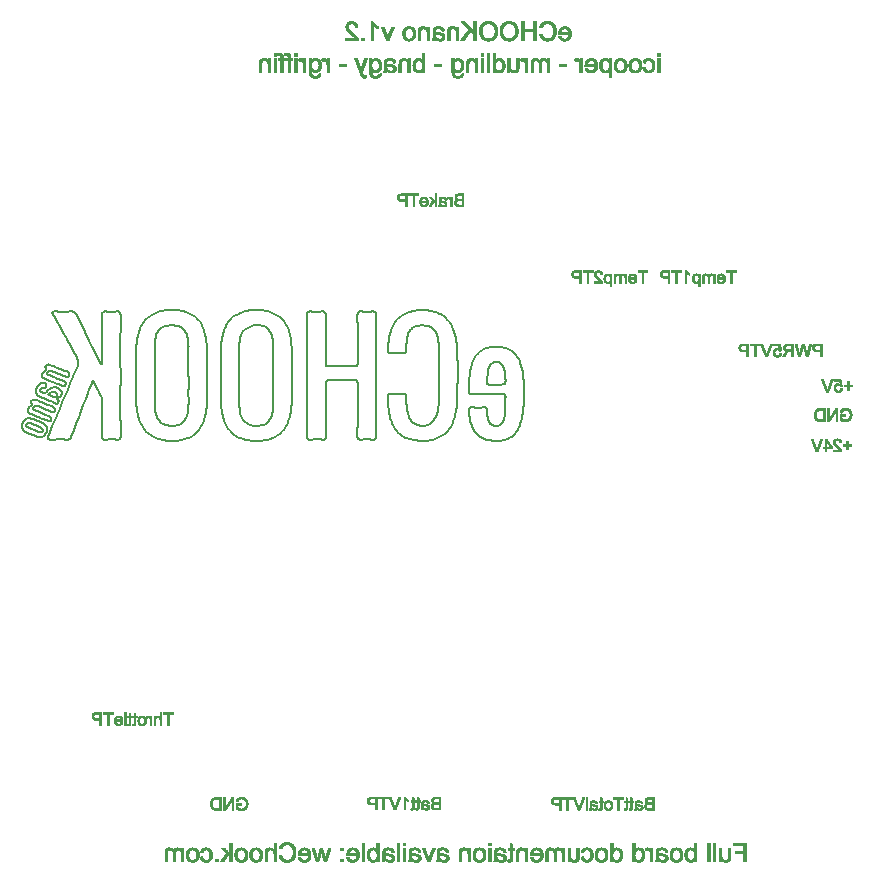
<source format=gbo>
G04 EasyPC Gerber Version 20.0.2 Build 4112 *
G04 #@! TF.Part,Single*
G04 #@! TF.FileFunction,Legend,Bot *
%FSLAX35Y35*%
%MOIN*%
%ADD92C,0.00100*%
%ADD91C,0.00787*%
X0Y0D02*
D02*
D91*
X10156Y149963D02*
X10157Y149889D01*
X10164Y149819*
X10176Y149753*
X10192Y149690*
X10213Y149631*
X10239Y149575*
X10268Y149523*
X10302Y149474*
X10339Y149428*
X10380Y149385*
X10424Y149345*
X10471Y149308*
X10521Y149274*
X10574Y149243*
X10630Y149214*
X10688Y149189*
X10921Y149092*
X11388Y148900*
X11622Y148804*
X12090Y148613*
X12558Y148423*
X13027Y148235*
X13261Y148141*
X13496Y148048*
X13731Y147955*
X14201Y147770*
X14437Y147678*
X14526Y147646*
X14613Y147621*
X14699Y147604*
X14783Y147593*
X14865Y147589*
X14944Y147594*
X15020Y147607*
X15094Y147627*
X15165Y147656*
X15231Y147693*
X15294Y147740*
X15354Y147795*
X15408Y147859*
X15459Y147933*
X15504Y148017*
X15545Y148111*
X15575Y148199*
X15594Y148284*
X15603Y148367*
Y148446*
X15594Y148521*
X15577Y148593*
X15552Y148662*
X15520Y148728*
X15481Y148789*
X15437Y148846*
X15386Y148900*
X15330Y148950*
X15270Y148996*
X15205Y149039*
X15137Y149076*
X15066Y149110*
X14827Y149213*
X14587Y149316*
X14348Y149418*
X14108Y149520*
X13868Y149620*
X13628Y149720*
X13387Y149820*
X13146Y149918*
X12904Y150015*
X12662Y150111*
X12420Y150207*
X12177Y150301*
X11934Y150393*
X11691Y150485*
X11446Y150575*
X11202Y150663*
X11098Y150695*
X11000Y150714*
X10906Y150721*
X10817Y150717*
X10733Y150702*
X10654Y150676*
X10581Y150641*
X10512Y150596*
X10448Y150543*
X10390Y150481*
X10337Y150411*
X10290Y150334*
X10248Y150250*
X10211Y150160*
X10181Y150064*
X10156Y149963*
X11932Y146802D02*
X12108Y146742D01*
X12280Y146679*
X12449Y146615*
X12615Y146550*
X12779Y146486*
X12941Y146422*
X13103Y146361*
X13264Y146301*
X13426Y146245*
X13589Y146194*
X13753Y146147*
X13920Y146106*
X14089Y146071*
X14262Y146044*
X14439Y146025*
X14621Y146015*
X14847Y146017*
X15060Y146035*
X15259Y146069*
X15445Y146117*
X15619Y146181*
X15781Y146259*
X15932Y146350*
X16073Y146455*
X16203Y146572*
X16324Y146702*
X16435Y146843*
X16539Y146996*
X16634Y147158*
X16722Y147331*
X16802Y147514*
X16877Y147706*
X16944Y147909*
X16998Y148109*
X17035Y148306*
X17057Y148498*
X17065Y148686*
X17056Y148869*
X17030Y149047*
X16989Y149220*
X16931Y149387*
X16857Y149549*
X16765Y149704*
X16656Y149853*
X16530Y149996*
X16385Y150131*
X16224Y150259*
X16043Y150380*
X15780Y150539*
X15513Y150691*
X15244Y150838*
X14972Y150979*
X14697Y151114*
X14420Y151243*
X14140Y151365*
X13857Y151482*
X13572Y151593*
X13285Y151698*
X12996Y151797*
X12705Y151889*
X12411Y151976*
X12116Y152057*
X11818Y152131*
X11519Y152200*
X11284Y152243*
X11060Y152268*
X10848Y152274*
X10645Y152261*
X10454Y152230*
X10272Y152181*
X10100Y152113*
X9937Y152028*
X9783Y151924*
X9639Y151802*
X9502Y151663*
X9374Y151506*
X9253Y151331*
X9139Y151138*
X9033Y150928*
X8933Y150701*
X8850Y150478*
X8785Y150261*
X8738Y150050*
X8709Y149845*
X8699Y149646*
X8707Y149453*
X8733Y149265*
X8777Y149084*
X8840Y148908*
X8921Y148737*
X9021Y148573*
X9140Y148414*
X9277Y148260*
X9433Y148112*
X9608Y147969*
X9802Y147831*
X9866Y147790*
X9931Y147750*
X9996Y147710*
X10062Y147672*
X10129Y147635*
X10196Y147598*
X10264Y147561*
X10331Y147526*
X10400Y147491*
X10468Y147456*
X10536Y147420*
X10673Y147350*
X10741Y147315*
X10809Y147279*
X10876Y147243*
X10964Y147200*
X11044Y147161*
X11117Y147126*
X11183Y147095*
X11244Y147067*
X11302Y147041*
X11358Y147018*
X11412Y146995*
X11466Y146974*
X11521Y146952*
X11578Y146931*
X11637Y146908*
X11702Y146885*
X11772Y146860*
X11848Y146832*
X11932Y146802*
X17508Y160202D02*
X17634Y160131D01*
X17755Y160065*
X17870Y160001*
X17980Y159941*
X18085Y159883*
X18188Y159828*
X18287Y159774*
X18384Y159724*
X18480Y159675*
X18574Y159628*
X18668Y159582*
X18762Y159539*
X18857Y159496*
X18954Y159454*
X19052Y159413*
X19154Y159372*
X19255Y159338*
X19353Y159314*
X19449Y159300*
X19541Y159297*
X19629Y159304*
X19713Y159320*
X19794Y159345*
X19870Y159380*
X19941Y159424*
X20007Y159478*
X20067Y159539*
X20122Y159609*
X20171Y159688*
X20213Y159775*
X20250Y159870*
X20279Y159972*
X20297Y160070*
X20305Y160163*
X20302Y160251*
X20289Y160333*
X20267Y160411*
X20237Y160483*
X20198Y160551*
X20152Y160614*
X20098Y160672*
X20039Y160726*
X19973Y160775*
X19902Y160820*
X19826Y160860*
X19747Y160896*
X19663Y160928*
X19577Y160956*
X19419Y160995*
X19266Y161020*
X19119Y161030*
X18975Y161026*
X18836Y161010*
X18701Y160982*
X18570Y160943*
X18442Y160893*
X18318Y160832*
X18196Y160763*
X18077Y160686*
X17959Y160602*
X17844Y160510*
X17731Y160412*
X17619Y160309*
X17508Y160202*
X17806Y151211D02*
X17891Y151223D01*
X17967Y151244*
X18033Y151272*
X18092Y151307*
X18143Y151348*
X18188Y151394*
X18227Y151445*
X18261Y151500*
X18292Y151558*
X18319Y151619*
X18343Y151681*
X18365Y151744*
X18387Y151809*
X18409Y151872*
X18431Y151935*
X18455Y151996*
X18489Y152087*
X18512Y152172*
X18525Y152252*
X18528Y152326*
X18521Y152394*
X18506Y152459*
X18481Y152519*
X18449Y152574*
X18409Y152626*
X18361Y152674*
X18307Y152719*
X18247Y152761*
X18180Y152801*
X18108Y152838*
X18031Y152874*
X17948Y152907*
X17663Y153020*
X17378Y153132*
X16808Y153358*
X16523Y153472*
X16238Y153586*
X15670Y153815*
X15385Y153930*
X15102Y154046*
X14818Y154163*
X14535Y154280*
X14252Y154398*
X13969Y154516*
X13686Y154635*
X13404Y154756*
X13312Y154791*
X13214Y154826*
X13113Y154859*
X13011Y154893*
X12909Y154928*
X12810Y154968*
X12717Y155012*
X12631Y155063*
X12556Y155122*
X12491Y155189*
X12442Y155267*
X12408Y155358*
X12393Y155462*
X12399Y155580*
X12427Y155715*
X12481Y155868*
X12542Y155997*
X12608Y156109*
X12681Y156204*
X12759Y156283*
X12843Y156346*
X12931Y156395*
X13024Y156431*
X13121Y156454*
X13223Y156465*
X13328*
X13436Y156455*
X13547Y156435*
X13661Y156407*
X13777Y156372*
X13896Y156330*
X14015Y156282*
X14284Y156169*
X14553Y156058*
X14823Y155947*
X15093Y155837*
X15362Y155727*
X15632Y155618*
X15902Y155509*
X16173Y155400*
X16983Y155073*
X17253Y154963*
X17523Y154853*
X17792Y154742*
X18061Y154630*
X18330Y154517*
X18437Y154472*
X18541Y154431*
X18642Y154394*
X18739Y154362*
X18834Y154338*
X18926Y154322*
X19014Y154315*
X19099Y154320*
X19181Y154337*
X19260Y154368*
X19335Y154413*
X19407Y154475*
X19476Y154555*
X19541Y154653*
X19602Y154772*
X19661Y154912*
X19704Y155043*
X19733Y155162*
X19748Y155270*
X19750Y155369*
X19740Y155458*
X19718Y155539*
X19685Y155613*
X19642Y155680*
X19589Y155741*
X19528Y155796*
X19457Y155848*
X19380Y155895*
X19296Y155940*
X19205Y155982*
X19109Y156023*
X19008Y156064*
X18644Y156207*
X18280Y156351*
X17554Y156640*
X17191Y156785*
X16102Y157220*
X15739Y157366*
X15376Y157512*
X14650Y157802*
X14287Y157947*
X13560Y158236*
X13196Y158380*
X13039Y158432*
X12882Y158466*
X12729Y158481*
X12581Y158480*
X12439Y158461*
X12307Y158428*
X12184Y158380*
X12073Y158319*
X11976Y158246*
X11895Y158162*
X11831Y158067*
X11785Y157962*
X11761Y157849*
X11759Y157729*
X11781Y157602*
X11828Y157469*
X11887Y157327*
X11927Y157198*
X11949Y157083*
X11956Y156980*
X11948Y156888*
X11928Y156805*
X11895Y156730*
X11854Y156661*
X11804Y156598*
X11746Y156538*
X11684Y156481*
X11617Y156426*
X11548Y156371*
X11478Y156314*
X11409Y156255*
X11341Y156192*
X11159Y155997*
X11004Y155805*
X10877Y155616*
X10778Y155430*
X10707Y155248*
X10664Y155070*
X10648Y154897*
X10661Y154730*
X10702Y154567*
X10771Y154411*
X10867Y154261*
X10992Y154119*
X11144Y153983*
X11325Y153856*
X11533Y153737*
X11770Y153627*
X12109Y153484*
X12448Y153343*
X12789Y153202*
X13129Y153062*
X13470Y152923*
X13811Y152785*
X14152Y152647*
X14493Y152510*
X14835Y152373*
X15518Y152100*
X15860Y151964*
X16543Y151691*
X16885Y151554*
X17226Y151417*
X17262Y151402*
X17298Y151389*
X17333Y151375*
X17369Y151362*
X17405Y151349*
X17441Y151336*
X17514Y151311*
X17550Y151298*
X17587Y151286*
X17623Y151274*
X17659Y151261*
X17696Y151249*
X17732Y151236*
X17769Y151223*
X17806Y151211*
X19298Y167687D02*
X19548Y167591D01*
X19796Y167494*
X20046Y167397*
X20295Y167301*
X20794Y167108*
X21043Y167012*
X21292Y166915*
X21541Y166819*
X21790Y166721*
X22039Y166623*
X22287Y166525*
X22535Y166426*
X22783Y166326*
X23030Y166225*
X23277Y166123*
X23380Y166083*
X23478Y166050*
X23571Y166024*
X23659Y166006*
X23743Y165996*
X23822Y165995*
X23896Y166004*
X23967Y166022*
X24033Y166050*
X24096Y166089*
X24155Y166140*
X24210Y166201*
X24262Y166275*
X24311Y166361*
X24356Y166460*
X24399Y166572*
X24433Y166672*
X24461Y166767*
X24485Y166856*
X24502Y166941*
X24512Y167021*
X24514Y167097*
X24508Y167169*
X24493Y167237*
X24468Y167302*
X24433Y167364*
X24385Y167422*
X24326Y167478*
X24254Y167531*
X24169Y167583*
X24069Y167631*
X23954Y167678*
X23568Y167824*
X23183Y167972*
X22798Y168122*
X22414Y168272*
X22030Y168424*
X21646Y168577*
X21263Y168731*
X20498Y169039*
X19733Y169349*
X19350Y169504*
X18967Y169657*
X18583Y169811*
X18200Y169964*
X17816Y170115*
X17681Y170158*
X17544Y170181*
X17409Y170186*
X17276Y170173*
X17148Y170145*
X17026Y170103*
X16913Y170047*
X16810Y169980*
X16720Y169901*
X16643Y169814*
X16583Y169719*
X16541Y169616*
X16519Y169509*
Y169397*
X16542Y169282*
X16591Y169166*
X16662Y169021*
X16711Y168891*
X16741Y168774*
X16752Y168670*
X16747Y168576*
X16728Y168492*
X16695Y168417*
X16652Y168347*
X16599Y168283*
X16539Y168224*
X16473Y168167*
X16403Y168111*
X16331Y168056*
X16258Y168000*
X16187Y167940*
X16119Y167877*
X15932Y167679*
X15773Y167485*
X15642Y167294*
X15539Y167109*
X15465Y166928*
X15418Y166751*
X15400Y166580*
X15409Y166415*
X15448Y166255*
X15514Y166101*
X15609Y165953*
X15733Y165812*
X15885Y165678*
X16066Y165550*
X16276Y165431*
X16514Y165319*
X16852Y165175*
X17190Y165033*
X17529Y164892*
X17868Y164753*
X18208Y164615*
X18548Y164478*
X18889Y164341*
X20253Y163798*
X20593Y163662*
X20934Y163525*
X21274Y163387*
X21614Y163248*
X21953Y163109*
X22060Y163066*
X22162Y163030*
X22259Y163001*
X22352Y162980*
X22440Y162968*
X22524Y162964*
X22604Y162970*
X22680Y162986*
X22752Y163013*
X22822Y163052*
X22889Y163103*
X22953Y163167*
X23015Y163244*
X23074Y163335*
X23131Y163442*
X23187Y163563*
X23241Y163704*
X23276Y163831*
X23293Y163944*
X23294Y164044*
X23280Y164133*
X23252Y164211*
X23211Y164280*
X23160Y164341*
X23100Y164395*
X23031Y164443*
X22955Y164486*
X22873Y164526*
X22787Y164563*
X22698Y164598*
X22607Y164634*
X22517Y164670*
X22233Y164785*
X21950Y164899*
X21666Y165013*
X21382Y165126*
X21098Y165240*
X20814Y165354*
X20530Y165467*
X20246Y165580*
X19962Y165694*
X19394Y165921*
X19111Y166035*
X18827Y166150*
X18544Y166265*
X18261Y166380*
X17978Y166496*
X17909Y166523*
X17837Y166550*
X17765Y166576*
X17691Y166604*
X17619Y166633*
X17548Y166665*
X17480Y166699*
X17416Y166737*
X17357Y166780*
X17303Y166828*
X17256Y166882*
X17218Y166943*
X17188Y167011*
X17168Y167087*
X17159Y167172*
X17162Y167267*
X17173Y167354*
X17189Y167439*
X17210Y167520*
X17237Y167598*
X17269Y167672*
X17306Y167743*
X17350Y167809*
X17398Y167870*
X17454Y167926*
X17514Y167977*
X17581Y168022*
X17655Y168061*
X17734Y168094*
X17820Y168119*
X17913Y168138*
X18012Y168149*
X18092Y168117*
X18171Y168086*
X18251Y168056*
X18331Y168027*
X18412Y167998*
X18493Y167970*
X18654Y167914*
X18735Y167886*
X18815Y167858*
X18896Y167831*
X19057Y167775*
X19138Y167746*
X19219Y167717*
X19298Y167687*
X20304Y158945D02*
X20565Y159057D01*
X20803Y159172*
X21018Y159290*
X21210Y159411*
X21380Y159535*
X21527Y159664*
X21652Y159796*
X21755Y159932*
X21837Y160072*
X21896Y160217*
X21935Y160367*
X21952Y160522*
X21949Y160682*
X21924Y160848*
X21880Y161019*
X21815Y161196*
X21719Y161393*
X21597Y161576*
X21453Y161746*
X21289Y161901*
X21108Y162041*
X20910Y162165*
X20699Y162273*
X20477Y162363*
X20245Y162434*
X20006Y162487*
X19762Y162520*
X19515Y162532*
X19268Y162523*
X19022Y162493*
X18780Y162439*
X18544Y162361*
X18420Y162311*
X18299Y162255*
X18181Y162195*
X18067Y162131*
X17955Y162063*
X17846Y161991*
X17740Y161916*
X17636Y161837*
X17535Y161756*
X17437Y161671*
X17341Y161584*
X17247Y161494*
X17156Y161403*
X17066Y161309*
X16979Y161214*
X16893Y161117*
X16805Y161022*
X16717Y160938*
X16628Y160866*
X16540Y160806*
X16451Y160757*
X16362Y160719*
X16272Y160692*
X16181Y160676*
X16090Y160670*
X15997Y160673*
X15903Y160687*
X15807Y160710*
X15710Y160742*
X15610Y160783*
X15509Y160833*
X15405Y160891*
X15336Y160933*
X15269Y160976*
X15203Y161020*
X15139Y161067*
X15080Y161115*
X15023Y161166*
X14972Y161219*
X14926Y161275*
X14885Y161335*
X14851Y161397*
X14825Y161463*
X14806Y161533*
X14796Y161607*
X14796Y161685*
X14805Y161768*
X14825Y161856*
X14861Y161961*
X14903Y162054*
X14952Y162133*
X15006Y162202*
X15067Y162259*
X15133Y162307*
X15203Y162345*
X15279Y162374*
X15359Y162397*
X15443Y162413*
X15530Y162422*
X15620Y162427*
X15714Y162428*
X15811Y162424*
X15909Y162419*
X16009Y162411*
X16135Y162409*
X16243Y162424*
X16337Y162452*
X16417Y162494*
X16484Y162547*
X16541Y162610*
X16587Y162681*
X16625Y162759*
X16656Y162844*
X16681Y162931*
X16702Y163022*
X16720Y163113*
X16735Y163204*
X16750Y163292*
X16766Y163377*
X16784Y163457*
X16802Y163555*
X16806Y163639*
X16796Y163711*
X16774Y163772*
X16741Y163822*
X16698Y163863*
X16648Y163896*
X16591Y163922*
X16528Y163941*
X16461Y163956*
X16391Y163966*
X16319Y163974*
X16248Y163980*
X16178Y163984*
X16110Y163990*
X16046Y163996*
X15834Y164014*
X15627Y164013*
X15426Y163994*
X15232Y163957*
X15045Y163903*
X14866Y163831*
X14694Y163743*
X14531Y163639*
X14376Y163518*
X14231Y163381*
X14095Y163230*
X13969Y163062*
X13853Y162881*
X13748Y162684*
X13654Y162474*
X13571Y162250*
X13509Y162037*
X13464Y161825*
X13436Y161615*
X13426Y161407*
X13433Y161204*
X13459Y161005*
X13501Y160811*
X13561Y160624*
X13639Y160443*
X13735Y160270*
X13848Y160106*
X13979Y159952*
X14128Y159807*
X14295Y159674*
X14480Y159552*
X14682Y159444*
X15006Y159289*
X15332Y159137*
X15659Y158987*
X15987Y158839*
X16316Y158694*
X16646Y158550*
X16976Y158407*
X17307Y158266*
X17639Y158126*
X17970Y157985*
X18302Y157846*
X18966Y157567*
X19298Y157426*
X19629Y157285*
X19959Y157143*
X20008Y157123*
X20057Y157106*
X20106Y157093*
X20153Y157083*
X20200Y157076*
X20246Y157074*
X20291Y157076*
X20333Y157081*
X20374Y157092*
X20413Y157107*
X20448Y157127*
X20481Y157152*
X20511Y157183*
X20538Y157220*
X20561Y157262*
X20580Y157310*
X20607Y157383*
X20641Y157455*
X20680Y157526*
X20721Y157598*
X20763Y157670*
X20804Y157743*
X20843Y157815*
X20876Y157889*
X20903Y157964*
X20921Y158039*
X20929Y158117*
X20924Y158195*
X20905Y158275*
X20870Y158357*
X20817Y158441*
X20743Y158527*
X20718Y158553*
X20667Y158604*
X20641Y158630*
X20614Y158655*
X20588Y158681*
X20561Y158706*
X20533Y158731*
X20506Y158757*
X20478Y158783*
X20450Y158809*
X20421Y158835*
X20392Y158862*
X20363Y158889*
X20333Y158917*
X20304Y158945*
X32374Y164833D02*
X32567Y164447D01*
X32758Y164067*
X32948Y163690*
X33135Y163317*
X33320Y162948*
X33504Y162582*
X33686Y162220*
X33867Y161859*
X34046Y161502*
X34225Y161146*
X34403Y160793*
X34580Y160441*
X34756Y160090*
X34932Y159740*
X35283Y159041*
X35317Y158969*
X35345Y158895*
X35368Y158820*
X35385Y158746*
X35399Y158671*
X35409Y158596*
X35416Y158520*
X35420Y158444*
X35422Y158368*
Y158291*
X35420Y158215*
X35416Y158062*
X35413Y157986*
X35411Y157910*
X35411Y157834*
X35412Y157112*
X35415Y155669*
X35417Y154946*
X35419Y154225*
X35421Y153503*
X35422Y152781*
X35423Y152059*
Y151338*
X35422Y150616*
X35420Y149894*
X35418Y149172*
X35414Y148451*
X35408Y147729*
X35401Y147007*
X35392Y146285*
X35393Y146118*
X35401Y145965*
X35418Y145826*
X35442Y145702*
X35476Y145591*
X35518Y145493*
X35571Y145408*
X35634Y145335*
X35707Y145273*
X35793Y145222*
X35890Y145182*
X35999Y145152*
X36121Y145132*
X36257Y145121*
X36406Y145119*
X36570Y145125*
X36807Y145138*
X37045Y145149*
X37283Y145158*
X37520Y145165*
X37759Y145170*
X37996Y145174*
X38235Y145176*
X38473Y145177*
X38711Y145176*
X38949Y145173*
X39187Y145169*
X39426Y145163*
X39663Y145157*
X39902Y145148*
X40139Y145139*
X40377Y145128*
X40540Y145124*
X40689Y145129*
X40825Y145143*
X40947Y145166*
X41056Y145199*
X41153Y145243*
X41239Y145296*
X41313Y145361*
X41376Y145437*
X41430Y145525*
X41473Y145625*
X41507Y145737*
X41533Y145863*
X41550Y146001*
X41559Y146153*
X41562Y146319*
X41556Y147479*
X41550Y148638*
X41546Y149798*
X41543Y150957*
X41541Y152117*
X41539Y153276*
X41538Y154435*
X41538Y155595*
Y156754*
X41539Y157914*
X41539Y159073*
X41540Y160233*
X41541Y161392*
X41541Y162552*
X41542Y163711*
Y166230*
X41539Y171666*
X41538Y173025*
X41538Y174384*
Y175743*
X41538Y177102*
X41539Y178461*
X41541Y179820*
X41544Y181180*
X41547Y182539*
X41552Y183898*
X41558Y185257*
X41565Y186616*
X41563Y186791*
X41554Y186950*
X41537Y187096*
X41512Y187226*
X41478Y187344*
X41435Y187447*
X41381Y187538*
X41317Y187616*
X41242Y187682*
X41154Y187737*
X41054Y187780*
X40940Y187812*
X40812Y187834*
X40669Y187846*
X40512Y187848*
X40338Y187841*
X40101Y187827*
X39863Y187814*
X39626Y187804*
X39388Y187795*
X39150Y187788*
X38911Y187783*
X38673Y187780*
X38435Y187779*
X38196Y187780*
X37958Y187783*
X37720Y187787*
X37482Y187794*
X37244Y187803*
X37007Y187814*
X36769Y187827*
X36532Y187843*
X36360Y187850*
X36206Y187847*
X36068Y187833*
X35946Y187810*
X35839Y187775*
X35746Y187730*
X35666Y187674*
X35598Y187606*
X35543Y187528*
X35497Y187438*
X35461Y187337*
X35433Y187224*
X35414Y187100*
X35402Y186964*
X35396Y186816*
X35394Y186656*
X35401Y185681*
X35407Y184706*
X35411Y183731*
X35415Y182756*
X35417Y181781*
X35418Y180806*
X35419Y179830*
Y178855*
X35419Y177880*
X35418Y176905*
X35413Y173979*
X35409Y172029*
X35407Y171054*
X35409Y171004*
X35412Y170953*
X35416Y170901*
X35421Y170849*
X35426Y170797*
X35430Y170744*
X35433Y170692*
X35433Y170639*
X35430Y170586*
X35424Y170534*
X35413Y170482*
X35397Y170430*
X35375Y170380*
X35347Y170329*
X35311Y170280*
X35268Y170231*
X35194Y170259*
X35129Y170292*
X35070Y170331*
X35020Y170374*
X34974Y170422*
X34935Y170474*
X34900Y170528*
X34869Y170585*
X34840Y170645*
X34815Y170706*
X34790Y170767*
X34767Y170829*
X34744Y170890*
X34720Y170951*
X34696Y171010*
X34669Y171067*
X34172Y172054*
X33676Y173041*
X33180Y174028*
X32683Y175015*
X32187Y176002*
X31196Y177977*
X30700Y178964*
X30206Y179952*
X29712Y180940*
X29219Y181928*
X28726Y182917*
X28234Y183906*
X27743Y184896*
X27254Y185886*
X26765Y186877*
X26696Y187011*
X26625Y187133*
X26551Y187244*
X26475Y187345*
X26396Y187435*
X26313Y187516*
X26225Y187586*
X26133Y187648*
X26036Y187700*
X25933Y187744*
X25824Y187779*
X25709Y187806*
X25586Y187825*
X25456Y187837*
X25317Y187842*
X25170Y187841*
X24833Y187830*
X24496Y187820*
X24158Y187813*
X23820Y187807*
X23482Y187802*
X23144Y187798*
X22807Y187796*
X22469Y187796*
X22131Y187797*
X21793Y187799*
X21455Y187802*
X21117Y187807*
X20779Y187812*
X20441Y187819*
X20104Y187827*
X19766Y187836*
X19598Y187839*
X19448Y187836*
X19314Y187827*
X19198Y187812*
X19099Y187789*
X19017Y187757*
X18952Y187716*
X18904Y187665*
X18873Y187603*
X18858Y187529*
X18861Y187443*
X18880Y187343*
X18917Y187230*
X18969Y187101*
X19039Y186957*
X19124Y186796*
X19626Y185891*
X20127Y184986*
X20626Y184080*
X21124Y183173*
X21622Y182266*
X22119Y181359*
X22615Y180451*
X23608Y178636*
X24105Y177728*
X24603Y176822*
X25101Y175915*
X25601Y175009*
X26102Y174104*
X26605Y173200*
X27109Y172297*
X27196Y172136*
X27273Y171978*
X27340Y171824*
X27398Y171672*
X27445Y171521*
X27483Y171372*
X27511Y171224*
X27528Y171075*
X27535Y170925*
X27531Y170774*
X27517Y170622*
X27493Y170466*
X27458Y170307*
X27412Y170145*
X27355Y169978*
X27287Y169807*
X26679Y168357*
X26072Y166907*
X25467Y165456*
X24862Y164006*
X24258Y162554*
X23655Y161103*
X23052Y159651*
X22450Y158199*
X21848Y156747*
X21247Y155294*
X20646Y153842*
X20046Y152389*
X18844Y149484*
X17643Y146579*
X17539Y146327*
X17450Y146107*
X17379Y145916*
X17326Y145752*
X17292Y145613*
X17279Y145497*
X17288Y145402*
X17321Y145326*
X17379Y145266*
X17463Y145221*
X17575Y145189*
X17715Y145167*
X17887Y145154*
X18090Y145147*
X18326Y145144*
X18596Y145143*
X18911Y145144*
X19226Y145145*
X19541Y145146*
X19856Y145149*
X20171Y145152*
X20486Y145154*
X20801Y145156*
X21116Y145157*
X21431Y145158*
X21745*
X22060Y145157*
X22375Y145154*
X22689Y145150*
X23004Y145143*
X23319Y145134*
X23633Y145123*
X23785Y145121*
X23927Y145126*
X24059Y145140*
X24183Y145162*
X24297Y145193*
X24404Y145232*
X24504Y145281*
X24596Y145339*
X24682Y145406*
X24762Y145483*
X24837Y145570*
X24907Y145667*
X24973Y145775*
X25035Y145894*
X25094Y146023*
X25151Y146164*
X25547Y147211*
X25944Y148257*
X26343Y149303*
X26742Y150349*
X27141Y151394*
X27542Y152440*
X27943Y153485*
X28344Y154530*
X29149Y156619*
X29955Y158707*
X30357Y159752*
X30761Y160796*
X31163Y161840*
X31566Y162885*
X31607Y162991*
X31650Y163098*
X31693Y163206*
X31737Y163314*
X31782Y163424*
X31828Y163535*
X31876Y163649*
X31924Y163765*
X31975Y163884*
X32026Y164007*
X32080Y164133*
X32135Y164263*
X32191Y164398*
X32250Y164537*
X32311Y164682*
X32374Y164833*
X64208Y166537D02*
Y167143D01*
X64207Y167749*
Y169567*
X64207Y170173*
Y173810*
X64208Y175022*
X64208Y175628*
X64209Y176235*
X64207Y176481*
X64202Y176728*
X64193Y176973*
X64179Y177219*
X64161Y177463*
X64139Y177707*
X64113Y177950*
X64081Y178193*
X64045Y178434*
X64004Y178675*
X63958Y178915*
X63906Y179154*
X63850Y179393*
X63787Y179630*
X63719Y179867*
X63644Y180102*
X63546Y180379*
X63436Y180644*
X63314Y180898*
X63180Y181139*
X63035Y181368*
X62877Y181584*
X62707Y181788*
X62524Y181978*
X62329Y182155*
X62120Y182318*
X61899Y182467*
X61664Y182602*
X61416Y182721*
X61154Y182826*
X60878Y182916*
X60588Y182991*
X60337Y183043*
X60087Y183089*
X59836Y183128*
X59585Y183160*
X59334Y183185*
X59083Y183203*
X58832Y183215*
X58581Y183219*
X58329Y183216*
X58078Y183206*
X57827Y183189*
X57576Y183165*
X57326Y183133*
X57075Y183095*
X56825Y183049*
X56575Y182996*
X56166Y182885*
X55790Y182746*
X55445Y182582*
X55130Y182393*
X54844Y182180*
X54585Y181946*
X54351Y181691*
X54141Y181417*
X53954Y181124*
X53788Y180816*
X53642Y180492*
X53514Y180154*
X53402Y179805*
X53306Y179444*
X53223Y179073*
X53152Y178694*
X53122Y178506*
X53093Y178317*
X53067Y178128*
X53043Y177938*
X53021Y177747*
X53002Y177556*
X52984Y177365*
X52969Y177174*
X52955Y176983*
X52943Y176791*
X52933Y176599*
X52926Y176407*
X52919Y176216*
X52915Y176024*
X52911Y175833*
X52910Y175642*
X52906Y174506*
X52904Y173371*
X52901Y172235*
X52900Y171100*
X52898Y169964*
X52897Y168829*
X52897Y167693*
Y166558*
X52897Y165422*
Y164287*
X52898Y162016*
X52898Y160880*
X52899Y158609*
X52899Y157474*
X52900Y157250*
X52903Y157028*
X52908Y156805*
X52916Y156583*
X52926Y156360*
X52939Y156139*
X52956Y155917*
X52975Y155696*
X52997Y155475*
X53023Y155254*
X53053Y155035*
X53086Y154815*
X53124Y154596*
X53165Y154378*
X53211Y154160*
X53262Y153943*
X53416Y153375*
X53593Y152852*
X53792Y152374*
X54016Y151939*
X54266Y151546*
X54542Y151195*
X54846Y150884*
X55180Y150613*
X55544Y150380*
X55940Y150185*
X56369Y150027*
X56832Y149904*
X57331Y149817*
X57866Y149763*
X58439Y149742*
X59052Y149753*
X59572Y149792*
X60063Y149863*
X60524Y149966*
X60956Y150103*
X61359Y150272*
X61735Y150475*
X62082Y150711*
X62401Y150982*
X62693Y151286*
X62957Y151625*
X63195Y151999*
X63406Y152407*
X63591Y152851*
X63750Y153330*
X63883Y153845*
X63990Y154396*
X64055Y154824*
X64107Y155251*
X64148Y155679*
X64178Y156107*
X64200Y156536*
X64214Y156965*
X64222Y157394*
X64224Y157823*
X64223Y158253*
X64219Y158682*
X64213Y159111*
X64207Y159541*
X64201Y159970*
X64198Y160400*
X64198Y160829*
X64202Y161258*
X64207Y161588*
X64211Y161918*
X64213Y162248*
X64215Y162578*
X64216Y162907*
X64217Y163237*
X64216Y163567*
X64216Y163897*
X64209Y165877*
X64208Y166207*
Y166537*
X70366Y167279D02*
X70346Y167902D01*
X70337Y168540*
X70337Y169193*
X70344Y169859*
X70356Y170537*
X70369Y171226*
X70381Y171925*
X70391Y172633*
X70395Y173350*
X70391Y174072*
X70378Y174801*
X70352Y175534*
X70311Y176271*
X70252Y177010*
X70174Y177750*
X70075Y178491*
X69965Y179157*
X69838Y179813*
X69690Y180459*
X69519Y181093*
X69323Y181711*
X69099Y182313*
X68845Y182897*
X68558Y183459*
X68237Y184000*
X67878Y184515*
X67479Y185004*
X67038Y185463*
X66552Y185893*
X66020Y186289*
X65438Y186651*
X64804Y186976*
X64048Y187304*
X63289Y187587*
X62528Y187826*
X61763Y188022*
X60996Y188175*
X60228Y188285*
X59457Y188351*
X58687Y188375*
X57916Y188356*
X57145Y188295*
X56374Y188192*
X55605Y188047*
X54837Y187861*
X54070Y187633*
X53306Y187363*
X52544Y187053*
X51953Y186768*
X51406Y186448*
X50900Y186096*
X50435Y185713*
X50009Y185302*
X49618Y184863*
X49261Y184399*
X48937Y183911*
X48643Y183402*
X48376Y182873*
X48136Y182326*
X47919Y181763*
X47725Y181185*
X47550Y180595*
X47393Y179994*
X47253Y179384*
X47193Y179098*
X47137Y178812*
X47085Y178525*
X47038Y178238*
X46995Y177950*
X46956Y177661*
X46921Y177372*
X46890Y177082*
X46863Y176792*
X46839Y176502*
X46820Y176211*
X46804Y175919*
X46791Y175628*
X46783Y175335*
X46778Y175043*
X46776Y174750*
X46776Y173729*
Y171687*
X46776Y170665*
X46775Y169644*
X46774Y165559*
Y164538*
X46774Y163517*
X46775Y162495*
X46776Y161474*
X46778Y160453*
X46780Y159432*
X46783Y158411*
X46787Y157987*
X46798Y157564*
X46815Y157143*
X46839Y156721*
X46870Y156301*
X46908Y155882*
X46955Y155464*
X47009Y155047*
X47072Y154631*
X47144Y154217*
X47225Y153804*
X47315Y153393*
X47415Y152983*
X47525Y152574*
X47646Y152168*
X47777Y151763*
X48024Y151090*
X48299Y150447*
X48603Y149836*
X48937Y149257*
X49299Y148711*
X49691Y148199*
X50114Y147720*
X50567Y147275*
X51051Y146865*
X51567Y146491*
X52113Y146153*
X52692Y145851*
X53304Y145587*
X53948Y145360*
X54625Y145172*
X55336Y145023*
X55817Y144943*
X56297Y144873*
X56778Y144815*
X57258Y144769*
X57739Y144735*
X58220Y144714*
X58700Y144706*
X59180Y144711*
X59659Y144730*
X60138Y144764*
X60617Y144812*
X61094Y144876*
X61571Y144955*
X62047Y145050*
X62522Y145162*
X62996Y145291*
X63664Y145508*
X64294Y145762*
X64887Y146050*
X65443Y146373*
X65964Y146728*
X66451Y147115*
X66904Y147533*
X67324Y147981*
X67713Y148459*
X68071Y148964*
X68400Y149496*
X68699Y150054*
X68972Y150638*
X69217Y151245*
X69437Y151876*
X69632Y152529*
X69732Y152909*
X69824Y153291*
X69908Y153674*
X69983Y154057*
X70051Y154442*
X70112Y154828*
X70165Y155215*
X70212Y155602*
X70252Y155990*
X70285Y156380*
X70313Y156769*
X70334Y157160*
X70350Y157551*
X70361Y157943*
X70367Y158335*
X70368Y158728*
X70367Y159220*
X70365Y159713*
X70365Y160207*
X70364Y160705*
X70364Y161207*
Y162746*
X70364Y163274*
X70365Y163811*
Y164357*
X70365Y164916*
X70365Y165486*
X70366Y166069*
Y167279*
X81174Y166526D02*
Y165904D01*
X81174Y165283*
X81174Y164661*
X81173Y164040*
X81172Y163419*
X81172Y162797*
X81172Y162176*
X81171Y161554*
Y160933*
X81172Y160311*
X81172Y159690*
X81174Y159069*
X81175Y158447*
X81178Y157826*
X81180Y157204*
X81184Y156583*
X81186Y156454*
X81190Y156324*
X81196Y156194*
X81204Y156065*
X81213Y155935*
X81224Y155806*
X81237Y155676*
X81250Y155546*
X81265Y155417*
X81281Y155287*
X81298Y155158*
X81315Y155029*
X81332Y154900*
X81350Y154771*
X81387Y154513*
X81541Y153698*
X81753Y152970*
X82020Y152326*
X82340Y151763*
X82707Y151276*
X83118Y150862*
X83570Y150519*
X84060Y150242*
X84583Y150029*
X85137Y149876*
X85717Y149779*
X86321Y149736*
X86944Y149742*
X87583Y149795*
X88234Y149891*
X88894Y150026*
X89279Y150134*
X89633Y150269*
X89958Y150430*
X90255Y150616*
X90525Y150825*
X90770Y151055*
X90992Y151305*
X91193Y151573*
X91372Y151858*
X91534Y152158*
X91678Y152472*
X91806Y152798*
X91921Y153134*
X92022Y153479*
X92113Y153831*
X92195Y154189*
X92230Y154362*
X92263Y154535*
X92293Y154708*
X92319Y154882*
X92344Y155056*
X92365Y155231*
X92385Y155406*
X92402Y155581*
X92417Y155757*
X92429Y155933*
X92439Y156109*
X92447Y156285*
X92453Y156462*
X92457Y156639*
X92460Y156816*
X92460Y156993*
X92458Y158198*
X92457Y159402*
X92456Y160607*
X92454Y161811*
X92454Y163016*
X92453Y164220*
X92453Y165425*
Y169038*
X92453Y170243*
X92454Y171447*
X92454Y172652*
X92455Y173856*
X92455Y175061*
X92456Y176265*
X92454Y176520*
X92449Y176774*
X92441Y177028*
X92428Y177281*
X92410Y177533*
X92387Y177784*
X92359Y178035*
X92326Y178284*
X92286Y178533*
X92241Y178780*
X92188Y179026*
X92128Y179271*
X92061Y179514*
X91987Y179756*
X91904Y179997*
X91813Y180235*
X91773Y180334*
X91732Y180433*
X91689Y180531*
X91646Y180630*
X91601Y180728*
X91554Y180826*
X91506Y180922*
X91456Y181018*
X91404Y181113*
X91351Y181206*
X91296Y181298*
X91238Y181387*
X91178Y181476*
X91117Y181561*
X91052Y181645*
X90986Y181726*
X90519Y182187*
X89981Y182563*
X89386Y182856*
X88744Y183069*
X88068Y183202*
X87369Y183259*
X86659Y183241*
X85951Y183152*
X85256Y182992*
X84585Y182763*
X83951Y182470*
X83366Y182112*
X82841Y181692*
X82388Y181213*
X82020Y180677*
X81748Y180085*
X81680Y179889*
X81617Y179691*
X81557Y179493*
X81502Y179294*
X81451Y179093*
X81405Y178892*
X81363Y178690*
X81325Y178487*
X81291Y178283*
X81262Y178079*
X81237Y177874*
X81216Y177668*
X81200Y177461*
X81188Y177254*
X81181Y177045*
X81178Y176836*
X81177Y176744*
X81176Y176698*
X81172Y176560*
X81171Y176514*
X81170Y176468*
X81168Y176422*
X81167Y176376*
X81166Y176330*
X81163Y176238*
X81163Y176192*
X81162Y176146*
Y176100*
X81162Y175502*
Y174305*
X81161Y173706*
Y166526*
X81174*
X98628Y167269D02*
X98609Y167880D01*
X98600Y168506*
Y169146*
X98606Y169799*
X98616Y170463*
X98628Y171138*
X98639Y171823*
X98648Y172517*
X98652Y173217*
X98648Y173925*
X98635Y174638*
X98610Y175356*
X98572Y176077*
X98517Y176800*
X98444Y177525*
X98350Y178250*
X98240Y178948*
X98111Y179637*
X97961Y180315*
X97787Y180978*
X97587Y181626*
X97357Y182256*
X97095Y182866*
X96798Y183453*
X96463Y184016*
X96088Y184551*
X95669Y185058*
X95205Y185534*
X94692Y185976*
X94128Y186383*
X93509Y186752*
X92833Y187080*
X92090Y187384*
X91343Y187647*
X90594Y187869*
X89843Y188050*
X89090Y188190*
X88335Y188289*
X87580Y188348*
X86823Y188367*
X86067Y188345*
X85311Y188283*
X84555Y188181*
X83800Y188039*
X83047Y187856*
X82295Y187634*
X81546Y187372*
X80798Y187071*
X80247Y186808*
X79733Y186515*
X79257Y186191*
X78815Y185840*
X78406Y185462*
X78029Y185059*
X77682Y184633*
X77363Y184185*
X77071Y183717*
X76803Y183230*
X76559Y182727*
X76336Y182208*
X76132Y181676*
X75947Y181131*
X75779Y180576*
X75625Y180012*
X75547Y179699*
X75475Y179385*
X75409Y179070*
X75349Y178755*
X75294Y178438*
X75244Y178120*
X75200Y177802*
X75161Y177483*
X75128Y177163*
X75098Y176843*
X75074Y176522*
X75055Y176201*
X75039Y175879*
X75029Y175557*
X75022Y175235*
X75020Y174912*
X75019Y173869*
X75015Y171782*
X75014Y170739*
X75013Y169695*
X75012Y168652*
X75011Y167609*
X75010Y166565*
Y165522*
X75011Y164479*
X75011Y163435*
X75013Y162392*
X75015Y161349*
X75018Y160306*
X75022Y159262*
X75026Y158219*
X75031Y157828*
X75042Y157437*
X75059Y157047*
X75083Y156658*
X75113Y156269*
X75150Y155882*
X75194Y155495*
X75245Y155109*
X75304Y154724*
X75369Y154341*
X75442Y153957*
X75523Y153575*
X75611Y153194*
X75708Y152814*
X75813Y152435*
X75926Y152057*
X76176Y151321*
X76459Y150622*
X76776Y149961*
X77126Y149337*
X77509Y148752*
X77926Y148204*
X78377Y147696*
X78861Y147227*
X79380Y146798*
X79933Y146409*
X80521Y146060*
X81144Y145752*
X81801Y145486*
X82493Y145261*
X83220Y145078*
X83983Y144937*
X84455Y144870*
X84927Y144813*
X85400Y144766*
X85873Y144730*
X86346Y144706*
X86820Y144693*
X87293Y144693*
X87766Y144707*
X88238Y144735*
X88709Y144777*
X89180Y144834*
X89650Y144907*
X90118Y144997*
X90585Y145103*
X91050Y145227*
X91513Y145369*
X92219Y145627*
X92879Y145924*
X93494Y146259*
X94065Y146630*
X94595Y147035*
X95084Y147473*
X95534Y147944*
X95947Y148445*
X96324Y148976*
X96666Y149534*
X96976Y150119*
X97255Y150730*
X97504Y151364*
X97724Y152020*
X97918Y152698*
X98087Y153395*
X98165Y153763*
X98236Y154132*
X98300Y154502*
X98358Y154872*
X98410Y155244*
X98456Y155616*
X98496Y155988*
X98531Y156361*
X98561Y156735*
X98585Y157110*
X98604Y157485*
X98619Y157860*
X98628Y158236*
X98634Y158612*
X98636Y158989*
X98634Y159366*
X98630Y159819*
X98626Y160272*
X98624Y160728*
X98622Y161186*
X98621Y161649*
X98620Y162116*
X98621Y162589*
X98621Y163069*
X98622Y163557*
X98623Y164053*
X98624Y164559*
X98625Y165076*
X98626Y165604*
X98627Y166145*
X98628Y166700*
Y167269*
X126690Y166565D02*
Y167816D01*
X126689Y169068*
X126685Y172822*
X126684Y175326*
X126683Y176577*
X126684Y177829*
X126685Y179080*
X126687Y180332*
X126690Y181583*
X126694Y182835*
X126700Y184087*
X126707Y185338*
X126716Y186589*
X126713Y186781*
X126702Y186954*
X126681Y187109*
X126650Y187246*
X126610Y187368*
X126559Y187474*
X126497Y187565*
X126424Y187642*
X126340Y187706*
X126243Y187757*
X126134Y187796*
X126013Y187824*
X125878Y187842*
X125730Y187850*
X125567Y187849*
X125391Y187840*
X125169Y187826*
X124947Y187814*
X124725Y187803*
X124502Y187794*
X124280Y187788*
X124057Y187783*
X123834Y187780*
X123611Y187779*
X123388Y187780*
X123165Y187782*
X122942Y187787*
X122719Y187794*
X122497Y187803*
X122275Y187813*
X122053Y187826*
X121831Y187841*
X121652Y187850*
X121487*
X121338Y187841*
X121203Y187821*
X121082Y187791*
X120974Y187749*
X120880Y187696*
X120797Y187630*
X120727Y187550*
X120667Y187457*
X120619Y187350*
X120581Y187227*
X120553Y187089*
X120533Y186935*
X120523Y186765*
X120522Y186577*
X120531Y185594*
X120537Y184611*
X120542Y183629*
X120544Y182646*
X120546Y181663*
X120546Y180680*
X120546Y179697*
X120545Y178715*
X120545Y177731*
Y176749*
X120546Y175766*
X120548Y174783*
X120551Y173800*
X120557Y172818*
X120565Y171835*
X120575Y170852*
X120573Y170652*
X120563Y170472*
X120543Y170311*
X120512Y170167*
X120472Y170040*
X120420Y169930*
X120357Y169834*
X120282Y169753*
X120195Y169685*
X120094Y169630*
X119981Y169587*
X119853Y169554*
X119710Y169532*
X119553Y169519*
X119380Y169513*
X119191Y169515*
X118693Y169528*
X118194Y169540*
X117695Y169550*
X117196Y169559*
X116696Y169566*
X116197Y169571*
X115698Y169574*
X115199Y169576*
X114700Y169576*
X114201Y169573*
X113702Y169568*
X113203Y169561*
X112704Y169552*
X112205Y169540*
X111706Y169525*
X111208Y169508*
X111003Y169506*
X110820Y169513*
X110657Y169532*
X110514Y169563*
X110389Y169604*
X110281Y169658*
X110190Y169724*
X110113Y169802*
X110049Y169892*
X109998Y169995*
X109959Y170111*
X109929Y170241*
X109909Y170383*
X109896Y170540*
X109890Y170711*
X109889Y170896*
X109897Y171879*
X109904Y172862*
X109908Y173844*
X109911Y174827*
X109912Y175810*
X109913Y176793*
Y177776*
X109913Y178758*
Y180724*
X109913Y181707*
X109915Y182690*
X109917Y183672*
X109921Y184655*
X109927Y185638*
X109934Y186621*
X109933Y186793*
X109925Y186950*
X109911Y187094*
X109888Y187224*
X109856Y187341*
X109815Y187444*
X109765Y187535*
X109703Y187614*
X109629Y187681*
X109543Y187736*
X109444Y187780*
X109331Y187813*
X109204Y187836*
X109060Y187848*
X108901Y187850*
X108724Y187843*
X108465Y187828*
X108204Y187816*
X107944Y187807*
X107683Y187800*
X107422Y187795*
X107161Y187793*
X106900Y187792*
X106639Y187793*
X106378Y187795*
X106116Y187798*
X105855Y187803*
X105594Y187807*
X105333Y187813*
X105071Y187819*
X104810Y187824*
X104549Y187830*
X104445Y187830*
X104348Y187824*
X104258Y187813*
X104176Y187797*
X104101Y187774*
X104033Y187746*
X103973Y187711*
X103920Y187669*
X103875Y187620*
X103837Y187563*
X103807Y187500*
X103784Y187428*
X103769Y187348*
X103761Y187259*
X103761Y187162*
X103767Y187056*
X103772Y187010*
X103774Y186965*
X103777Y186919*
X103778Y186873*
X103779Y186827*
Y186735*
X103778Y186689*
X103777Y186642*
X103775Y186550*
X103774Y186504*
X103771Y186411*
X103770Y186319*
X103771Y183839*
X103771Y181359*
X103772Y178879*
X103772Y176399*
X103773Y173919*
Y171439*
X103773Y168959*
X103773Y166478*
X103772Y163998*
X103770Y161519*
X103769Y159038*
X103766Y156558*
X103762Y154078*
X103757Y151598*
X103752Y149118*
X103745Y146638*
X103747Y146431*
X103756Y146239*
X103772Y146063*
X103798Y145901*
X103833Y145755*
X103879Y145624*
X103937Y145507*
X104009Y145406*
X104096Y145319*
X104198Y145247*
X104317Y145189*
X104454Y145147*
X104611Y145119*
X104787Y145104*
X104985Y145105*
X105206Y145120*
X105427Y145139*
X105648Y145154*
X105870Y145167*
X106092Y145177*
X106315Y145185*
X106537Y145189*
X106760Y145191*
X106983*
X107206Y145189*
X107430Y145185*
X107652Y145179*
X107875Y145171*
X108098Y145161*
X108321Y145151*
X108543Y145139*
X108765Y145126*
X108930Y145119*
X109079Y145122*
X109214Y145133*
X109336Y145154*
X109444Y145185*
X109540Y145226*
X109624Y145278*
X109696Y145341*
X109758Y145415*
X109809Y145502*
X109851Y145601*
X109883Y145712*
X109907Y145837*
X109923Y145975*
X109932Y146128*
X109934Y146294*
X109927Y147369*
X109922Y148444*
X109919Y149519*
X109917Y150594*
X109916Y151669*
Y152744*
X109916Y153819*
X109917Y154894*
Y155969*
X109916Y157044*
X109915Y158119*
X109912Y159193*
X109908Y160268*
X109902Y161343*
X109893Y162418*
X109882Y163493*
X109883Y163704*
X109893Y163897*
X109910Y164071*
X109937Y164228*
X109975Y164368*
X110024Y164492*
X110086Y164600*
X110161Y164693*
X110251Y164771*
X110356Y164837*
X110476Y164889*
X110614Y164928*
X110769Y164956*
X110944Y164973*
X111138Y164979*
X111353Y164976*
X111859Y164959*
X112366Y164944*
X112872Y164933*
X113379Y164925*
X113885Y164919*
X114392Y164915*
X114899Y164913*
X115406Y164913*
X115912Y164915*
X116419Y164919*
X116926Y164924*
X117433Y164930*
X117940Y164937*
X118446Y164945*
X118953Y164954*
X119460Y164963*
X119614Y164963*
X119754Y164956*
X119881Y164941*
X119995Y164919*
X120098Y164888*
X120188Y164849*
X120267Y164800*
X120336Y164741*
X120395Y164673*
X120444Y164593*
X120484Y164502*
X120515Y164400*
X120538Y164285*
X120554Y164157*
X120563Y164017*
X120565Y163863*
X120559Y162772*
X120555Y161682*
X120552Y160592*
X120551Y159501*
X120550Y158411*
X120549Y157320*
Y154050*
X120549Y152959*
X120548Y151869*
X120546Y150779*
X120542Y149689*
X120538Y148598*
X120531Y147508*
X120523Y146418*
X120525Y146232*
X120535Y146063*
X120553Y145909*
X120581Y145770*
X120617Y145646*
X120665Y145536*
X120722Y145440*
X120792Y145357*
X120873Y145287*
X120967Y145230*
X121074Y145185*
X121195Y145151*
X121331Y145129*
X121481Y145117*
X121648Y145116*
X121830Y145124*
X122052Y145139*
X122274Y145151*
X122496Y145161*
X122719Y145170*
X122942Y145177*
X123165Y145181*
X123387Y145184*
X123610Y145185*
X123833Y145184*
X124056Y145181*
X124279Y145176*
X124502Y145170*
X124724Y145161*
X124946Y145151*
X125169Y145139*
X125391Y145125*
X125572Y145117*
X125737Y145118*
X125888Y145130*
X126024Y145152*
X126146Y145185*
X126254Y145229*
X126350Y145285*
X126433Y145354*
X126504Y145437*
X126564Y145532*
X126613Y145641*
X126652Y145766*
X126680Y145905*
X126700Y146059*
X126711Y146230*
X126713Y146417*
X126706Y147676*
X126699Y148935*
X126694Y150195*
X126690Y151454*
X126688Y152713*
X126686Y153972*
X126685Y155231*
Y157750*
X126685Y159009*
X126686Y160269*
X126687Y161528*
X126688Y162787*
X126689Y164046*
X126690Y165306*
Y166565*
X147722Y166096D02*
X147703Y165537D01*
X147693Y164962*
X147691Y164374*
X147695Y163774*
X147703Y163162*
X147714Y162540*
X147724Y161907*
X147733Y161267*
X147739Y160619*
X147740Y159964*
X147734Y159303*
X147719Y158638*
X147694Y157969*
X147656Y157298*
X147603Y156624*
X147535Y155951*
X147511Y155760*
X147486Y155570*
X147457Y155380*
X147426Y155191*
X147391Y155003*
X147354Y154815*
X147314Y154628*
X147271Y154443*
X147224Y154257*
X147175Y154073*
X147122Y153889*
X147065Y153706*
X147006Y153524*
X146943Y153343*
X146876Y153163*
X146805Y152984*
X146624Y152574*
X146424Y152192*
X146204Y151836*
X145965Y151508*
X145707Y151207*
X145431Y150934*
X145137Y150689*
X144825Y150472*
X144495Y150282*
X144148Y150121*
X143783Y149989*
X143401Y149884*
X143002Y149809*
X142587Y149762*
X142156Y149744*
X141708Y149755*
X141308Y149792*
X140925Y149855*
X140559Y149946*
X140211Y150063*
X139880Y150206*
X139567Y150376*
X139271Y150572*
X138993Y150794*
X138733Y151041*
X138490Y151315*
X138266Y151615*
X138059Y151939*
X137871Y152290*
X137701Y152665*
X137548Y153066*
X137415Y153492*
X137318Y153851*
X137232Y154212*
X137156Y154574*
X137090Y154936*
X137033Y155300*
X136984Y155664*
X136943Y156028*
X136909Y156394*
X136881Y156760*
X136860Y157127*
X136844Y157494*
X136833Y157861*
X136827Y158229*
X136824Y158597*
X136824Y158965*
X136827Y159333*
X136826Y159481*
X136820Y159620*
X136808Y159747*
X136789Y159863*
X136761Y159969*
X136726Y160065*
X136681Y160150*
X136627Y160226*
X136562Y160291*
X136485Y160345*
X136397Y160390*
X136295Y160425*
X136180Y160450*
X136051Y160466*
X135906Y160472*
X135746Y160468*
X135485Y160456*
X135224Y160447*
X134964Y160439*
X134703Y160434*
X134442Y160431*
X134181Y160429*
X133920Y160429*
X133659Y160430*
X133398Y160431*
X133137Y160434*
X132876Y160437*
X132614Y160440*
X132092Y160447*
X131831Y160450*
X131570Y160453*
X131476Y160453*
X131385Y160450*
X131300Y160443*
X131219Y160433*
X131143Y160418*
X131072Y160397*
X131007Y160370*
X130948Y160335*
X130894Y160294*
X130848Y160244*
X130807Y160185*
X130773Y160116*
X130747Y160037*
X130728Y159946*
X130716Y159844*
X130712Y159730*
X130715Y159176*
X130721Y158622*
X130731Y158070*
X130748Y157518*
X130771Y156967*
X130804Y156417*
X130846Y155869*
X130899Y155322*
X130966Y154778*
X131046Y154235*
X131142Y153694*
X131255Y153156*
X131386Y152619*
X131537Y152086*
X131708Y151556*
X131902Y151028*
X132152Y150431*
X132426Y149861*
X132723Y149319*
X133045Y148805*
X133392Y148320*
X133763Y147864*
X134159Y147437*
X134582Y147041*
X135030Y146676*
X135505Y146342*
X136007Y146039*
X136535Y145769*
X137091Y145532*
X137675Y145328*
X138287Y145157*
X138927Y145022*
X139385Y144944*
X139842Y144876*
X140300Y144820*
X140757Y144774*
X141215Y144741*
X141672Y144719*
X142130Y144709*
X142586Y144713*
X143043Y144730*
X143499Y144761*
X143954Y144807*
X144409Y144867*
X144863Y144942*
X145316Y145033*
X145768Y145140*
X146220Y145263*
X147031Y145535*
X147781Y145855*
X148473Y146223*
X149110Y146635*
X149693Y147090*
X150225Y147585*
X150710Y148118*
X151149Y148687*
X151545Y149290*
X151900Y149924*
X152219Y150587*
X152501Y151278*
X152751Y151993*
X152971Y152731*
X153164Y153490*
X153331Y154267*
X153387Y154552*
X153439Y154838*
X153489Y155125*
X153535Y155413*
X153578Y155702*
X153619Y155991*
X153655Y156281*
X153689Y156571*
X153719Y156862*
X153745Y157153*
X153768Y157444*
X153787Y157735*
X153802Y158026*
X153813Y158317*
X153820Y158607*
X153823Y158897*
X153829Y159994*
X153839Y161092*
X153852Y162189*
X153866Y163287*
X153880Y164384*
X153893Y165481*
X153903Y166579*
X153909Y167677*
X153910Y168774*
X153904Y169871*
X153891Y170969*
X153868Y172066*
X153835Y173163*
X153790Y174260*
X153731Y175356*
X153659Y176453*
X153626Y176845*
X153585Y177235*
X153536Y177623*
X153479Y178009*
X153413Y178393*
X153340Y178776*
X153259Y179156*
X153169Y179535*
X153072Y179911*
X152966Y180286*
X152852Y180659*
X152731Y181030*
X152601Y181399*
X152463Y181766*
X152317Y182131*
X152163Y182494*
X151887Y183080*
X151585Y183630*
X151257Y184146*
X150904Y184630*
X150526Y185080*
X150123Y185498*
X149697Y185885*
X149247Y186241*
X148775Y186566*
X148280Y186861*
X147764Y187127*
X147226Y187365*
X146668Y187574*
X146089Y187756*
X145490Y187910*
X144872Y188039*
X144499Y188103*
X144126Y188157*
X143752Y188202*
X143378Y188237*
X143003Y188263*
X142629Y188280*
X142254Y188288*
X141879Y188287*
X141504Y188277*
X141130Y188259*
X140755Y188232*
X140381Y188196*
X140007Y188153*
X139633Y188101*
X139259Y188041*
X138887Y187974*
X138181Y187815*
X137512Y187617*
X136879Y187380*
X136280Y187105*
X135716Y186793*
X135186Y186446*
X134689Y186062*
X134224Y185644*
X133791Y185192*
X133389Y184707*
X133018Y184189*
X132677Y183639*
X132365Y183059*
X132082Y182448*
X131828Y181808*
X131600Y181139*
X131487Y180763*
X131383Y180384*
X131289Y180004*
X131202Y179624*
X131124Y179241*
X131054Y178858*
X130992Y178473*
X130937Y178087*
X130890Y177700*
X130849Y177313*
X130815Y176924*
X130787Y176533*
X130766Y176143*
X130750Y175750*
X130739Y175357*
X130734Y174963*
X130736Y174831*
X130745Y174712*
X130760Y174605*
X130783Y174509*
X130812Y174426*
X130849Y174352*
X130893Y174289*
X130945Y174235*
X131004Y174189*
X131072Y174152*
X131148Y174124*
X131232Y174102*
X131325Y174086*
X131426Y174077*
X131537Y174072*
X131657Y174074*
X131917Y174080*
X132178Y174085*
X132439Y174090*
X132700Y174094*
X132961Y174097*
X133223Y174100*
X133484Y174102*
X133745Y174102*
X134006*
X134267Y174101*
X134528Y174099*
X134789Y174095*
X135050Y174091*
X135311Y174085*
X135572Y174078*
X135833Y174069*
X135966Y174067*
X136088Y174072*
X136200Y174083*
X136302Y174102*
X136393Y174128*
X136475Y174163*
X136548Y174205*
X136611Y174257*
X136665Y174317*
X136711Y174388*
X136750Y174469*
X136780Y174559*
X136802Y174661*
X136817Y174774*
X136825Y174899*
X136826Y175036*
X136824Y175304*
X136825Y175573*
X136829Y175841*
X136835Y176109*
X136845Y176378*
X136858Y176646*
X136874Y176913*
X136893Y177181*
X136916Y177448*
X136942Y177716*
X136972Y177983*
X137005Y178249*
X137042Y178515*
X137083Y178781*
X137128Y179046*
X137177Y179311*
X137276Y179753*
X137396Y180168*
X137540Y180556*
X137706Y180918*
X137894Y181254*
X138105Y181562*
X138337Y181844*
X138592Y182100*
X138868Y182328*
X139166Y182529*
X139486Y182704*
X139827Y182851*
X140189Y182971*
X140574Y183065*
X140979Y183130*
X141405Y183169*
X141982Y183188*
X142526Y183179*
X143038Y183141*
X143519Y183074*
X143969Y182977*
X144389Y182850*
X144780Y182693*
X145141Y182504*
X145475Y182284*
X145781Y182033*
X146061Y181749*
X146314Y181432*
X146542Y181083*
X146745Y180700*
X146924Y180283*
X147080Y179831*
X147165Y179543*
X147243Y179252*
X147314Y178961*
X147378Y178669*
X147435Y178376*
X147487Y178081*
X147533Y177787*
X147573Y177491*
X147607Y177194*
X147637Y176897*
X147661Y176600*
X147680Y176301*
X147696Y176002*
X147707Y175703*
X147714Y175404*
X147717Y175104*
X147720Y174581*
X147722Y174058*
X147724Y173533*
X147725Y173005*
X147726Y172473*
X147726Y171937*
Y170845*
X147725Y170289*
X147725Y169723*
X147724Y169148*
X147724Y168563*
X147723Y167966*
X147722Y167356*
X147722Y166733*
Y166096*
X163774Y160371D02*
X164089Y160371D01*
X164404Y160370*
X164718Y160369*
X165033Y160367*
X165662Y160364*
X165977Y160362*
X166292Y160361*
X166606Y160361*
X166921*
X167235Y160362*
X167550Y160364*
X167865Y160367*
X168179Y160372*
X168494Y160378*
X168808Y160385*
X168946Y160387*
X169073Y160383*
X169192Y160374*
X169300Y160358*
X169399Y160335*
X169489Y160303*
X169569Y160263*
X169641Y160213*
X169702Y160153*
X169755Y160082*
X169798Y159999*
X169833Y159904*
X169858Y159795*
X169874Y159672*
X169882Y159535*
X169881Y159382*
X169869Y158976*
X169863Y158570*
X169861Y158163*
Y157757*
X169863Y157351*
X169865Y156944*
X169865Y156538*
X169863Y156132*
X169857Y155726*
X169846Y155320*
X169829Y154914*
X169804Y154509*
X169770Y154104*
X169726Y153700*
X169671Y153296*
X169602Y152892*
X169515Y152480*
X169413Y152097*
X169295Y151743*
X169162Y151418*
X169014Y151122*
X168851Y150855*
X168672Y150616*
X168479Y150406*
X168270Y150226*
X168046Y150074*
X167807Y149950*
X167553Y149856*
X167284Y149791*
X167000Y149754*
X166701Y149746*
X166387Y149768*
X166197Y149794*
X166015Y149830*
X165839Y149875*
X165671Y149930*
X165511Y149994*
X165358Y150069*
X165213Y150154*
X165075Y150249*
X164946Y150354*
X164825Y150470*
X164712Y150596*
X164607Y150732*
X164511Y150880*
X164423Y151037*
X164344Y151206*
X164273Y151385*
X164203Y151590*
X164139Y151796*
X164080Y152004*
X164027Y152212*
X163980Y152421*
X163938Y152631*
X163901Y152842*
X163869Y153054*
X163843Y153266*
X163821Y153479*
X163805Y153692*
X163793Y153906*
X163787Y154120*
X163784Y154335*
X163787Y154550*
X163794Y154765*
X163797Y154903*
X163795Y155032*
X163787Y155151*
X163771Y155261*
X163747Y155361*
X163716Y155452*
X163675Y155534*
X163624Y155606*
X163563Y155669*
X163491Y155723*
X163407Y155767*
X163311Y155802*
X163201Y155828*
X163078Y155844*
X162940Y155851*
X162787Y155848*
X162519Y155837*
X162250Y155828*
X161982Y155821*
X161714Y155816*
X161445Y155812*
X161177Y155810*
X160908Y155809*
X160639Y155809*
X160371Y155810*
X160102Y155813*
X159833Y155816*
X159565Y155820*
X159028Y155829*
X158759Y155835*
X158490Y155840*
X158375Y155840*
X158269Y155833*
X158172Y155820*
X158083Y155801*
X158003Y155775*
X157932Y155741*
X157869Y155701*
X157813Y155653*
X157766Y155598*
X157727Y155535*
X157695Y155463*
X157670Y155384*
X157653Y155296*
X157643Y155199*
X157639Y155094*
X157642Y154979*
X157666Y154571*
X157695Y154164*
X157730Y153758*
X157771Y153354*
X157820Y152952*
X157877Y152552*
X157943Y152153*
X158019Y151757*
X158106Y151364*
X158204Y150973*
X158314Y150585*
X158437Y150200*
X158574Y149818*
X158726Y149439*
X158893Y149065*
X159076Y148693*
X159263Y148355*
X159462Y148032*
X159674Y147726*
X159899Y147435*
X160137Y147159*
X160387Y146899*
X160649Y146654*
X160923Y146425*
X161209Y146210*
X161508Y146011*
X161818Y145826*
X162140Y145656*
X162473Y145500*
X162818Y145358*
X163174Y145231*
X163541Y145118*
X163880Y145028*
X164221Y144948*
X164563Y144880*
X164905Y144822*
X165248Y144775*
X165591Y144739*
X165935Y144713*
X166279Y144698*
X166623Y144692*
X166967Y144697*
X167310Y144711*
X167652Y144735*
X167994Y144769*
X168336Y144811*
X168676Y144863*
X169015Y144924*
X169564Y145049*
X170087Y145204*
X170584Y145390*
X171056Y145605*
X171502Y145850*
X171923Y146124*
X172320Y146426*
X172691Y146755*
X173038Y147112*
X173361Y147495*
X173659Y147905*
X173934Y148340*
X174185Y148800*
X174413Y149284*
X174617Y149793*
X174798Y150324*
X175055Y151207*
X175276Y152093*
X175464Y152981*
X175621Y153872*
X175749Y154765*
X175850Y155659*
X175927Y156556*
X175982Y157455*
X176017Y158354*
X176035Y159256*
X176037Y160158*
X176026Y161061*
X176005Y161965*
X175975Y162869*
X175938Y163774*
X175898Y164679*
X175881Y165000*
X175861Y165321*
X175837Y165641*
X175810Y165961*
X175778Y166281*
X175743Y166600*
X175703Y166919*
X175658Y167237*
X175609Y167554*
X175555Y167871*
X175496Y168187*
X175431Y168503*
X175362Y168818*
X175286Y169132*
X175205Y169446*
X175118Y169758*
X174857Y170573*
X174561Y171328*
X174230Y172024*
X173862Y172661*
X173456Y173242*
X173011Y173766*
X172526Y174233*
X172000Y174646*
X171431Y175004*
X170819Y175308*
X170161Y175558*
X169459Y175757*
X168709Y175903*
X167911Y175998*
X167064Y176043*
X166167Y176038*
X165406Y175987*
X164678Y175885*
X163984Y175731*
X163325Y175526*
X162702Y175271*
X162114Y174965*
X161564Y174610*
X161050Y174206*
X160575Y173753*
X160138Y173252*
X159740Y172702*
X159381Y172105*
X159063Y171460*
X158786Y170769*
X158550Y170031*
X158356Y169247*
X158256Y168758*
X158164Y168267*
X158080Y167776*
X158004Y167283*
X157936Y166790*
X157875Y166296*
X157821Y165802*
X157774Y165306*
X157733Y164810*
X157699Y164313*
X157670Y163816*
X157648Y163318*
X157630Y162819*
X157618Y162320*
X157610Y161820*
X157607Y161320*
X157610Y161180*
X157620Y161053*
X157638Y160939*
X157664Y160837*
X157696Y160747*
X157737Y160667*
X157786Y160599*
X157843Y160540*
X157909Y160491*
X157983Y160450*
X158066Y160418*
X158158Y160393*
X158259Y160376*
X158369Y160365*
X158488Y160359*
X158617Y160360*
X158940Y160366*
X159262Y160370*
X159584Y160374*
X159906Y160376*
X160229Y160378*
X160551Y160379*
X160873*
X161196Y160379*
X161518Y160378*
X161840Y160377*
X162807Y160373*
X163130Y160372*
X163774Y160371*
X166916Y163476D02*
X166954Y163475D01*
X167490*
X167528Y163475*
X167954Y163476*
X168327Y163480*
X168650Y163491*
X168927Y163512*
X169161Y163548*
X169355Y163601*
X169513Y163675*
X169637Y163774*
X169732Y163900*
X169800Y164058*
X169846Y164251*
X169871Y164482*
X169880Y164756*
X169876Y165074*
X169862Y165442*
X169841Y165862*
X169828Y166099*
X169812Y166336*
X169794Y166573*
X169771Y166809*
X169745Y167044*
X169715Y167280*
X169680Y167513*
X169640Y167746*
X169595Y167978*
X169544Y168208*
X169486Y168437*
X169422Y168665*
X169351Y168891*
X169272Y169115*
X169186Y169338*
X169092Y169558*
X169004Y169738*
X168909Y169906*
X168804Y170064*
X168692Y170210*
X168572Y170345*
X168444Y170468*
X168308Y170580*
X168165Y170680*
X168014Y170769*
X167856Y170846*
X167691Y170910*
X167519Y170963*
X167340Y171003*
X167154Y171031*
X166962Y171046*
X166763Y171050*
X166574Y171041*
X166391Y171020*
X166213Y170988*
X166042Y170945*
X165877Y170890*
X165719Y170824*
X165568Y170748*
X165423Y170660*
X165287Y170561*
X165157Y170452*
X165035Y170331*
X164922Y170200*
X164817Y170059*
X164720Y169907*
X164631Y169744*
X164552Y169572*
X164421Y169238*
X164306Y168902*
X164207Y168564*
X164124Y168223*
X164053Y167881*
X163994Y167536*
X163947Y167190*
X163910Y166843*
X163881Y166494*
X163861Y166144*
X163847Y165794*
X163838Y165443*
X163834Y165091*
X163833Y164739*
X163835Y164387*
X163837Y164034*
X163841Y163944*
X163854Y163864*
X163873Y163793*
X163899Y163731*
X163931Y163678*
X163969Y163632*
X164013Y163593*
X164062Y163561*
X164116Y163535*
X164174Y163514*
X164236Y163498*
X164301Y163487*
X164370Y163479*
X164441Y163474*
X164514Y163473*
X164589*
X164735Y163475*
X165026Y163477*
X165171Y163478*
X165317Y163478*
X165753*
X166189Y163477*
X166334Y163477*
X166625Y163476*
X166770Y163476*
X166916*
D02*
D92*
X55608Y53713D02*
X57000D01*
Y50003*
X57557*
Y53713*
X58937*
Y54209*
X55608*
Y53713*
X52594Y50003D02*
X53117D01*
Y51926*
Y52018*
X53124Y52102*
X53136Y52179*
X53155Y52252*
X53178Y52318*
X53205Y52379*
X53239Y52437*
X53274Y52487*
X53317Y52529*
X53367Y52568*
X53417Y52598*
X53474Y52625*
X53539Y52644*
X53605Y52660*
X53678Y52671*
X53755*
X53831Y52668*
X53909Y52660*
X53981Y52641*
X54055Y52618*
X54124Y52587*
X54189Y52548*
X54254Y52502*
X54320Y52452*
X54378Y52391*
X54428Y52322*
X54470Y52241*
X54504Y52144*
X54531Y52045*
X54550Y51930*
X54562Y51802*
X54566Y51668*
Y50003*
X55085*
Y54209*
X54566*
Y52702*
X54474Y52798*
X54374Y52883*
X54266Y52956*
X54155Y53013*
X54035Y53060*
X53912Y53091*
X53781Y53110*
X53647Y53117*
X53501Y53110*
X53359Y53087*
X53220Y53048*
X53082Y52998*
X53017Y52963*
X52959Y52929*
X52905Y52887*
X52855Y52844*
X52809Y52794*
X52770Y52744*
X52736Y52687*
X52705Y52625*
X52678Y52560*
X52655Y52491*
X52636Y52410*
X52620Y52329*
X52609Y52237*
X52601Y52141*
X52597Y52041*
X52594Y51933*
Y50003*
X50175Y52952D02*
X50352Y52475D01*
X50448Y52525*
X50541Y52560*
X50637Y52583*
X50729Y52591*
X50798Y52587*
X50863Y52571*
X50925Y52552*
X50983Y52525*
X51037Y52487*
X51083Y52444*
X51129Y52391*
X51167Y52329*
X51202Y52260*
X51233Y52187*
X51259Y52106*
X51279Y52018*
X51294Y51922*
X51306Y51822*
X51313Y51714*
X51317Y51602*
Y50003*
X51832*
Y53048*
X51363*
Y52591*
X51352*
X51321Y52652*
X51286Y52714*
X51252Y52767*
X51217Y52821*
X51183Y52867*
X51144Y52910*
X51106Y52948*
X51067Y52987*
X51025Y53017*
X50983Y53044*
X50940Y53067*
X50894Y53083*
X50848Y53098*
X50802Y53110*
X50756Y53113*
X50706Y53117*
X50641Y53113*
X50571Y53106*
X50506Y53094*
X50441Y53075*
X50375Y53052*
X50306Y53025*
X50241Y52991*
X50175Y52952*
X48618Y53117D02*
X48468Y53110D01*
X48322Y53091*
X48184Y53060*
X48053Y53017*
X47930Y52960*
X47811Y52891*
X47699Y52810*
X47595Y52714*
X47499Y52610*
X47419Y52494*
X47349Y52368*
X47292Y52229*
X47246Y52079*
X47215Y51922*
X47196Y51752*
X47188Y51572*
X47192Y51464*
X47196Y51356*
X47203Y51253*
X47219Y51157*
X47234Y51064*
X47249Y50972*
X47272Y50887*
X47299Y50807*
X47330Y50730*
X47361Y50657*
X47396Y50587*
X47438Y50522*
X47480Y50461*
X47526Y50403*
X47576Y50353*
X47630Y50303*
X47741Y50215*
X47857Y50142*
X47972Y50076*
X48095Y50022*
X48222Y49984*
X48349Y49953*
X48483Y49938*
X48618Y49930*
X48760Y49938*
X48899Y49953*
X49030Y49984*
X49156Y50026*
X49280Y50080*
X49398Y50145*
X49510Y50222*
X49622Y50315*
X49722Y50415*
X49806Y50530*
X49879Y50661*
X49941Y50807*
X49987Y50964*
X50018Y51137*
X50037Y51326*
X50044Y51526*
X50041Y51718*
X50021Y51898*
X49987Y52068*
X49944Y52225*
X49887Y52368*
X49814Y52498*
X49729Y52618*
X49633Y52721*
X49529Y52814*
X49418Y52894*
X49299Y52963*
X49176Y53017*
X49045Y53060*
X48910Y53094*
X48768Y53110*
X48618Y53117*
Y50357D02*
X48511Y50361D01*
X48411Y50376*
X48318Y50403*
X48230Y50437*
X48149Y50484*
X48076Y50541*
X48007Y50607*
X47945Y50683*
X47891Y50768*
X47845Y50861*
X47807Y50957*
X47776Y51061*
X47749Y51172*
X47734Y51291*
X47722Y51414*
X47719Y51545*
X47722Y51683*
X47734Y51814*
X47753Y51933*
X47784Y52045*
X47819Y52148*
X47865Y52241*
X47919Y52329*
X47976Y52406*
X48045Y52471*
X48115Y52533*
X48187Y52583*
X48268Y52621*
X48349Y52656*
X48433Y52675*
X48526Y52691*
X48618Y52694*
X48714Y52691*
X48807Y52675*
X48895Y52652*
X48976Y52621*
X49056Y52579*
X49130Y52529*
X49199Y52471*
X49264Y52402*
X49326Y52322*
X49376Y52237*
X49418Y52141*
X49452Y52033*
X49483Y51922*
X49502Y51799*
X49514Y51664*
X49518Y51526*
X49514Y51383*
X49502Y51253*
X49480Y51130*
X49452Y51014*
X49418Y50911*
X49372Y50815*
X49322Y50730*
X49260Y50649*
X49195Y50580*
X49126Y50522*
X49049Y50472*
X48972Y50430*
X48891Y50395*
X48803Y50376*
X48714Y50361*
X48618Y50357*
X45404Y50007D02*
X45511Y49988D01*
X45615Y49972*
X45707Y49965*
X45789Y49961*
X45873Y49965*
X45946Y49969*
X46019Y49980*
X46084Y49992*
X46142Y50011*
X46196Y50030*
X46242Y50053*
X46284Y50080*
X46354Y50145*
X46407Y50219*
X46450Y50295*
X46473Y50384*
X46480Y50434*
X46488Y50484*
X46496Y50541*
X46500Y50603*
X46504Y50672*
Y50741*
X46507Y50815*
Y50895*
Y52648*
X46884*
Y53048*
X46507*
Y53806*
X45992Y54121*
Y53048*
X45473*
Y52648*
X45992*
Y50868*
X45988Y50811*
Y50761*
X45985Y50715*
X45981Y50672*
X45973Y50634*
X45965Y50599*
X45954Y50569*
X45942Y50541*
X45931Y50519*
X45911Y50499*
X45888Y50484*
X45861Y50469*
X45827Y50457*
X45792Y50449*
X45750Y50445*
X45704*
X45592Y50449*
X45473Y50469*
X45404Y50007*
X43770D02*
X43878Y49988D01*
X43981Y49972*
X44074Y49965*
X44154Y49961*
X44239Y49965*
X44312Y49969*
X44385Y49980*
X44450Y49992*
X44508Y50011*
X44562Y50030*
X44608Y50053*
X44650Y50080*
X44720Y50145*
X44773Y50219*
X44816Y50295*
X44839Y50384*
X44846Y50434*
X44854Y50484*
X44862Y50541*
X44866Y50603*
X44870Y50672*
Y50741*
X44873Y50815*
Y50895*
Y52648*
X45250*
Y53048*
X44873*
Y53806*
X44358Y54121*
Y53048*
X43839*
Y52648*
X44358*
Y50868*
X44354Y50811*
Y50761*
X44350Y50715*
X44346Y50672*
X44339Y50634*
X44331Y50599*
X44320Y50569*
X44308Y50541*
X44296Y50519*
X44278Y50499*
X44254Y50484*
X44228Y50469*
X44193Y50457*
X44158Y50449*
X44116Y50445*
X44070*
X43958Y50449*
X43839Y50469*
X43770Y50007*
X42805Y50003D02*
X43324D01*
Y54209*
X42805*
Y50003*
X39368Y51395D02*
X41652D01*
X41640Y51272*
X41621Y51157*
X41594Y51049*
X41563Y50949*
X41524Y50857*
X41478Y50772*
X41425Y50691*
X41363Y50622*
X41298Y50561*
X41225Y50507*
X41152Y50461*
X41075Y50422*
X40990Y50391*
X40906Y50372*
X40813Y50361*
X40721Y50357*
X40648*
X40579Y50365*
X40513Y50376*
X40448Y50395*
X40387Y50419*
X40329Y50445*
X40275Y50476*
X40225Y50511*
X40175Y50553*
X40129Y50599*
X40087Y50653*
X40048Y50707*
X40010Y50768*
X39975Y50837*
X39944Y50907*
X39917Y50983*
X39387Y50918*
X39422Y50803*
X39464Y50695*
X39514Y50591*
X39568Y50495*
X39633Y50411*
X39702Y50326*
X39775Y50253*
X39860Y50188*
X39948Y50126*
X40044Y50076*
X40141Y50030*
X40248Y49995*
X40359Y49969*
X40475Y49945*
X40594Y49934*
X40721Y49930*
X40886Y49938*
X41044Y49957*
X41194Y49992*
X41332Y50038*
X41463Y50095*
X41582Y50169*
X41694Y50253*
X41794Y50353*
X41882Y50461*
X41963Y50580*
X42028Y50711*
X42082Y50849*
X42124Y50999*
X42155Y51157*
X42174Y51322*
X42178Y51503*
X42174Y51676*
X42155Y51845*
X42128Y52002*
X42086Y52152*
X42032Y52294*
X41967Y52429*
X41894Y52552*
X41805Y52668*
X41705Y52775*
X41598Y52864*
X41482Y52941*
X41356Y53006*
X41217Y53056*
X41071Y53091*
X40913Y53110*
X40748Y53117*
X40667Y53113*
X40587Y53110*
X40502Y53098*
X40421Y53079*
X40344Y53060*
X40263Y53033*
X40187Y53006*
X40110Y52971*
X40033Y52929*
X39960Y52883*
X39891Y52833*
X39821Y52771*
X39760Y52706*
X39698Y52637*
X39641Y52556*
X39583Y52471*
X39533Y52379*
X39491Y52275*
X39452Y52156*
X39422Y52029*
X39398Y51887*
X39383Y51733*
X39372Y51572*
X39368Y51395*
X39898Y51822D02*
X39910Y51933D01*
X39929Y52037*
X39956Y52133*
X39987Y52222*
X40029Y52298*
X40075Y52372*
X40129Y52433*
X40191Y52491*
X40252Y52537*
X40321Y52579*
X40387Y52614*
X40456Y52644*
X40529Y52668*
X40602Y52683*
X40675Y52691*
X40748Y52694*
X40840Y52691*
X40925Y52679*
X41006Y52660*
X41082Y52633*
X41156Y52598*
X41225Y52556*
X41290Y52510*
X41348Y52452*
X41406Y52387*
X41456Y52322*
X41498Y52248*
X41536Y52172*
X41567Y52091*
X41590Y52006*
X41609Y51914*
X41621Y51822*
X39898*
X35681Y53713D02*
X37072D01*
Y50003*
X37630*
Y53713*
X39010*
Y54209*
X35681*
Y53713*
X35096Y54209D02*
X33508D01*
X33328*
X33158Y54202*
X33005Y54190*
X32862Y54175*
X32728Y54148*
X32601Y54106*
X32478Y54052*
X32359Y53979*
X32247Y53894*
X32155Y53794*
X32074Y53683*
X32005Y53556*
X31955Y53417*
X31917Y53279*
X31894Y53141*
X31886Y52994*
X31894Y52852*
X31909Y52717*
X31940Y52591*
X31982Y52468*
X32032Y52356*
X32097Y52248*
X32174Y52152*
X32263Y52060*
X32363Y51976*
X32478Y51906*
X32605Y51845*
X32751Y51795*
X32905Y51756*
X33078Y51730*
X33262Y51714*
X33462Y51706*
X34539*
Y50003*
X35096*
Y54209*
X34539Y52206D02*
X33458D01*
X33335Y52210*
X33224Y52218*
X33120Y52233*
X33024Y52256*
X32931Y52283*
X32851Y52314*
X32778Y52356*
X32713Y52398*
X32655Y52452*
X32605Y52506*
X32563Y52571*
X32528Y52641*
X32497Y52714*
X32478Y52794*
X32467Y52883*
X32463Y52975*
X32467Y53041*
X32474Y53098*
X32482Y53156*
X32497Y53213*
X32517Y53271*
X32535Y53321*
X32563Y53375*
X32593Y53421*
X32628Y53467*
X32663Y53509*
X32697Y53548*
X32735Y53579*
X32778Y53609*
X32820Y53633*
X32862Y53648*
X32909Y53663*
X32959Y53675*
X33016Y53686*
X33078Y53694*
X33143Y53698*
X33216Y53706*
X33297Y53709*
X33378*
X33470Y53713*
X34539*
Y52206*
Y50004D02*
X35096D01*
X37072D02*
X37630D01*
X40220D02*
X41232D01*
X42805D02*
X43324D01*
X43785D02*
X44489D01*
X45419D02*
X46123D01*
X48155D02*
X49091D01*
X51317D02*
X51832D01*
X52594D02*
X53117D01*
X54566D02*
X55085D01*
X57000D02*
X57557D01*
X34539Y50098D02*
X35096D01*
X37072D02*
X37630D01*
X40002D02*
X41467D01*
X42805D02*
X43324D01*
X43783D02*
X44670D01*
X45418D02*
X46304D01*
X47934D02*
X49313D01*
X51317D02*
X51832D01*
X52594D02*
X53117D01*
X54566D02*
X55085D01*
X57000D02*
X57557D01*
X34539Y50192D02*
X35096D01*
X37072D02*
X37630D01*
X39855D02*
X41613D01*
X42805D02*
X43324D01*
X43798D02*
X44754D01*
X45431D02*
X46388D01*
X47778D02*
X49466D01*
X51317D02*
X51832D01*
X52594D02*
X53117D01*
X54566D02*
X55085D01*
X57000D02*
X57557D01*
X34539Y50285D02*
X35096D01*
X37072D02*
X37630D01*
X39743D02*
X41726D01*
X42805D02*
X43324D01*
X43812D02*
X44810D01*
X45446D02*
X46444D01*
X47652D02*
X49587D01*
X51317D02*
X51832D01*
X52594D02*
X53117D01*
X54566D02*
X55085D01*
X57000D02*
X57557D01*
X34539Y50379D02*
X35096D01*
X37072D02*
X37630D01*
X39659D02*
X40503D01*
X40937D02*
X41815D01*
X42805D02*
X43324D01*
X43826D02*
X44837D01*
X45460D02*
X46472D01*
X47550D02*
X48400D01*
X48817D02*
X49686D01*
X51317D02*
X51832D01*
X52594D02*
X53117D01*
X54566D02*
X55085D01*
X57000D02*
X57557D01*
X34539Y50473D02*
X35096D01*
X37072D02*
X37630D01*
X39585D02*
X40281D01*
X41171D02*
X41891D01*
X42805D02*
X43324D01*
X44235D02*
X44852D01*
X45869D02*
X46487D01*
X47472D02*
X48169D01*
X49049D02*
X49765D01*
X51317D02*
X51832D01*
X52594D02*
X53117D01*
X54566D02*
X55085D01*
X57000D02*
X57557D01*
X34539Y50567D02*
X35096D01*
X37072D02*
X37630D01*
X39528D02*
X40161D01*
X41304D02*
X41954D01*
X42805D02*
X43324D01*
X44319D02*
X44863D01*
X45953D02*
X46497D01*
X47409D02*
X48049D01*
X49179D02*
X49827D01*
X51317D02*
X51832D01*
X52594D02*
X53117D01*
X54566D02*
X55085D01*
X57000D02*
X57557D01*
X34539Y50660D02*
X35096D01*
X37072D02*
X37630D01*
X39481D02*
X40081D01*
X41397D02*
X42003D01*
X42805D02*
X43324D01*
X44344D02*
X44869D01*
X45978D02*
X46503D01*
X47359D02*
X47964D01*
X49269D02*
X49879D01*
X51317D02*
X51832D01*
X52594D02*
X53117D01*
X54566D02*
X55085D01*
X57000D02*
X57557D01*
X34539Y50754D02*
X35096D01*
X37072D02*
X37630D01*
X39441D02*
X40019D01*
X41466D02*
X42045D01*
X42805D02*
X43324D01*
X44354D02*
X44870D01*
X45988D02*
X46504D01*
X47320D02*
X47900D01*
X49336D02*
X49919D01*
X51317D02*
X51832D01*
X52594D02*
X53117D01*
X54566D02*
X55085D01*
X57000D02*
X57557D01*
X34539Y50848D02*
X35096D01*
X37072D02*
X37630D01*
X39408D02*
X39970D01*
X41519D02*
X42081D01*
X42805D02*
X43324D01*
X44357D02*
X44873D01*
X45991D02*
X46507D01*
X47286D02*
X47852D01*
X49387D02*
X49953D01*
X51317D02*
X51832D01*
X52594D02*
X53117D01*
X54566D02*
X55085D01*
X57000D02*
X57557D01*
X34539Y50941D02*
X35096D01*
X37072D02*
X37630D01*
X39576D02*
X39932D01*
X41560D02*
X42108D01*
X42805D02*
X43324D01*
X44358D02*
X44873D01*
X45992D02*
X46507D01*
X47257D02*
X47813D01*
X49428D02*
X49980D01*
X51317D02*
X51832D01*
X52594D02*
X53117D01*
X54566D02*
X55085D01*
X57000D02*
X57557D01*
X34539Y51035D02*
X35096D01*
X37072D02*
X37630D01*
X41589D02*
X42131D01*
X42805D02*
X43324D01*
X44358D02*
X44873D01*
X45992D02*
X46507D01*
X47239D02*
X47783D01*
X49457D02*
X50000D01*
X51317D02*
X51832D01*
X52594D02*
X53117D01*
X54566D02*
X55085D01*
X57000D02*
X57557D01*
X34539Y51129D02*
X35096D01*
X37072D02*
X37630D01*
X41614D02*
X42150D01*
X42805D02*
X43324D01*
X44358D02*
X44873D01*
X45992D02*
X46507D01*
X47223D02*
X47759D01*
X49480D02*
X50016D01*
X51317D02*
X51832D01*
X52594D02*
X53117D01*
X54566D02*
X55085D01*
X57000D02*
X57557D01*
X34539Y51222D02*
X35096D01*
X37072D02*
X37630D01*
X41631D02*
X42163D01*
X42805D02*
X43324D01*
X44358D02*
X44873D01*
X45992D02*
X46507D01*
X47208D02*
X47743D01*
X49497D02*
X50026D01*
X51317D02*
X51832D01*
X52594D02*
X53117D01*
X54566D02*
X55085D01*
X57000D02*
X57557D01*
X34539Y51316D02*
X35096D01*
X37072D02*
X37630D01*
X41644D02*
X42174D01*
X42805D02*
X43324D01*
X44358D02*
X44873D01*
X45992D02*
X46507D01*
X47198D02*
X47731D01*
X49508D02*
X50036D01*
X51317D02*
X51832D01*
X52594D02*
X53117D01*
X54566D02*
X55085D01*
X57000D02*
X57557D01*
X34539Y51410D02*
X35096D01*
X37072D02*
X37630D01*
X39368D02*
X42176D01*
X42805D02*
X43324D01*
X44358D02*
X44873D01*
X45992D02*
X46507D01*
X47194D02*
X47723D01*
X49515D02*
X50040D01*
X51317D02*
X51832D01*
X52594D02*
X53117D01*
X54566D02*
X55085D01*
X57000D02*
X57557D01*
X34539Y51504D02*
X35096D01*
X37072D02*
X37630D01*
X39370D02*
X42178D01*
X42805D02*
X43324D01*
X44358D02*
X44873D01*
X45992D02*
X46507D01*
X47190D02*
X47720D01*
X49517D02*
X50044D01*
X51317D02*
X51832D01*
X52594D02*
X53117D01*
X54566D02*
X55085D01*
X57000D02*
X57557D01*
X34539Y51597D02*
X35096D01*
X37072D02*
X37630D01*
X39374D02*
X42176D01*
X42805D02*
X43324D01*
X44358D02*
X44873D01*
X45992D02*
X46507D01*
X47189D02*
X47720D01*
X49516D02*
X50043D01*
X51317D02*
X51832D01*
X52594D02*
X53117D01*
X54566D02*
X55085D01*
X57000D02*
X57557D01*
X34539Y51691D02*
X35096D01*
X37072D02*
X37630D01*
X39380D02*
X42173D01*
X42805D02*
X43324D01*
X44358D02*
X44873D01*
X45992D02*
X46507D01*
X47193D02*
X47723D01*
X49511D02*
X50041D01*
X51314D02*
X51832D01*
X52594D02*
X53117D01*
X54565D02*
X55085D01*
X57000D02*
X57557D01*
X32792Y51785D02*
X35096D01*
X37072D02*
X37630D01*
X39388D02*
X42162D01*
X42805D02*
X43324D01*
X44358D02*
X44873D01*
X45992D02*
X46507D01*
X47199D02*
X47731D01*
X49504D02*
X50033D01*
X51308D02*
X51832D01*
X52594D02*
X53117D01*
X54563D02*
X55085D01*
X57000D02*
X57557D01*
X32536Y51878D02*
X35096D01*
X37072D02*
X37630D01*
X39398D02*
X39904D01*
X41614D02*
X42150D01*
X42805D02*
X43324D01*
X44358D02*
X44873D01*
X45992D02*
X46507D01*
X47210D02*
X47744D01*
X49490D02*
X50023D01*
X51299D02*
X51832D01*
X52594D02*
X53117D01*
X54555D02*
X55085D01*
X57000D02*
X57557D01*
X32369Y51972D02*
X35096D01*
X37072D02*
X37630D01*
X39412D02*
X39917D01*
X41597D02*
X42133D01*
X42805D02*
X43324D01*
X44358D02*
X44873D01*
X45992D02*
X46507D01*
X47225D02*
X47764D01*
X49469D02*
X50006D01*
X51286D02*
X51832D01*
X52595D02*
X53117D01*
X54543D02*
X55085D01*
X57000D02*
X57557D01*
X32257Y52066D02*
X35096D01*
X37072D02*
X37630D01*
X39430D02*
X39937D01*
X41574D02*
X42110D01*
X42805D02*
X43324D01*
X44358D02*
X44873D01*
X45992D02*
X46507D01*
X47243D02*
X47791D01*
X49442D02*
X49987D01*
X51268D02*
X51832D01*
X52598D02*
X53121D01*
X54526D02*
X55085D01*
X57000D02*
X57557D01*
X32169Y52159D02*
X35096D01*
X37072D02*
X37630D01*
X39454D02*
X39965D01*
X41541D02*
X42083D01*
X42805D02*
X43324D01*
X44358D02*
X44873D01*
X45992D02*
X46507D01*
X47270D02*
X47824D01*
X49409D02*
X49962D01*
X51242D02*
X51832D01*
X52603D02*
X53133D01*
X54499D02*
X55085D01*
X57000D02*
X57557D01*
X32094Y52253D02*
X33037D01*
X34539D02*
X35096D01*
X37072D02*
X37630D01*
X39483D02*
X40004D01*
X41495D02*
X42048D01*
X42805D02*
X43324D01*
X44358D02*
X44873D01*
X45992D02*
X46507D01*
X47302D02*
X47872D01*
X49366D02*
X49933D01*
X51205D02*
X51832D01*
X52611D02*
X53155D01*
X54463D02*
X55085D01*
X57000D02*
X57557D01*
X32038Y52347D02*
X32794D01*
X34539D02*
X35096D01*
X37072D02*
X37630D01*
X39520D02*
X40059D01*
X41436D02*
X42007D01*
X42805D02*
X43324D01*
X44358D02*
X44873D01*
X45992D02*
X46507D01*
X47341D02*
X47932D01*
X49306D02*
X49895D01*
X51156D02*
X51832D01*
X52624D02*
X53191D01*
X54409D02*
X55085D01*
X57000D02*
X57557D01*
X31994Y52441D02*
X32667D01*
X34539D02*
X35096D01*
X37072D02*
X37630D01*
X39567D02*
X40137D01*
X41358D02*
X41960D01*
X42805D02*
X43324D01*
X44358D02*
X44873D01*
X45992D02*
X46507D01*
X47389D02*
X48013D01*
X49228D02*
X49846D01*
X51086D02*
X51832D01*
X52643D02*
X53242D01*
X54331D02*
X55085D01*
X57000D02*
X57557D01*
X31959Y52534D02*
X32587D01*
X34539D02*
X35096D01*
X37072D02*
X37630D01*
X39626D02*
X40248D01*
X41256D02*
X41904D01*
X42805D02*
X43324D01*
X44358D02*
X44873D01*
X45992D02*
X46507D01*
X47446D02*
X48116D01*
X49122D02*
X49788D01*
X50330D02*
X50472D01*
X50963D02*
X51832D01*
X52670D02*
X53323D01*
X54209D02*
X55085D01*
X57000D02*
X57557D01*
X31931Y52628D02*
X32534D01*
X34539D02*
X35096D01*
X37072D02*
X37630D01*
X39692D02*
X40419D01*
X41093D02*
X41836D01*
X42805D02*
X43324D01*
X44358D02*
X44873D01*
X45992D02*
X46507D01*
X47516D02*
X48284D01*
X48958D02*
X49720D01*
X50295D02*
X51333D01*
X51363D02*
X51832D01*
X52706D02*
X53483D01*
X54022D02*
X55085D01*
X57000D02*
X57557D01*
X31909Y52722D02*
X32495D01*
X34539D02*
X35096D01*
X37072D02*
X37630D01*
X39775D02*
X41755D01*
X42805D02*
X43324D01*
X43839D02*
X45250D01*
X45473D02*
X46884D01*
X47604D02*
X49633D01*
X50261D02*
X51281D01*
X51363D02*
X51832D01*
X52757D02*
X54547D01*
X54566D02*
X55085D01*
X57000D02*
X57557D01*
X31898Y52815D02*
X32475D01*
X34539D02*
X35096D01*
X37072D02*
X37630D01*
X39871D02*
X41656D01*
X42805D02*
X43324D01*
X43839D02*
X45250D01*
X45473D02*
X46884D01*
X47707D02*
X49527D01*
X50226D02*
X51221D01*
X51363D02*
X51832D01*
X52828D02*
X54454D01*
X54566D02*
X55085D01*
X57000D02*
X57557D01*
X31891Y52909D02*
X32465D01*
X34539D02*
X35096D01*
X37072D02*
X37630D01*
X40001D02*
X41530D01*
X42805D02*
X43324D01*
X43839D02*
X45250D01*
X45473D02*
X46884D01*
X47843D02*
X49393D01*
X50191D02*
X51145D01*
X51363D02*
X51832D01*
X52933D02*
X54335D01*
X54566D02*
X55085D01*
X57000D02*
X57557D01*
X31886Y53003D02*
X32464D01*
X34539D02*
X35096D01*
X37072D02*
X37630D01*
X40180D02*
X41362D01*
X42805D02*
X43324D01*
X43839D02*
X45250D01*
X45473D02*
X46884D01*
X48022D02*
X49209D01*
X50263D02*
X51045D01*
X51363D02*
X51832D01*
X53095D02*
X54175D01*
X54566D02*
X55085D01*
X57000D02*
X57557D01*
X31891Y53096D02*
X32474D01*
X34539D02*
X35096D01*
X37072D02*
X37630D01*
X40502D02*
X41023D01*
X42805D02*
X43324D01*
X44358D02*
X44873D01*
X45992D02*
X46507D01*
X48367D02*
X48892D01*
X50517D02*
X50854D01*
X53419D02*
X53872D01*
X54566D02*
X55085D01*
X57000D02*
X57557D01*
X31902Y53190D02*
X32491D01*
X34539D02*
X35096D01*
X37072D02*
X37630D01*
X42805D02*
X43324D01*
X44358D02*
X44873D01*
X45992D02*
X46507D01*
X54566D02*
X55085D01*
X57000D02*
X57557D01*
X31918Y53284D02*
X32521D01*
X34539D02*
X35096D01*
X37072D02*
X37630D01*
X42805D02*
X43324D01*
X44358D02*
X44873D01*
X45992D02*
X46507D01*
X54566D02*
X55085D01*
X57000D02*
X57557D01*
X31944Y53378D02*
X32565D01*
X34539D02*
X35096D01*
X37072D02*
X37630D01*
X42805D02*
X43324D01*
X44358D02*
X44873D01*
X45992D02*
X46507D01*
X54566D02*
X55085D01*
X57000D02*
X57557D01*
X31975Y53471D02*
X32631D01*
X34539D02*
X35096D01*
X37072D02*
X37630D01*
X42805D02*
X43324D01*
X44358D02*
X44873D01*
X45992D02*
X46507D01*
X54566D02*
X55085D01*
X57000D02*
X57557D01*
X32010Y53565D02*
X32718D01*
X34539D02*
X35096D01*
X37072D02*
X37630D01*
X42805D02*
X43324D01*
X44358D02*
X44873D01*
X45992D02*
X46507D01*
X54566D02*
X55085D01*
X57000D02*
X57557D01*
X32061Y53659D02*
X32894D01*
X34539D02*
X35096D01*
X37072D02*
X37630D01*
X42805D02*
X43324D01*
X44358D02*
X44873D01*
X45992D02*
X46507D01*
X54566D02*
X55085D01*
X57000D02*
X57557D01*
X32125Y53752D02*
X35096D01*
X35681D02*
X39010D01*
X42805D02*
X43324D01*
X44358D02*
X44873D01*
X45992D02*
X46507D01*
X54566D02*
X55085D01*
X55608D02*
X58937D01*
X32203Y53846D02*
X35096D01*
X35681D02*
X39010D01*
X42805D02*
X43324D01*
X44358D02*
X44807D01*
X45992D02*
X46441D01*
X54566D02*
X55085D01*
X55608D02*
X58937D01*
X32307Y53940D02*
X35096D01*
X35681D02*
X39010D01*
X42805D02*
X43324D01*
X44358D02*
X44654D01*
X45992D02*
X46288D01*
X54566D02*
X55085D01*
X55608D02*
X58937D01*
X32448Y54033D02*
X35096D01*
X35681D02*
X39010D01*
X42805D02*
X43324D01*
X44358D02*
X44501D01*
X45992D02*
X46135D01*
X54566D02*
X55085D01*
X55608D02*
X58937D01*
X32666Y54127D02*
X35096D01*
X35681D02*
X39010D01*
X42805D02*
X43324D01*
X54566D02*
X55085D01*
X55608D02*
X58937D01*
X79987Y22287D02*
X80087Y22206D01*
X80191Y22133*
X80291Y22064*
X80394Y21998*
X80502Y21937*
X80606Y21883*
X80714Y21837*
X80821Y21791*
X80929Y21752*
X81041Y21718*
X81152Y21691*
X81267Y21668*
X81379Y21648*
X81494Y21637*
X81609Y21629*
X81729Y21625*
X81848Y21629*
X81963Y21637*
X82078Y21648*
X82190Y21664*
X82298Y21683*
X82402Y21710*
X82502Y21741*
X82602Y21775*
X82698Y21814*
X82790Y21856*
X82882Y21906*
X82967Y21960*
X83051Y22018*
X83136Y22079*
X83213Y22144*
X83290Y22217*
X83359Y22291*
X83428Y22371*
X83489Y22452*
X83547Y22537*
X83601Y22621*
X83651Y22713*
X83693Y22806*
X83732Y22902*
X83767Y23002*
X83797Y23106*
X83824Y23209*
X83843Y23321*
X83859Y23432*
X83870Y23548*
X83878Y23663*
X83882Y23786*
X83878Y23932*
X83866Y24078*
X83847Y24220*
X83820Y24363*
X83785Y24497*
X83743Y24636*
X83697Y24767*
X83639Y24897*
X83574Y25024*
X83501Y25139*
X83424Y25251*
X83340Y25355*
X83247Y25451*
X83147Y25539*
X83040Y25620*
X82924Y25697*
X82801Y25762*
X82674Y25820*
X82540Y25866*
X82398Y25908*
X82252Y25939*
X82098Y25958*
X81936Y25974*
X81767Y25978*
X81594Y25974*
X81433Y25958*
X81275Y25935*
X81129Y25901*
X80991Y25855*
X80863Y25801*
X80741Y25739*
X80629Y25666*
X80529Y25585*
X80433Y25489*
X80348Y25389*
X80272Y25278*
X80202Y25155*
X80144Y25024*
X80094Y24882*
X80052Y24732*
X80552Y24593*
X80583Y24701*
X80621Y24805*
X80667Y24901*
X80717Y24989*
X80771Y25070*
X80833Y25143*
X80902Y25213*
X80975Y25274*
X81052Y25328*
X81137Y25374*
X81229Y25413*
X81325Y25443*
X81425Y25470*
X81536Y25485*
X81648Y25497*
X81767Y25501*
X81952Y25493*
X82125Y25474*
X82286Y25435*
X82436Y25385*
X82574Y25320*
X82701Y25239*
X82813Y25147*
X82917Y25036*
X83009Y24917*
X83086Y24786*
X83151Y24647*
X83209Y24501*
X83251Y24344*
X83278Y24178*
X83297Y24002*
X83305Y23821*
X83301Y23682*
X83293Y23552*
X83278Y23425*
X83259Y23306*
X83232Y23190*
X83197Y23083*
X83159Y22979*
X83117Y22883*
X83067Y22794*
X83009Y22709*
X82951Y22629*
X82882Y22556*
X82809Y22487*
X82732Y22425*
X82648Y22371*
X82559Y22321*
X82467Y22275*
X82371Y22237*
X82274Y22202*
X82175Y22175*
X82075Y22156*
X81971Y22141*
X81863Y22133*
X81756Y22129*
X81594Y22137*
X81433Y22156*
X81275Y22191*
X81121Y22237*
X80967Y22298*
X80817Y22371*
X80671Y22460*
X80529Y22563*
Y23344*
X81767*
Y23844*
X79987*
Y22287*
X75839Y21698D02*
X76411D01*
X78611Y25001*
X78622*
Y21698*
X79149*
Y25905*
X78580*
X76381Y22602*
X76369*
Y25905*
X75839*
Y21698*
X74900Y25905D02*
X73447D01*
X73263*
X73089Y25897*
X72932Y25885*
X72790Y25866*
X72651Y25839*
X72520Y25801*
X72390Y25747*
X72263Y25678*
X72140Y25597*
X72028Y25497*
X71921Y25389*
X71825Y25263*
X71732Y25128*
X71656Y24978*
X71586Y24824*
X71529Y24655*
X71502Y24567*
X71479Y24474*
X71463Y24378*
X71448Y24278*
X71436Y24170*
X71425Y24059*
X71421Y23944*
Y23824*
X71429Y23598*
X71448Y23382*
X71482Y23175*
X71529Y22979*
X71594Y22790*
X71667Y22617*
X71759Y22452*
X71863Y22298*
X71921Y22225*
X71982Y22156*
X72052Y22094*
X72120Y22033*
X72202Y21979*
X72282Y21933*
X72370Y21887*
X72463Y21848*
X72559Y21814*
X72663Y21783*
X72770Y21756*
X72882Y21737*
X73001Y21718*
X73124Y21706*
X73251Y21702*
X73382Y21698*
X74900*
Y25905*
X74343Y22198D02*
X73439D01*
X73305*
X73178Y22206*
X73059Y22217*
X72947Y22233*
X72840Y22256*
X72728Y22294*
X72620Y22348*
X72509Y22417*
X72455Y22460*
X72401Y22506*
X72351Y22559*
X72305Y22621*
X72259Y22687*
X72217Y22756*
X72178Y22833*
X72140Y22917*
X72105Y23009*
X72074Y23106*
X72052Y23209*
X72032Y23321*
X72013Y23440*
X72002Y23563*
X71998Y23698*
X71994Y23836*
X71998Y23994*
X72009Y24144*
X72024Y24286*
X72052Y24428*
X72082Y24559*
X72128Y24690*
X72186Y24809*
X72255Y24924*
X72336Y25032*
X72417Y25120*
X72509Y25197*
X72601Y25255*
X72697Y25305*
X72793Y25339*
X72890Y25366*
X72982Y25385*
X73082Y25393*
X73193Y25401*
X73320Y25405*
X73459Y25409*
X74343*
Y22198*
X73382Y21700D02*
X74900D01*
X75839D02*
X76412D01*
X78622D02*
X79149D01*
X81115D02*
X82362D01*
X72628Y21793D02*
X74900D01*
X75839D02*
X76474D01*
X78622D02*
X79149D01*
X80815D02*
X82647D01*
X72370Y21887D02*
X74900D01*
X75839D02*
X76537D01*
X78622D02*
X79149D01*
X80598D02*
X82847D01*
X72202Y21981D02*
X74900D01*
X75839D02*
X76599D01*
X78622D02*
X79149D01*
X80426D02*
X82997D01*
X72074Y22074D02*
X74900D01*
X75839D02*
X76662D01*
X78622D02*
X79149D01*
X80275D02*
X83129D01*
X71972Y22168D02*
X74900D01*
X75839D02*
X76724D01*
X78622D02*
X79149D01*
X80141D02*
X81377D01*
X82138D02*
X83238D01*
X71892Y22262D02*
X72823D01*
X74343D02*
X74900D01*
X75839D02*
X76787D01*
X78622D02*
X79149D01*
X80018D02*
X81058D01*
X82433D02*
X83331D01*
X71824Y22356D02*
X72608D01*
X74343D02*
X74900D01*
X75839D02*
X76849D01*
X78622D02*
X79149D01*
X79987D02*
X80850D01*
X82620D02*
X83415D01*
X71761Y22449D02*
X72469D01*
X74343D02*
X74900D01*
X75839D02*
X76911D01*
X78622D02*
X79149D01*
X79987D02*
X80689D01*
X82762D02*
X83487D01*
X71708Y22543D02*
X72367D01*
X74343D02*
X74900D01*
X75839D02*
X76974D01*
X78622D02*
X79149D01*
X79987D02*
X80557D01*
X82868D02*
X83551D01*
X71659Y22637D02*
X72294D01*
X74343D02*
X74900D01*
X75839D02*
X76369D01*
X76404D02*
X77036D01*
X78622D02*
X79149D01*
X79987D02*
X80529D01*
X82957D02*
X83609D01*
X71619Y22730D02*
X72233D01*
X74343D02*
X74900D01*
X75839D02*
X76369D01*
X76466D02*
X77098D01*
X78622D02*
X79149D01*
X79987D02*
X80529D01*
X83023D02*
X83659D01*
X71582Y22824D02*
X72183D01*
X74343D02*
X74900D01*
X75839D02*
X76369D01*
X76529D02*
X77161D01*
X78622D02*
X79149D01*
X79987D02*
X80529D01*
X83083D02*
X83701D01*
X71550Y22918D02*
X72140D01*
X74343D02*
X74900D01*
X75839D02*
X76369D01*
X76591D02*
X77223D01*
X78622D02*
X79149D01*
X79987D02*
X80529D01*
X83132D02*
X83737D01*
X71521Y23011D02*
X72104D01*
X74343D02*
X74900D01*
X75839D02*
X76369D01*
X76654D02*
X77286D01*
X78622D02*
X79149D01*
X79987D02*
X80529D01*
X83171D02*
X83769D01*
X71499Y23105D02*
X72074D01*
X74343D02*
X74900D01*
X75839D02*
X76369D01*
X76716D02*
X77348D01*
X78622D02*
X79149D01*
X79987D02*
X80529D01*
X83204D02*
X83797D01*
X71478Y23199D02*
X72054D01*
X74343D02*
X74900D01*
X75839D02*
X76369D01*
X76778D02*
X77411D01*
X78622D02*
X79149D01*
X79987D02*
X80529D01*
X83234D02*
X83821D01*
X71463Y23293D02*
X72037D01*
X74343D02*
X74900D01*
X75839D02*
X76369D01*
X76841D02*
X77473D01*
X78622D02*
X79149D01*
X79987D02*
X80529D01*
X83256D02*
X83839D01*
X71447Y23386D02*
X72022D01*
X74343D02*
X74900D01*
X75839D02*
X76369D01*
X76903D02*
X77535D01*
X78622D02*
X79149D01*
X79987D02*
X81767D01*
X83272D02*
X83852D01*
X71439Y23480D02*
X72009D01*
X74343D02*
X74900D01*
X75839D02*
X76369D01*
X76965D02*
X77598D01*
X78622D02*
X79149D01*
X79987D02*
X81767D01*
X83285D02*
X83863D01*
X71431Y23574D02*
X72001D01*
X74343D02*
X74900D01*
X75839D02*
X76369D01*
X77028D02*
X77660D01*
X78622D02*
X79149D01*
X79987D02*
X81767D01*
X83294D02*
X83872D01*
X71426Y23667D02*
X71998D01*
X74343D02*
X74900D01*
X75839D02*
X76369D01*
X77090D02*
X77722D01*
X78622D02*
X79149D01*
X79987D02*
X81767D01*
X83300D02*
X83878D01*
X71423Y23761D02*
X71996D01*
X74343D02*
X74900D01*
X75839D02*
X76369D01*
X77152D02*
X77785D01*
X78622D02*
X79149D01*
X79987D02*
X81767D01*
X83304D02*
X83881D01*
X71421Y23855D02*
X71994D01*
X74343D02*
X74900D01*
X75839D02*
X76369D01*
X77215D02*
X77847D01*
X78622D02*
X79149D01*
X83304D02*
X83880D01*
X71421Y23948D02*
X71996D01*
X74343D02*
X74900D01*
X75839D02*
X76369D01*
X77277D02*
X77909D01*
X78622D02*
X79149D01*
X83300D02*
X83877D01*
X71424Y24042D02*
X72001D01*
X74343D02*
X74900D01*
X75839D02*
X76369D01*
X77340D02*
X77972D01*
X78622D02*
X79149D01*
X83293D02*
X83869D01*
X71433Y24136D02*
X72008D01*
X74343D02*
X74900D01*
X75839D02*
X76369D01*
X77402D02*
X78034D01*
X78622D02*
X79149D01*
X83283D02*
X83859D01*
X71443Y24230D02*
X72019D01*
X74343D02*
X74900D01*
X75839D02*
X76369D01*
X77465D02*
X78097D01*
X78622D02*
X79149D01*
X83270D02*
X83846D01*
X71455Y24323D02*
X72031D01*
X74343D02*
X74900D01*
X75839D02*
X76369D01*
X77527D02*
X78159D01*
X78622D02*
X79149D01*
X83254D02*
X83828D01*
X71470Y24417D02*
X72049D01*
X74343D02*
X74900D01*
X75839D02*
X76369D01*
X77589D02*
X78222D01*
X78622D02*
X79149D01*
X83231D02*
X83806D01*
X71488Y24511D02*
X72071D01*
X74343D02*
X74900D01*
X75839D02*
X76369D01*
X77652D02*
X78284D01*
X78622D02*
X79149D01*
X83205D02*
X83781D01*
X71513Y24604D02*
X72098D01*
X74343D02*
X74900D01*
X75839D02*
X76369D01*
X77714D02*
X78346D01*
X78622D02*
X79149D01*
X80512D02*
X80555D01*
X83168D02*
X83753D01*
X71543Y24698D02*
X72132D01*
X74343D02*
X74900D01*
X75839D02*
X76369D01*
X77776D02*
X78409D01*
X78622D02*
X79149D01*
X80174D02*
X80582D01*
X83127D02*
X83721D01*
X71575Y24792D02*
X72178D01*
X74343D02*
X74900D01*
X75839D02*
X76369D01*
X77839D02*
X78471D01*
X78622D02*
X79149D01*
X80069D02*
X80617D01*
X83082D02*
X83686D01*
X71614Y24885D02*
X72232D01*
X74343D02*
X74900D01*
X75839D02*
X76369D01*
X77901D02*
X78533D01*
X78622D02*
X79149D01*
X80096D02*
X80660D01*
X83027D02*
X83644D01*
X71656Y24979D02*
X72296D01*
X74343D02*
X74900D01*
X75839D02*
X76369D01*
X77964D02*
X78596D01*
X78622D02*
X79149D01*
X80129D02*
X80711D01*
X82961D02*
X83597D01*
X71704Y25073D02*
X72373D01*
X74343D02*
X74900D01*
X75839D02*
X76369D01*
X78026D02*
X79149D01*
X80166D02*
X80774D01*
X82882D02*
X83543D01*
X71759Y25167D02*
X72472D01*
X74343D02*
X74900D01*
X75839D02*
X76369D01*
X78088D02*
X79149D01*
X80209D02*
X80856D01*
X82790D02*
X83482D01*
X71823Y25260D02*
X72612D01*
X74343D02*
X74900D01*
X75839D02*
X76369D01*
X78151D02*
X79149D01*
X80262D02*
X80959D01*
X82669D02*
X83417D01*
X71894Y25354D02*
X72846D01*
X74343D02*
X74900D01*
X75839D02*
X76369D01*
X78213D02*
X79149D01*
X80324D02*
X81100D01*
X82503D02*
X83341D01*
X71979Y25448D02*
X74900D01*
X75839D02*
X76369D01*
X78276D02*
X79149D01*
X80398D02*
X81341D01*
X82235D02*
X83250D01*
X72078Y25541D02*
X74900D01*
X75839D02*
X76369D01*
X78338D02*
X79149D01*
X80485D02*
X83144D01*
X72198Y25635D02*
X74900D01*
X75839D02*
X76369D01*
X78400D02*
X79149D01*
X80591D02*
X83017D01*
X72357Y25729D02*
X74900D01*
X75839D02*
X76369D01*
X78463D02*
X79149D01*
X80724D02*
X82864D01*
X72594Y25822D02*
X74900D01*
X75839D02*
X76369D01*
X78525D02*
X79149D01*
X80915D02*
X82667D01*
X81193Y25916D02*
X82360D01*
X145742Y24056D02*
X145646Y24025D01*
X145554Y23987*
X145473Y23944*
X145396Y23898*
X145323Y23848*
X145258Y23791*
X145200Y23729*
X145146Y23663*
X145100Y23594*
X145062Y23525*
X145027Y23448*
X145000Y23371*
X144977Y23294*
X144962Y23214*
X144954Y23129*
X144950Y23041*
X144954Y22952*
X144962Y22868*
X144977Y22783*
X144996Y22702*
X145019Y22622*
X145050Y22545*
X145089Y22468*
X145131Y22391*
X145177Y22322*
X145227Y22252*
X145285Y22191*
X145346Y22133*
X145411Y22083*
X145481Y22037*
X145554Y21995*
X145635Y21957*
X145719Y21926*
X145811Y21895*
X145911Y21872*
X146019Y21853*
X146134Y21837*
X146257Y21826*
X146384Y21822*
X146523Y21818*
X148133*
Y26024*
X146554*
X146369Y26020*
X146200Y26005*
X146042Y25978*
X145900Y25943*
X145773Y25897*
X145657Y25840*
X145558Y25770*
X145473Y25694*
X145400Y25609*
X145335Y25520*
X145281Y25432*
X145235Y25340*
X145204Y25248*
X145177Y25152*
X145162Y25052*
X145158Y24952*
X145162Y24882*
X145165Y24817*
X145177Y24752*
X145193Y24686*
X145215Y24625*
X145239Y24563*
X145269Y24502*
X145304Y24444*
X145343Y24386*
X145385Y24333*
X145431Y24279*
X145485Y24229*
X145542Y24183*
X145604Y24137*
X145669Y24094*
X145742Y24056*
X147576Y24263D02*
X146661D01*
X146526Y24267*
X146404Y24271*
X146292Y24283*
X146188Y24294*
X146096Y24317*
X146011Y24352*
X145927Y24402*
X145854Y24463*
X145819Y24498*
X145788Y24536*
X145765Y24582*
X145742Y24632*
X145727Y24690*
X145715Y24748*
X145707Y24813*
Y24882*
Y24952*
X145715Y25021*
X145727Y25082*
X145742Y25140*
X145765Y25194*
X145788Y25240*
X145819Y25282*
X145854Y25320*
X145931Y25386*
X146015Y25436*
X146107Y25470*
X146207Y25494*
X146315Y25509*
X146442Y25517*
X146580Y25524*
X146734Y25528*
X147576*
Y24263*
Y22318D02*
X146526D01*
X146392Y22322*
X146269Y22330*
X146154Y22345*
X146050Y22364*
X145957Y22391*
X145877Y22426*
X145807Y22464*
X145746Y22510*
X145696Y22560*
X145650Y22614*
X145611Y22676*
X145585Y22737*
X145558Y22806*
X145542Y22879*
X145531Y22960*
X145527Y23041*
X145531Y23125*
X145542Y23202*
X145561Y23275*
X145585Y23344*
X145619Y23410*
X145657Y23467*
X145707Y23521*
X145761Y23571*
X145823Y23617*
X145900Y23656*
X145988Y23691*
X146088Y23717*
X146196Y23737*
X146319Y23752*
X146454Y23760*
X146600Y23763*
X147576*
Y22318*
X141613Y21818D02*
X142155D01*
X142190Y21895*
X142220Y21983*
X142244Y22083*
X142263Y22195*
X142393Y22087*
X142524Y21999*
X142663Y21922*
X142801Y21857*
X142943Y21810*
X143085Y21776*
X143235Y21753*
X143381Y21745*
X143501Y21749*
X143612Y21760*
X143716Y21780*
X143816Y21807*
X143908Y21841*
X143993Y21883*
X144070Y21930*
X144143Y21987*
X144208Y22049*
X144266Y22118*
X144312Y22191*
X144354Y22268*
X144385Y22349*
X144404Y22437*
X144420Y22530*
X144424Y22626*
X144420Y22718*
X144404Y22806*
X144385Y22891*
X144354Y22972*
X144316Y23044*
X144270Y23118*
X144216Y23187*
X144154Y23248*
X144081Y23306*
X143997Y23360*
X143897Y23410*
X143785Y23452*
X143666Y23491*
X143528Y23525*
X143381Y23552*
X143224Y23575*
X142739Y23648*
X142613Y23667*
X142493Y23694*
X142390Y23721*
X142297Y23752*
Y23810*
Y23860*
Y23906*
Y23952*
X142301Y23991*
X142305Y24025*
Y24056*
X142309Y24083*
X142320Y24129*
X142340Y24179*
X142363Y24229*
X142393Y24279*
X142436Y24329*
X142486Y24375*
X142547Y24413*
X142620Y24448*
X142705Y24475*
X142801Y24494*
X142913Y24506*
X143035Y24509*
X143116*
X143193Y24502*
X143266Y24494*
X143335Y24479*
X143397Y24463*
X143458Y24440*
X143512Y24417*
X143562Y24386*
X143608Y24352*
X143651Y24313*
X143689Y24263*
X143728Y24209*
X143758Y24148*
X143785Y24083*
X143808Y24009*
X143828Y23929*
X144335Y23994*
X144308Y24106*
X144278Y24213*
X144235Y24313*
X144185Y24402*
X144128Y24486*
X144062Y24563*
X143989Y24632*
X143904Y24698*
X143816Y24752*
X143716Y24798*
X143612Y24840*
X143497Y24875*
X143374Y24898*
X143243Y24917*
X143105Y24928*
X142959Y24932*
X142828Y24928*
X142701Y24921*
X142589Y24909*
X142482Y24890*
X142386Y24867*
X142301Y24840*
X142220Y24809*
X142155Y24771*
X142094Y24729*
X142036Y24686*
X141990Y24640*
X141948Y24590*
X141909Y24540*
X141878Y24490*
X141855Y24433*
X141836Y24379*
X141824Y24317*
X141813Y24256*
X141801Y24187*
X141794Y24113*
X141786Y24040*
X141782Y23959*
X141778Y23875*
Y23787*
Y23091*
Y22941*
Y22802*
X141774Y22676*
Y22564*
X141770Y22464*
X141767Y22376*
X141759Y22302*
X141755Y22241*
X141736Y22133*
X141705Y22026*
X141667Y21922*
X141613Y21818*
X142297Y23160D02*
Y23344D01*
X142401Y23314*
X142509Y23279*
X142624Y23252*
X142747Y23225*
X142870Y23198*
X143005Y23175*
X143143Y23152*
X143285Y23129*
X143359Y23122*
X143424Y23106*
X143485Y23091*
X143543Y23072*
X143593Y23048*
X143643Y23025*
X143685Y22998*
X143724Y22968*
X143758Y22937*
X143789Y22902*
X143816Y22864*
X143835Y22822*
X143851Y22779*
X143862Y22733*
X143870Y22687*
Y22637*
Y22583*
X143862Y22537*
X143851Y22487*
X143831Y22445*
X143808Y22402*
X143781Y22364*
X143751Y22326*
X143712Y22291*
X143674Y22256*
X143628Y22230*
X143578Y22206*
X143520Y22187*
X143462Y22172*
X143401Y22160*
X143331Y22156*
X143259Y22153*
X143166Y22156*
X143074Y22168*
X142985Y22187*
X142901Y22210*
X142817Y22241*
X142739Y22283*
X142663Y22330*
X142586Y22383*
X142520Y22445*
X142459Y22514*
X142409Y22598*
X142367Y22691*
X142336Y22791*
X142313Y22902*
X142301Y23025*
X142297Y23160*
X139798Y21822D02*
X139906Y21803D01*
X140010Y21787*
X140102Y21780*
X140183Y21776*
X140267Y21780*
X140341Y21783*
X140413Y21795*
X140479Y21807*
X140537Y21826*
X140590Y21845*
X140637Y21868*
X140679Y21895*
X140748Y21960*
X140802Y22033*
X140844Y22110*
X140867Y22199*
X140875Y22249*
X140883Y22299*
X140890Y22356*
X140894Y22418*
X140898Y22487*
Y22556*
X140902Y22630*
Y22710*
Y24463*
X141278*
Y24863*
X140902*
Y25620*
X140387Y25936*
Y24863*
X139867*
Y24463*
X140387*
Y22683*
X140383Y22626*
Y22576*
X140379Y22530*
X140375Y22487*
X140367Y22449*
X140359Y22414*
X140348Y22383*
X140337Y22356*
X140325Y22333*
X140306Y22314*
X140283Y22299*
X140256Y22283*
X140221Y22272*
X140187Y22264*
X140144Y22260*
X140098*
X139987Y22264*
X139867Y22283*
X139798Y21822*
X138164D02*
X138272Y21803D01*
X138376Y21787*
X138468Y21780*
X138549Y21776*
X138633Y21780*
X138706Y21783*
X138780Y21795*
X138845Y21807*
X138902Y21826*
X138956Y21845*
X139002Y21868*
X139045Y21895*
X139114Y21960*
X139168Y22033*
X139210Y22110*
X139233Y22199*
X139241Y22249*
X139248Y22299*
X139256Y22356*
X139260Y22418*
X139264Y22487*
Y22556*
X139268Y22630*
Y22710*
Y24463*
X139644*
Y24863*
X139268*
Y25620*
X138752Y25936*
Y24863*
X138233*
Y24463*
X138752*
Y22683*
X138749Y22626*
Y22576*
X138745Y22530*
X138741Y22487*
X138733Y22449*
X138726Y22414*
X138714Y22383*
X138702Y22356*
X138691Y22333*
X138672Y22314*
X138649Y22299*
X138622Y22283*
X138587Y22272*
X138553Y22264*
X138510Y22260*
X138464*
X138353Y22264*
X138233Y22283*
X138164Y21822*
X135907Y21818D02*
X136422D01*
Y25109*
X136522Y25021*
X136634Y24932*
X136749Y24852*
X136876Y24771*
X137011Y24694*
X137149Y24621*
X137299Y24552*
X137461Y24486*
Y24986*
X137349Y25040*
X137245Y25098*
X137145Y25156*
X137049Y25213*
X136957Y25274*
X136869Y25336*
X136788Y25402*
X136707Y25467*
X136634Y25532*
X136565Y25601*
X136500Y25670*
X136438Y25744*
X136384Y25817*
X136330Y25890*
X136284Y25967*
X136242Y26047*
X135907*
Y21818*
X130963Y26024D02*
X132609Y21818D01*
X133178*
X134808Y26024*
X134208*
X133116Y22968*
X133055Y22818*
X132997Y22652*
X132947Y22472*
X132897Y22283*
X132885*
X132839Y22452*
X132785Y22622*
X132731Y22794*
X132666Y22968*
X131528Y26024*
X130963*
X127461Y25528D02*
X128852D01*
Y21818*
X129410*
Y25528*
X130790*
Y26024*
X127461*
Y25528*
X126876Y26024D02*
X125288D01*
X125107*
X124938Y26017*
X124785Y26005*
X124643Y25990*
X124508Y25963*
X124381Y25920*
X124258Y25867*
X124139Y25794*
X124027Y25709*
X123935Y25609*
X123854Y25498*
X123785Y25370*
X123735Y25232*
X123696Y25094*
X123674Y24956*
X123666Y24809*
X123674Y24667*
X123689Y24532*
X123720Y24406*
X123762Y24283*
X123812Y24171*
X123877Y24063*
X123954Y23967*
X124043Y23875*
X124143Y23791*
X124258Y23721*
X124385Y23660*
X124531Y23610*
X124685Y23571*
X124857Y23544*
X125042Y23529*
X125242Y23521*
X126319*
Y21818*
X126876*
Y26024*
X126319Y24021D02*
X125238D01*
X125115Y24025*
X125004Y24033*
X124900Y24048*
X124804Y24071*
X124711Y24098*
X124631Y24129*
X124558Y24171*
X124493Y24213*
X124435Y24267*
X124385Y24321*
X124343Y24386*
X124308Y24456*
X124277Y24529*
X124258Y24609*
X124246Y24698*
X124243Y24790*
X124246Y24856*
X124254Y24913*
X124262Y24971*
X124277Y25028*
X124296Y25086*
X124315Y25136*
X124343Y25190*
X124373Y25236*
X124408Y25282*
X124443Y25324*
X124477Y25363*
X124515Y25394*
X124558Y25424*
X124600Y25448*
X124643Y25463*
X124689Y25478*
X124739Y25490*
X124796Y25501*
X124857Y25509*
X124923Y25513*
X124996Y25520*
X125077Y25524*
X125157*
X125250Y25528*
X126319*
Y24021*
Y21819D02*
X126876D01*
X128852D02*
X129410D01*
X132609D02*
X133178D01*
X135907D02*
X136422D01*
X138180D02*
X138883D01*
X139814D02*
X140517D01*
X141613D02*
X142156D01*
X142916D02*
X143850D01*
X146523D02*
X148133D01*
X126319Y21913D02*
X126876D01*
X128852D02*
X129410D01*
X132572D02*
X133214D01*
X135907D02*
X136422D01*
X138178D02*
X139064D01*
X139812D02*
X140698D01*
X141662D02*
X142196D01*
X142682D02*
X144042D01*
X145757D02*
X148133D01*
X126319Y22007D02*
X126876D01*
X128852D02*
X129410D01*
X132535D02*
X133251D01*
X135907D02*
X136422D01*
X138192D02*
X139148D01*
X139826D02*
X140782D01*
X141698D02*
X142226D01*
X142512D02*
X144163D01*
X145533D02*
X148133D01*
X126319Y22100D02*
X126876D01*
X128852D02*
X129410D01*
X132498D02*
X133287D01*
X135907D02*
X136422D01*
X138206D02*
X139204D01*
X139840D02*
X140839D01*
X141726D02*
X142246D01*
X142378D02*
X144251D01*
X145389D02*
X148133D01*
X126319Y22194D02*
X126876D01*
X128852D02*
X129410D01*
X132461D02*
X133323D01*
X135907D02*
X136422D01*
X138220D02*
X139232D01*
X139854D02*
X140866D01*
X141747D02*
X142959D01*
X143541D02*
X144313D01*
X145282D02*
X148133D01*
X126319Y22288D02*
X126876D01*
X128852D02*
X129410D01*
X132425D02*
X132884D01*
X132898D02*
X133359D01*
X135907D02*
X136422D01*
X138629D02*
X139247D01*
X140263D02*
X140881D01*
X141758D02*
X142732D01*
X143709D02*
X144362D01*
X145202D02*
X148133D01*
X126319Y22381D02*
X126876D01*
X128852D02*
X129410D01*
X132388D02*
X132859D01*
X132923D02*
X133396D01*
X135907D02*
X136422D01*
X138713D02*
X139258D01*
X140347D02*
X140892D01*
X141767D02*
X142589D01*
X143794D02*
X144392D01*
X145137D02*
X145990D01*
X147576D02*
X148133D01*
X126319Y22475D02*
X126876D01*
X128852D02*
X129410D01*
X132352D02*
X132832D01*
X132948D02*
X133432D01*
X135907D02*
X136422D01*
X138739D02*
X139263D01*
X140372D02*
X140897D01*
X141771D02*
X142493D01*
X143845D02*
X144411D01*
X145085D02*
X145793D01*
X147576D02*
X148133D01*
X126319Y22569D02*
X126876D01*
X128852D02*
X129410D01*
X132315D02*
X132802D01*
X132974D02*
X133469D01*
X135907D02*
X136422D01*
X138748D02*
X139265D01*
X140382D02*
X140899D01*
X141774D02*
X142426D01*
X143867D02*
X144421D01*
X145041D02*
X145689D01*
X147576D02*
X148133D01*
X126319Y22663D02*
X126876D01*
X128852D02*
X129410D01*
X132278D02*
X132773D01*
X133000D02*
X133505D01*
X135907D02*
X136422D01*
X138751D02*
X139268D01*
X140385D02*
X140902D01*
X141774D02*
X142380D01*
X143870D02*
X144422D01*
X145008D02*
X145620D01*
X147576D02*
X148133D01*
X126319Y22756D02*
X126876D01*
X128852D02*
X129410D01*
X132242D02*
X132743D01*
X133033D02*
X133541D01*
X135907D02*
X136422D01*
X138752D02*
X139268D01*
X140387D02*
X140902D01*
X141777D02*
X142346D01*
X143856D02*
X144413D01*
X144983D02*
X145577D01*
X147576D02*
X148133D01*
X126319Y22850D02*
X126876D01*
X128852D02*
X129410D01*
X132205D02*
X132711D01*
X133068D02*
X133578D01*
X135907D02*
X136422D01*
X138752D02*
X139268D01*
X140387D02*
X140902D01*
X141778D02*
X142324D01*
X143822D02*
X144394D01*
X144965D02*
X145548D01*
X147576D02*
X148133D01*
X126319Y22944D02*
X126876D01*
X128852D02*
X129410D01*
X132168D02*
X132675D01*
X133106D02*
X133614D01*
X135907D02*
X136422D01*
X138752D02*
X139268D01*
X140387D02*
X140902D01*
X141778D02*
X142309D01*
X143751D02*
X144365D01*
X144955D02*
X145533D01*
X147576D02*
X148133D01*
X126319Y23037D02*
X126876D01*
X128852D02*
X129410D01*
X132131D02*
X132640D01*
X133141D02*
X133650D01*
X135907D02*
X136422D01*
X138752D02*
X139268D01*
X140387D02*
X140902D01*
X141778D02*
X142301D01*
X143617D02*
X144320D01*
X144950D02*
X145527D01*
X147576D02*
X148133D01*
X126319Y23131D02*
X126876D01*
X128852D02*
X129410D01*
X132095D02*
X132606D01*
X133174D02*
X133687D01*
X135907D02*
X136422D01*
X138752D02*
X139268D01*
X140387D02*
X140902D01*
X141778D02*
X142298D01*
X143273D02*
X144259D01*
X144954D02*
X145531D01*
X147576D02*
X148133D01*
X126319Y23225D02*
X126876D01*
X128852D02*
X129410D01*
X132058D02*
X132570D01*
X133208D02*
X133723D01*
X135907D02*
X136422D01*
X138752D02*
X139268D01*
X140387D02*
X140902D01*
X141778D02*
X142297D01*
X142747D02*
X144178D01*
X144964D02*
X145548D01*
X147576D02*
X148133D01*
X126319Y23319D02*
X126876D01*
X128852D02*
X129410D01*
X132022D02*
X132535D01*
X133241D02*
X133759D01*
X135907D02*
X136422D01*
X138752D02*
X139268D01*
X140387D02*
X140902D01*
X141778D02*
X142297D01*
X142385D02*
X144062D01*
X144984D02*
X145576D01*
X147576D02*
X148133D01*
X126319Y23412D02*
X126876D01*
X128852D02*
X129410D01*
X131985D02*
X132501D01*
X133275D02*
X133795D01*
X135907D02*
X136422D01*
X138752D02*
X139268D01*
X140387D02*
X140902D01*
X141778D02*
X143891D01*
X145015D02*
X145621D01*
X147576D02*
X148133D01*
X126319Y23506D02*
X126876D01*
X128852D02*
X129410D01*
X131948D02*
X132466D01*
X133308D02*
X133832D01*
X135907D02*
X136422D01*
X138752D02*
X139268D01*
X140387D02*
X140902D01*
X141778D02*
X143605D01*
X145053D02*
X145693D01*
X147576D02*
X148133D01*
X124572Y23600D02*
X126876D01*
X128852D02*
X129410D01*
X131912D02*
X132431D01*
X133342D02*
X133868D01*
X135907D02*
X136422D01*
X138752D02*
X139268D01*
X140387D02*
X140902D01*
X141778D02*
X143061D01*
X145104D02*
X145799D01*
X147576D02*
X148133D01*
X124316Y23693D02*
X126876D01*
X128852D02*
X129410D01*
X131875D02*
X132396D01*
X133375D02*
X133904D01*
X135907D02*
X136422D01*
X138752D02*
X139268D01*
X140387D02*
X140902D01*
X141778D02*
X142498D01*
X145171D02*
X145998D01*
X147576D02*
X148133D01*
X124148Y23787D02*
X126876D01*
X128852D02*
X129410D01*
X131838D02*
X132361D01*
X133409D02*
X133941D01*
X135907D02*
X136422D01*
X138752D02*
X139268D01*
X140387D02*
X140902D01*
X141778D02*
X142297D01*
X145255D02*
X148133D01*
X124037Y23881D02*
X126876D01*
X128852D02*
X129410D01*
X131802D02*
X132326D01*
X133442D02*
X133977D01*
X135907D02*
X136422D01*
X138752D02*
X139268D01*
X140387D02*
X140902D01*
X141779D02*
X142297D01*
X145371D02*
X148133D01*
X123948Y23974D02*
X126876D01*
X128852D02*
X129410D01*
X131765D02*
X132291D01*
X133476D02*
X134013D01*
X135907D02*
X136422D01*
X138752D02*
X139268D01*
X140387D02*
X140902D01*
X141783D02*
X142300D01*
X143817D02*
X144182D01*
X145531D02*
X148133D01*
X123874Y24068D02*
X124817D01*
X126319D02*
X126876D01*
X128852D02*
X129410D01*
X131728D02*
X132257D01*
X133509D02*
X134050D01*
X135907D02*
X136422D01*
X138752D02*
X139268D01*
X140387D02*
X140902D01*
X141789D02*
X142307D01*
X143790D02*
X144317D01*
X145719D02*
X148133D01*
X123818Y24162D02*
X124574D01*
X126319D02*
X126876D01*
X128852D02*
X129410D01*
X131692D02*
X132222D01*
X133543D02*
X134086D01*
X135907D02*
X136422D01*
X138752D02*
X139268D01*
X140387D02*
X140902D01*
X141799D02*
X142333D01*
X143752D02*
X144292D01*
X145570D02*
X148133D01*
X123774Y24256D02*
X124447D01*
X126319D02*
X126876D01*
X128852D02*
X129410D01*
X131655D02*
X132187D01*
X133576D02*
X134122D01*
X135907D02*
X136422D01*
X138752D02*
X139268D01*
X140387D02*
X140902D01*
X141813D02*
X142379D01*
X143694D02*
X144260D01*
X145456D02*
X148133D01*
X123739Y24349D02*
X124367D01*
X126319D02*
X126876D01*
X128852D02*
X129410D01*
X131619D02*
X132152D01*
X133609D02*
X134159D01*
X135907D02*
X136422D01*
X138752D02*
X139268D01*
X140387D02*
X140902D01*
X141830D02*
X142458D01*
X143611D02*
X144215D01*
X145372D02*
X146018D01*
X147576D02*
X148133D01*
X123711Y24443D02*
X124314D01*
X126319D02*
X126876D01*
X128852D02*
X129410D01*
X131582D02*
X132117D01*
X133643D02*
X134195D01*
X135907D02*
X136422D01*
X138752D02*
X139268D01*
X140387D02*
X140902D01*
X141859D02*
X142610D01*
X143451D02*
X144157D01*
X145304D02*
X145878D01*
X147576D02*
X148133D01*
X123689Y24537D02*
X124275D01*
X126319D02*
X126876D01*
X128852D02*
X129410D01*
X131545D02*
X132082D01*
X133676D02*
X134231D01*
X135907D02*
X136422D01*
X137336D02*
X137461D01*
X138233D02*
X139644D01*
X139867D02*
X141278D01*
X141907D02*
X144085D01*
X145252D02*
X145788D01*
X147576D02*
X148133D01*
X123678Y24630D02*
X124255D01*
X126319D02*
X126876D01*
X128852D02*
X129410D01*
X131508D02*
X132047D01*
X133710D02*
X134268D01*
X135907D02*
X136422D01*
X137131D02*
X137461D01*
X138233D02*
X139644D01*
X139867D02*
X141278D01*
X141981D02*
X143991D01*
X145213D02*
X145743D01*
X147576D02*
X148133D01*
X123670Y24724D02*
X124245D01*
X126319D02*
X126876D01*
X128852D02*
X129410D01*
X131472D02*
X132012D01*
X133743D02*
X134304D01*
X135907D02*
X136422D01*
X136959D02*
X137461D01*
X138233D02*
X139644D01*
X139867D02*
X141278D01*
X142087D02*
X143861D01*
X145183D02*
X145720D01*
X147576D02*
X148133D01*
X123666Y24818D02*
X124244D01*
X126319D02*
X126876D01*
X128852D02*
X129410D01*
X131435D02*
X131978D01*
X133777D02*
X134340D01*
X135907D02*
X136422D01*
X136803D02*
X137461D01*
X138233D02*
X139644D01*
X139867D02*
X141278D01*
X142242D02*
X143667D01*
X145165D02*
X145707D01*
X147576D02*
X148133D01*
X123671Y24911D02*
X124254D01*
X126319D02*
X126876D01*
X128852D02*
X129410D01*
X131398D02*
X131943D01*
X133810D02*
X134376D01*
X135907D02*
X136422D01*
X136664D02*
X137461D01*
X138752D02*
X139268D01*
X140387D02*
X140902D01*
X142609D02*
X143281D01*
X145160D02*
X145707D01*
X147576D02*
X148133D01*
X123682Y25005D02*
X124271D01*
X126319D02*
X126876D01*
X128852D02*
X129410D01*
X131362D02*
X131908D01*
X133844D02*
X134413D01*
X135907D02*
X136422D01*
X136542D02*
X137422D01*
X138752D02*
X139268D01*
X140387D02*
X140902D01*
X145160D02*
X145713D01*
X147576D02*
X148133D01*
X123698Y25099D02*
X124301D01*
X126319D02*
X126876D01*
X128852D02*
X129410D01*
X131325D02*
X131873D01*
X133877D02*
X134449D01*
X135907D02*
X136422D01*
X136434D02*
X137243D01*
X138752D02*
X139268D01*
X140387D02*
X140902D01*
X145169D02*
X145731D01*
X147576D02*
X148133D01*
X123724Y25193D02*
X124344D01*
X126319D02*
X126876D01*
X128852D02*
X129410D01*
X131289D02*
X131838D01*
X133911D02*
X134485D01*
X135907D02*
X137083D01*
X138752D02*
X139268D01*
X140387D02*
X140902D01*
X145189D02*
X145765D01*
X147576D02*
X148133D01*
X123755Y25286D02*
X124411D01*
X126319D02*
X126876D01*
X128852D02*
X129410D01*
X131252D02*
X131803D01*
X133944D02*
X134522D01*
X135907D02*
X136940D01*
X138752D02*
X139268D01*
X140387D02*
X140902D01*
X145217D02*
X145823D01*
X147576D02*
X148133D01*
X123790Y25380D02*
X124498D01*
X126319D02*
X126876D01*
X128852D02*
X129410D01*
X131215D02*
X131768D01*
X133978D02*
X134558D01*
X135907D02*
X136815D01*
X138752D02*
X139268D01*
X140387D02*
X140902D01*
X145255D02*
X145924D01*
X147576D02*
X148133D01*
X123841Y25474D02*
X124674D01*
X126319D02*
X126876D01*
X128852D02*
X129410D01*
X131178D02*
X131733D01*
X134011D02*
X134594D01*
X135907D02*
X136700D01*
X138752D02*
X139268D01*
X140387D02*
X140902D01*
X145306D02*
X146121D01*
X147576D02*
X148133D01*
X123905Y25567D02*
X126876D01*
X127461D02*
X130790D01*
X131142D02*
X131698D01*
X134044D02*
X134631D01*
X135907D02*
X136599D01*
X138752D02*
X139268D01*
X140387D02*
X140902D01*
X145369D02*
X148133D01*
X123983Y25661D02*
X126876D01*
X127461D02*
X130790D01*
X131105D02*
X131664D01*
X134078D02*
X134667D01*
X135907D02*
X136509D01*
X138752D02*
X139202D01*
X140387D02*
X140835D01*
X145445D02*
X148133D01*
X124087Y25755D02*
X126876D01*
X127461D02*
X130790D01*
X131069D02*
X131629D01*
X134111D02*
X134704D01*
X135907D02*
X136430D01*
X138752D02*
X139048D01*
X140387D02*
X140682D01*
X145541D02*
X148133D01*
X124228Y25848D02*
X126876D01*
X127461D02*
X130790D01*
X131032D02*
X131594D01*
X134145D02*
X134740D01*
X135907D02*
X136361D01*
X138752D02*
X138895D01*
X140387D02*
X140530D01*
X145675D02*
X148133D01*
X124446Y25942D02*
X126876D01*
X127461D02*
X130790D01*
X130995D02*
X131559D01*
X134178D02*
X134776D01*
X135907D02*
X136299D01*
X145900D02*
X148133D01*
X135907Y26036D02*
X136248D01*
X245772Y10052D02*
X249198D01*
Y8097*
X246228*
Y7348*
X249198*
Y4487*
X250034*
Y10796*
X245772*
Y10052*
X241060Y4487D02*
X241752D01*
Y5156*
X241775*
X241839Y5064*
X241908Y4978*
X241983Y4891*
X242058Y4816*
X242139Y4747*
X242219Y4683*
X242306Y4626*
X242393Y4574*
X242485Y4528*
X242577Y4487*
X242675Y4453*
X242779Y4430*
X242877Y4406*
X242986Y4389*
X243096Y4383*
X243206Y4378*
X243327Y4383*
X243442Y4395*
X243557Y4412*
X243667Y4435*
X243776Y4464*
X243886Y4504*
X243990Y4551*
X244094Y4602*
X244186Y4660*
X244278Y4724*
X244359Y4793*
X244428Y4862*
X244492Y4943*
X244549Y5029*
X244595Y5116*
X244636Y5214*
X244665Y5312*
X244693Y5421*
X244717Y5537*
X244734Y5658*
X244751Y5791*
X244763Y5929*
X244769Y6073*
Y6223*
Y9055*
X243996*
Y6523*
Y6379*
X243990Y6241*
X243984Y6113*
X243978Y6004*
X243972Y5900*
X243961Y5808*
X243950Y5727*
X243938Y5652*
X243921Y5589*
X243898Y5525*
X243869Y5468*
X243834Y5416*
X243788Y5364*
X243742Y5312*
X243690Y5266*
X243632Y5220*
X243506Y5144*
X243361Y5093*
X243211Y5064*
X243050Y5052*
X242940Y5058*
X242831Y5070*
X242727Y5093*
X242623Y5127*
X242519Y5168*
X242415Y5220*
X242317Y5283*
X242219Y5352*
X242127Y5439*
X242052Y5548*
X241983Y5675*
X241931Y5819*
X241885Y5987*
X241856Y6177*
X241839Y6385*
X241833Y6615*
Y9055*
X241060*
Y4487*
X239082D02*
X239861D01*
Y10796*
X239082*
Y4487*
X237121D02*
X237900D01*
Y10796*
X237121*
Y4487*
X232692Y8541D02*
X232577Y8686D01*
X232450Y8813*
X232317Y8916*
X232167Y9003*
X232006Y9072*
X231833Y9118*
X231654Y9147*
X231458Y9159*
X231244Y9147*
X231037Y9118*
X230847Y9066*
X230662Y8997*
X230495Y8905*
X230333Y8795*
X230183Y8669*
X230045Y8519*
X229924Y8351*
X229814Y8172*
X229722Y7982*
X229647Y7774*
X229589Y7561*
X229549Y7336*
X229526Y7094*
X229515Y6840*
X229526Y6552*
X229555Y6281*
X229601Y6027*
X229665Y5791*
X229745Y5571*
X229849Y5364*
X229970Y5179*
X230109Y5012*
X230258Y4868*
X230414Y4735*
X230581Y4626*
X230749Y4539*
X230928Y4470*
X231106Y4418*
X231296Y4389*
X231493Y4378*
X231689Y4389*
X231873Y4424*
X232046Y4476*
X232208Y4551*
X232357Y4643*
X232502Y4764*
X232629Y4902*
X232744Y5058*
X232761*
Y4487*
X233488*
Y10796*
X232709*
Y8541*
X232692*
X231550Y5018D02*
X231423Y5024D01*
X231296Y5046*
X231175Y5081*
X231060Y5133*
X230950Y5196*
X230852Y5277*
X230754Y5370*
X230662Y5479*
X230581Y5600*
X230512Y5733*
X230449Y5877*
X230403Y6033*
X230362Y6206*
X230333Y6385*
X230316Y6575*
X230310Y6777*
X230316Y6973*
X230333Y7157*
X230356Y7336*
X230391Y7498*
X230437Y7653*
X230495Y7798*
X230558Y7930*
X230633Y8051*
X230720Y8167*
X230812Y8259*
X230910Y8340*
X231020Y8409*
X231135Y8461*
X231256Y8495*
X231389Y8519*
X231527Y8524*
X231666Y8519*
X231793Y8495*
X231919Y8455*
X232035Y8403*
X232144Y8334*
X232242Y8253*
X232340Y8155*
X232427Y8040*
X232507Y7913*
X232577Y7780*
X232640Y7636*
X232686Y7486*
X232721Y7330*
X232750Y7163*
X232767Y6990*
X232773Y6806*
X232767Y6633*
X232761Y6471*
X232750Y6321*
X232738Y6183*
X232715Y6061*
X232692Y5952*
X232663Y5854*
X232629Y5773*
X232548Y5623*
X232450Y5485*
X232335Y5358*
X232202Y5243*
X232127Y5185*
X232052Y5144*
X231977Y5104*
X231896Y5070*
X231815Y5046*
X231729Y5029*
X231643Y5018*
X231550*
X226723Y9159D02*
X226498Y9147D01*
X226279Y9118*
X226072Y9072*
X225876Y9009*
X225691Y8922*
X225512Y8818*
X225345Y8697*
X225189Y8553*
X225045Y8397*
X224924Y8224*
X224820Y8034*
X224733Y7826*
X224664Y7602*
X224618Y7365*
X224589Y7111*
X224578Y6840*
X224583Y6679*
X224589Y6517*
X224601Y6361*
X224624Y6217*
X224647Y6079*
X224670Y5941*
X224705Y5814*
X224745Y5693*
X224791Y5577*
X224837Y5468*
X224889Y5364*
X224953Y5266*
X225016Y5174*
X225085Y5087*
X225160Y5012*
X225241Y4937*
X225408Y4804*
X225581Y4695*
X225754Y4597*
X225939Y4516*
X226129Y4458*
X226320Y4412*
X226521Y4389*
X226723Y4378*
X226937Y4389*
X227144Y4412*
X227340Y4458*
X227531Y4522*
X227715Y4602*
X227894Y4700*
X228061Y4816*
X228228Y4954*
X228378Y5104*
X228505Y5277*
X228615Y5473*
X228707Y5693*
X228776Y5929*
X228822Y6189*
X228851Y6471*
X228863Y6771*
X228857Y7059*
X228828Y7330*
X228776Y7584*
X228713Y7820*
X228626Y8034*
X228517Y8230*
X228390Y8409*
X228246Y8565*
X228090Y8703*
X227923Y8824*
X227744Y8928*
X227559Y9009*
X227363Y9072*
X227161Y9124*
X226948Y9147*
X226723Y9159*
Y5018D02*
X226562Y5024D01*
X226412Y5046*
X226273Y5087*
X226141Y5139*
X226020Y5208*
X225910Y5294*
X225806Y5393*
X225714Y5508*
X225633Y5635*
X225564Y5773*
X225506Y5917*
X225460Y6073*
X225420Y6241*
X225397Y6419*
X225380Y6604*
X225374Y6800*
X225380Y7007*
X225397Y7204*
X225426Y7382*
X225472Y7550*
X225524Y7705*
X225593Y7844*
X225674Y7976*
X225760Y8092*
X225864Y8190*
X225968Y8282*
X226077Y8357*
X226198Y8415*
X226320Y8467*
X226446Y8495*
X226585Y8519*
X226723Y8524*
X226867Y8519*
X227006Y8495*
X227139Y8461*
X227259Y8415*
X227381Y8351*
X227490Y8276*
X227594Y8190*
X227692Y8086*
X227784Y7965*
X227859Y7838*
X227923Y7694*
X227975Y7532*
X228021Y7365*
X228050Y7180*
X228067Y6979*
X228073Y6771*
X228067Y6557*
X228050Y6361*
X228015Y6177*
X227975Y6004*
X227923Y5848*
X227854Y5704*
X227779Y5577*
X227686Y5456*
X227588Y5352*
X227484Y5266*
X227369Y5191*
X227254Y5127*
X227133Y5076*
X227000Y5046*
X226867Y5024*
X226723Y5018*
X219722Y4487D02*
X220535D01*
X220587Y4602*
X220633Y4735*
X220668Y4885*
X220696Y5052*
X220893Y4891*
X221089Y4758*
X221296Y4643*
X221504Y4545*
X221717Y4476*
X221931Y4424*
X222156Y4389*
X222375Y4378*
X222554Y4383*
X222721Y4401*
X222876Y4430*
X223026Y4470*
X223165Y4522*
X223292Y4585*
X223407Y4654*
X223517Y4741*
X223615Y4833*
X223701Y4937*
X223770Y5046*
X223834Y5162*
X223880Y5283*
X223909Y5416*
X223932Y5554*
X223938Y5698*
X223932Y5837*
X223909Y5969*
X223880Y6096*
X223834Y6217*
X223776Y6327*
X223707Y6437*
X223626Y6540*
X223534Y6633*
X223424Y6719*
X223298Y6800*
X223148Y6875*
X222980Y6938*
X222802Y6996*
X222594Y7048*
X222375Y7088*
X222138Y7123*
X221412Y7232*
X221221Y7261*
X221043Y7302*
X220887Y7342*
X220748Y7388*
Y7474*
Y7550*
Y7619*
Y7688*
X220754Y7746*
X220760Y7798*
Y7844*
X220766Y7884*
X220783Y7953*
X220812Y8028*
X220846Y8103*
X220893Y8178*
X220956Y8253*
X221031Y8322*
X221123Y8380*
X221233Y8432*
X221360Y8472*
X221504Y8501*
X221671Y8519*
X221856Y8524*
X221977*
X222092Y8513*
X222202Y8501*
X222306Y8478*
X222398Y8455*
X222490Y8420*
X222571Y8386*
X222646Y8340*
X222715Y8288*
X222778Y8230*
X222836Y8155*
X222894Y8074*
X222940Y7982*
X222980Y7884*
X223015Y7774*
X223044Y7653*
X223805Y7751*
X223765Y7919*
X223719Y8080*
X223655Y8230*
X223580Y8363*
X223494Y8489*
X223396Y8605*
X223286Y8709*
X223159Y8807*
X223026Y8887*
X222876Y8957*
X222721Y9020*
X222548Y9072*
X222363Y9107*
X222167Y9135*
X221959Y9153*
X221741Y9159*
X221544Y9153*
X221354Y9141*
X221187Y9124*
X221025Y9095*
X220881Y9061*
X220754Y9020*
X220633Y8974*
X220535Y8916*
X220443Y8853*
X220356Y8789*
X220287Y8720*
X220224Y8645*
X220166Y8570*
X220120Y8495*
X220085Y8409*
X220056Y8328*
X220039Y8236*
X220022Y8144*
X220004Y8040*
X219993Y7930*
X219981Y7820*
X219976Y7700*
X219970Y7572*
Y7440*
Y6396*
Y6171*
Y5963*
X219964Y5773*
Y5606*
X219958Y5456*
X219953Y5323*
X219941Y5214*
X219935Y5122*
X219906Y4960*
X219860Y4798*
X219803Y4643*
X219722Y4487*
X220748Y6500D02*
Y6777D01*
X220904Y6731*
X221066Y6679*
X221239Y6638*
X221423Y6598*
X221608Y6557*
X221809Y6523*
X222017Y6488*
X222231Y6454*
X222340Y6442*
X222438Y6419*
X222530Y6396*
X222617Y6367*
X222692Y6333*
X222767Y6298*
X222830Y6258*
X222888Y6211*
X222940Y6165*
X222986Y6113*
X223026Y6056*
X223055Y5993*
X223078Y5929*
X223096Y5860*
X223107Y5791*
Y5716*
Y5635*
X223096Y5566*
X223078Y5491*
X223050Y5427*
X223015Y5364*
X222974Y5306*
X222928Y5248*
X222871Y5196*
X222813Y5144*
X222744Y5104*
X222669Y5070*
X222582Y5041*
X222496Y5018*
X222404Y5000*
X222300Y4995*
X222190Y4989*
X222052Y4995*
X221913Y5012*
X221781Y5041*
X221654Y5076*
X221527Y5122*
X221412Y5185*
X221296Y5254*
X221181Y5335*
X221083Y5427*
X220991Y5531*
X220916Y5658*
X220852Y5796*
X220806Y5946*
X220772Y6113*
X220754Y6298*
X220748Y6500*
X216319Y8911D02*
X216585Y8195D01*
X216729Y8270*
X216867Y8322*
X217011Y8357*
X217150Y8369*
X217254Y8363*
X217352Y8340*
X217444Y8311*
X217530Y8270*
X217611Y8213*
X217680Y8149*
X217750Y8069*
X217807Y7976*
X217859Y7872*
X217905Y7763*
X217946Y7642*
X217974Y7509*
X217998Y7365*
X218015Y7215*
X218026Y7054*
X218032Y6886*
Y4487*
X218805*
Y9055*
X218101*
Y8369*
X218084*
X218038Y8461*
X217986Y8553*
X217934Y8634*
X217882Y8715*
X217830Y8784*
X217773Y8847*
X217715Y8905*
X217657Y8963*
X217594Y9009*
X217530Y9049*
X217467Y9083*
X217398Y9107*
X217329Y9130*
X217259Y9147*
X217190Y9153*
X217115Y9159*
X217017Y9153*
X216913Y9141*
X216815Y9124*
X216717Y9095*
X216619Y9061*
X216515Y9020*
X216417Y8968*
X216319Y8911*
X212150Y4487D02*
X212876D01*
Y5070*
X212894*
X213003Y4908*
X213124Y4764*
X213263Y4649*
X213413Y4551*
X213580Y4476*
X213759Y4424*
X213949Y4389*
X214151Y4378*
X214359Y4389*
X214555Y4418*
X214745Y4470*
X214924Y4545*
X215091Y4637*
X215258Y4752*
X215408Y4891*
X215552Y5046*
X215685Y5214*
X215800Y5404*
X215898Y5600*
X215973Y5808*
X216037Y6027*
X216083Y6263*
X216106Y6511*
X216117Y6771*
X216106Y7036*
X216083Y7296*
X216043Y7532*
X215985Y7757*
X215910Y7970*
X215818Y8167*
X215708Y8351*
X215587Y8519*
X215448Y8669*
X215298Y8795*
X215143Y8905*
X214970Y8997*
X214791Y9066*
X214601Y9118*
X214399Y9147*
X214185Y9159*
X213989Y9147*
X213805Y9118*
X213626Y9072*
X213465Y9003*
X213315Y8916*
X213182Y8807*
X213055Y8680*
X212946Y8536*
X212928*
Y10796*
X212150*
Y4487*
X214070Y5018D02*
X213943Y5024D01*
X213828Y5041*
X213713Y5076*
X213603Y5122*
X213493Y5179*
X213395Y5248*
X213303Y5335*
X213211Y5433*
X213124Y5543*
X213055Y5669*
X212992Y5808*
X212946Y5958*
X212905Y6125*
X212876Y6304*
X212865Y6494*
X212859Y6702*
Y6904*
X212876Y7094*
X212900Y7278*
X212940Y7452*
X212980Y7613*
X213038Y7763*
X213101Y7901*
X213182Y8028*
X213263Y8144*
X213361Y8247*
X213459Y8334*
X213574Y8403*
X213695Y8455*
X213822Y8495*
X213961Y8519*
X214105Y8524*
X214249Y8519*
X214387Y8495*
X214514Y8455*
X214635Y8403*
X214745Y8334*
X214843Y8253*
X214935Y8155*
X215016Y8040*
X215085Y7913*
X215148Y7780*
X215200Y7636*
X215247Y7480*
X215281Y7319*
X215304Y7146*
X215322Y6961*
Y6771*
X215316Y6494*
X215281Y6246*
X215230Y6015*
X215160Y5808*
X215114Y5710*
X215068Y5623*
X215016Y5537*
X214958Y5462*
X214901Y5393*
X214837Y5323*
X214768Y5266*
X214693Y5214*
X214618Y5168*
X214543Y5127*
X214468Y5093*
X214393Y5064*
X214312Y5046*
X214231Y5029*
X214151Y5018*
X214070*
X204797Y4487D02*
X205523D01*
Y5070*
X205541*
X205650Y4908*
X205771Y4764*
X205910Y4649*
X206060Y4551*
X206227Y4476*
X206406Y4424*
X206596Y4389*
X206798Y4378*
X207006Y4389*
X207202Y4418*
X207392Y4470*
X207570Y4545*
X207738Y4637*
X207905Y4752*
X208055Y4891*
X208199Y5046*
X208332Y5214*
X208447Y5404*
X208545Y5600*
X208620Y5808*
X208684Y6027*
X208730Y6263*
X208753Y6511*
X208765Y6771*
X208753Y7036*
X208730Y7296*
X208689Y7532*
X208632Y7757*
X208557Y7970*
X208465Y8167*
X208355Y8351*
X208234Y8519*
X208095Y8669*
X207946Y8795*
X207790Y8905*
X207617Y8997*
X207438Y9066*
X207248Y9118*
X207046Y9147*
X206832Y9159*
X206636Y9147*
X206452Y9118*
X206273Y9072*
X206111Y9003*
X205962Y8916*
X205829Y8807*
X205702Y8680*
X205593Y8536*
X205575*
Y10796*
X204797*
Y4487*
X206717Y5018D02*
X206590Y5024D01*
X206475Y5041*
X206359Y5076*
X206250Y5122*
X206141Y5179*
X206043Y5248*
X205950Y5335*
X205858Y5433*
X205771Y5543*
X205702Y5669*
X205639Y5808*
X205593Y5958*
X205552Y6125*
X205523Y6304*
X205512Y6494*
X205506Y6702*
Y6904*
X205523Y7094*
X205546Y7278*
X205587Y7452*
X205627Y7613*
X205685Y7763*
X205748Y7901*
X205829Y8028*
X205910Y8144*
X206008Y8247*
X206106Y8334*
X206221Y8403*
X206342Y8455*
X206469Y8495*
X206607Y8519*
X206752Y8524*
X206896Y8519*
X207034Y8495*
X207161Y8455*
X207282Y8403*
X207392Y8334*
X207490Y8253*
X207582Y8155*
X207663Y8040*
X207732Y7913*
X207796Y7780*
X207848Y7636*
X207894Y7480*
X207928Y7319*
X207951Y7146*
X207969Y6961*
Y6771*
X207963Y6494*
X207928Y6246*
X207876Y6015*
X207807Y5808*
X207761Y5710*
X207715Y5623*
X207663Y5537*
X207605Y5462*
X207548Y5393*
X207484Y5323*
X207415Y5266*
X207340Y5214*
X207265Y5168*
X207190Y5127*
X207115Y5093*
X207040Y5064*
X206959Y5046*
X206879Y5029*
X206798Y5018*
X206717*
X201729Y9159D02*
X201504Y9147D01*
X201285Y9118*
X201077Y9072*
X200881Y9009*
X200696Y8922*
X200517Y8818*
X200350Y8697*
X200194Y8553*
X200050Y8397*
X199929Y8224*
X199826Y8034*
X199739Y7826*
X199670Y7602*
X199624Y7365*
X199595Y7111*
X199583Y6840*
X199589Y6679*
X199595Y6517*
X199606Y6361*
X199630Y6217*
X199652Y6079*
X199676Y5941*
X199710Y5814*
X199750Y5693*
X199796Y5577*
X199843Y5468*
X199894Y5364*
X199958Y5266*
X200022Y5174*
X200091Y5087*
X200166Y5012*
X200246Y4937*
X200414Y4804*
X200587Y4695*
X200760Y4597*
X200944Y4516*
X201135Y4458*
X201325Y4412*
X201527Y4389*
X201729Y4378*
X201942Y4389*
X202150Y4412*
X202346Y4458*
X202536Y4522*
X202720Y4602*
X202899Y4700*
X203067Y4816*
X203234Y4954*
X203384Y5104*
X203511Y5277*
X203620Y5473*
X203713Y5693*
X203781Y5929*
X203828Y6189*
X203857Y6471*
X203868Y6771*
X203862Y7059*
X203833Y7330*
X203781Y7584*
X203718Y7820*
X203632Y8034*
X203522Y8230*
X203395Y8409*
X203251Y8565*
X203095Y8703*
X202928Y8824*
X202749Y8928*
X202565Y9009*
X202369Y9072*
X202167Y9124*
X201954Y9147*
X201729Y9159*
Y5018D02*
X201567Y5024D01*
X201417Y5046*
X201279Y5087*
X201146Y5139*
X201025Y5208*
X200915Y5294*
X200811Y5393*
X200719Y5508*
X200639Y5635*
X200569Y5773*
X200512Y5917*
X200466Y6073*
X200425Y6241*
X200402Y6419*
X200385Y6604*
X200379Y6800*
X200385Y7007*
X200402Y7204*
X200431Y7382*
X200477Y7550*
X200529Y7705*
X200598Y7844*
X200679Y7976*
X200765Y8092*
X200869Y8190*
X200973Y8282*
X201083Y8357*
X201204Y8415*
X201325Y8467*
X201452Y8495*
X201590Y8519*
X201729Y8524*
X201873Y8519*
X202011Y8495*
X202144Y8461*
X202265Y8415*
X202386Y8351*
X202496Y8276*
X202599Y8190*
X202698Y8086*
X202790Y7965*
X202865Y7838*
X202928Y7694*
X202980Y7532*
X203026Y7365*
X203055Y7180*
X203072Y6979*
X203078Y6771*
X203072Y6557*
X203055Y6361*
X203020Y6177*
X202980Y6004*
X202928Y5848*
X202859Y5704*
X202784Y5577*
X202692Y5456*
X202594Y5352*
X202490Y5266*
X202374Y5191*
X202259Y5127*
X202138Y5076*
X202006Y5046*
X201873Y5024*
X201729Y5018*
X194946Y6067D02*
X194987Y5854D01*
X195044Y5658*
X195114Y5479*
X195194Y5312*
X195287Y5156*
X195391Y5018*
X195506Y4896*
X195633Y4787*
X195771Y4689*
X195915Y4608*
X196059Y4539*
X196209Y4481*
X196365Y4435*
X196521Y4406*
X196688Y4383*
X196856Y4378*
X197098Y4389*
X197322Y4418*
X197536Y4470*
X197738Y4545*
X197922Y4631*
X198089Y4747*
X198245Y4880*
X198389Y5029*
X198516Y5202*
X198626Y5381*
X198724Y5583*
X198799Y5791*
X198857Y6010*
X198897Y6246*
X198926Y6500*
X198931Y6759*
X198926Y6979*
X198914Y7186*
X198891Y7376*
X198857Y7561*
X198810Y7734*
X198759Y7896*
X198695Y8046*
X198620Y8190*
X198539Y8317*
X198453Y8438*
X198367Y8547*
X198269Y8645*
X198170Y8732*
X198067Y8813*
X197957Y8882*
X197842Y8939*
X197720Y8991*
X197599Y9037*
X197478Y9072*
X197357Y9101*
X197236Y9130*
X197109Y9147*
X196982Y9153*
X196856Y9159*
X196682Y9153*
X196515Y9135*
X196354Y9107*
X196198Y9066*
X196048Y9014*
X195909Y8951*
X195777Y8876*
X195644Y8789*
X195529Y8697*
X195419Y8587*
X195321Y8467*
X195241Y8340*
X195171Y8201*
X195108Y8051*
X195062Y7890*
X195027Y7717*
X195777Y7602*
X195806Y7711*
X195846Y7815*
X195887Y7913*
X195927Y8005*
X195979Y8086*
X196031Y8161*
X196088Y8230*
X196152Y8293*
X196221Y8345*
X196290Y8391*
X196371Y8432*
X196452Y8467*
X196538Y8495*
X196625Y8513*
X196723Y8524*
X196821*
X196976Y8519*
X197126Y8495*
X197265Y8461*
X197392Y8409*
X197507Y8345*
X197617Y8265*
X197715Y8172*
X197807Y8063*
X197882Y7942*
X197951Y7809*
X198009Y7665*
X198055Y7515*
X198095Y7348*
X198119Y7169*
X198136Y6979*
X198141Y6777*
X198136Y6575*
X198119Y6379*
X198095Y6200*
X198061Y6027*
X198015Y5871*
X197957Y5727*
X197888Y5594*
X197813Y5473*
X197726Y5370*
X197628Y5272*
X197524Y5196*
X197409Y5133*
X197288Y5081*
X197155Y5046*
X197011Y5024*
X196861Y5018*
X196740Y5024*
X196625Y5035*
X196515Y5058*
X196417Y5087*
X196319Y5127*
X196233Y5179*
X196152Y5237*
X196077Y5300*
X196007Y5381*
X195944Y5462*
X195892Y5560*
X195841Y5658*
X195800Y5773*
X195765Y5894*
X195737Y6021*
X195719Y6159*
X194946Y6067*
X190581Y4487D02*
X191273D01*
Y5156*
X191296*
X191359Y5064*
X191428Y4978*
X191504Y4891*
X191578Y4816*
X191659Y4747*
X191740Y4683*
X191826Y4626*
X191913Y4574*
X192005Y4528*
X192098Y4487*
X192196Y4453*
X192299Y4430*
X192397Y4406*
X192507Y4389*
X192617Y4383*
X192726Y4378*
X192847Y4383*
X192963Y4395*
X193078Y4412*
X193187Y4435*
X193297Y4464*
X193407Y4504*
X193511Y4551*
X193614Y4602*
X193707Y4660*
X193799Y4724*
X193880Y4793*
X193949Y4862*
X194012Y4943*
X194070Y5029*
X194116Y5116*
X194156Y5214*
X194185Y5312*
X194214Y5421*
X194237Y5537*
X194254Y5658*
X194272Y5791*
X194283Y5929*
X194289Y6073*
Y6223*
Y9055*
X193516*
Y6523*
Y6379*
X193511Y6241*
X193505Y6113*
X193499Y6004*
X193493Y5900*
X193481Y5808*
X193470Y5727*
X193459Y5652*
X193441Y5589*
X193418Y5525*
X193389Y5468*
X193355Y5416*
X193309Y5364*
X193263Y5312*
X193211Y5266*
X193153Y5220*
X193026Y5144*
X192882Y5093*
X192732Y5064*
X192570Y5052*
X192461Y5058*
X192351Y5070*
X192248Y5093*
X192144Y5127*
X192040Y5168*
X191936Y5220*
X191838Y5283*
X191740Y5352*
X191648Y5439*
X191573Y5548*
X191504Y5675*
X191452Y5819*
X191406Y5987*
X191377Y6177*
X191359Y6385*
X191354Y6615*
Y9055*
X190581*
Y4487*
X183187D02*
X183966D01*
Y7371*
Y7526*
X183972Y7665*
X183989Y7798*
X184006Y7919*
X184035Y8028*
X184081Y8126*
X184144Y8224*
X184226Y8317*
X184277Y8357*
X184329Y8391*
X184393Y8420*
X184456Y8449*
X184531Y8467*
X184606Y8478*
X184693Y8489*
X184785*
X184900Y8484*
X185004Y8472*
X185108Y8443*
X185211Y8409*
X185309Y8369*
X185402Y8311*
X185489Y8247*
X185575Y8172*
X185650Y8086*
X185719Y7988*
X185777Y7878*
X185823Y7757*
X185857Y7619*
X185886Y7469*
X185898Y7313*
X185904Y7140*
Y4487*
X186682*
Y7457*
Y7602*
X186694Y7734*
X186711Y7849*
X186734Y7959*
X186763Y8051*
X186798Y8138*
X186838Y8213*
X186890Y8270*
X186942Y8322*
X187005Y8369*
X187069Y8403*
X187144Y8438*
X187219Y8461*
X187299Y8478*
X187386Y8489*
X187478*
X187605Y8484*
X187720Y8472*
X187830Y8443*
X187934Y8403*
X188037Y8357*
X188130Y8299*
X188216Y8230*
X188303Y8149*
X188378Y8051*
X188441Y7936*
X188499Y7803*
X188539Y7653*
X188574Y7480*
X188603Y7296*
X188614Y7088*
X188620Y6857*
Y4487*
X189398*
Y9055*
X188701*
Y8420*
X188683*
X188620Y8507*
X188557Y8593*
X188493Y8669*
X188424Y8743*
X188349Y8807*
X188274Y8870*
X188193Y8922*
X188107Y8974*
X188020Y9014*
X187934Y9055*
X187835Y9083*
X187737Y9112*
X187639Y9130*
X187536Y9147*
X187426Y9153*
X187317Y9159*
X187196Y9153*
X187074Y9147*
X186965Y9130*
X186855Y9107*
X186757Y9078*
X186659Y9043*
X186572Y9003*
X186486Y8957*
X186411Y8905*
X186336Y8847*
X186267Y8778*
X186209Y8709*
X186152Y8628*
X186100Y8547*
X186054Y8455*
X186019Y8357*
X185950Y8455*
X185886Y8547*
X185811Y8628*
X185736Y8709*
X185661Y8778*
X185581Y8847*
X185500Y8905*
X185413Y8957*
X185321Y9003*
X185229Y9043*
X185131Y9078*
X185033Y9107*
X184935Y9130*
X184825Y9147*
X184721Y9153*
X184606Y9159*
X184439Y9153*
X184277Y9135*
X184128Y9107*
X183989Y9061*
X183862Y9009*
X183741Y8945*
X183637Y8865*
X183545Y8772*
X183458Y8674*
X183389Y8559*
X183326Y8432*
X183280Y8293*
X183239Y8144*
X183210Y7982*
X183193Y7809*
X183187Y7624*
Y4487*
X178066Y6575D02*
X181492D01*
X181474Y6390*
X181446Y6217*
X181405Y6056*
X181359Y5906*
X181302Y5767*
X181232Y5641*
X181152Y5520*
X181059Y5416*
X180961Y5323*
X180852Y5243*
X180742Y5174*
X180627Y5116*
X180500Y5070*
X180373Y5041*
X180235Y5024*
X180096Y5018*
X179987*
X179883Y5029*
X179785Y5046*
X179687Y5076*
X179594Y5110*
X179508Y5150*
X179427Y5196*
X179352Y5248*
X179277Y5312*
X179208Y5381*
X179144Y5462*
X179087Y5543*
X179029Y5635*
X178977Y5739*
X178931Y5843*
X178891Y5958*
X178095Y5860*
X178147Y5687*
X178210Y5525*
X178285Y5370*
X178366Y5225*
X178464Y5098*
X178568Y4972*
X178678Y4862*
X178804Y4764*
X178937Y4672*
X179081Y4597*
X179225Y4528*
X179387Y4476*
X179554Y4435*
X179727Y4401*
X179906Y4383*
X180096Y4378*
X180344Y4389*
X180581Y4418*
X180806Y4470*
X181013Y4539*
X181209Y4626*
X181388Y4735*
X181555Y4862*
X181705Y5012*
X181838Y5174*
X181959Y5352*
X182057Y5548*
X182138Y5756*
X182201Y5981*
X182247Y6217*
X182276Y6465*
X182282Y6736*
X182276Y6996*
X182247Y7250*
X182207Y7486*
X182143Y7711*
X182063Y7924*
X181965Y8126*
X181855Y8311*
X181722Y8484*
X181572Y8645*
X181411Y8778*
X181238Y8893*
X181048Y8991*
X180840Y9066*
X180621Y9118*
X180385Y9147*
X180137Y9159*
X180015Y9153*
X179894Y9147*
X179767Y9130*
X179646Y9101*
X179531Y9072*
X179410Y9031*
X179294Y8991*
X179179Y8939*
X179064Y8876*
X178954Y8807*
X178850Y8732*
X178747Y8639*
X178654Y8541*
X178562Y8438*
X178476Y8317*
X178389Y8190*
X178314Y8051*
X178251Y7896*
X178193Y7717*
X178147Y7526*
X178112Y7313*
X178089Y7082*
X178072Y6840*
X178066Y6575*
X178862Y7215D02*
X178879Y7382D01*
X178908Y7538*
X178948Y7682*
X178994Y7815*
X179058Y7930*
X179127Y8040*
X179208Y8132*
X179300Y8219*
X179393Y8288*
X179496Y8351*
X179594Y8403*
X179698Y8449*
X179808Y8484*
X179917Y8507*
X180027Y8519*
X180137Y8524*
X180275Y8519*
X180402Y8501*
X180523Y8472*
X180638Y8432*
X180748Y8380*
X180852Y8317*
X180950Y8247*
X181036Y8161*
X181123Y8063*
X181198Y7965*
X181261Y7855*
X181319Y7740*
X181365Y7619*
X181400Y7492*
X181428Y7354*
X181446Y7215*
X178862*
X173400Y4487D02*
X174185D01*
Y7261*
Y7434*
X174196Y7590*
X174220Y7728*
X174243Y7855*
X174283Y7970*
X174323Y8069*
X174375Y8155*
X174433Y8230*
X174502Y8288*
X174571Y8345*
X174652Y8386*
X174733Y8426*
X174825Y8455*
X174923Y8472*
X175027Y8489*
X175137*
X175304Y8478*
X175471Y8449*
X175632Y8397*
X175788Y8322*
X175926Y8230*
X176048Y8120*
X176146Y7994*
X176221Y7849*
X176255Y7769*
X176278Y7682*
X176302Y7584*
X176319Y7480*
X176336Y7371*
X176342Y7250*
X176348Y7123*
X176353Y6984*
Y4487*
X177126*
Y9055*
X176428*
Y8409*
X176411*
X176348Y8501*
X176284Y8587*
X176215Y8663*
X176140Y8737*
X176059Y8807*
X175978Y8865*
X175898Y8922*
X175806Y8968*
X175713Y9014*
X175621Y9055*
X175523Y9083*
X175419Y9112*
X175315Y9130*
X175206Y9147*
X175090Y9153*
X174975Y9159*
X174796Y9153*
X174617Y9124*
X174439Y9083*
X174260Y9031*
X174093Y8957*
X173943Y8870*
X173816Y8761*
X173706Y8639*
X173614Y8513*
X173545Y8374*
X173487Y8236*
X173452Y8092*
X173441Y8017*
X173430Y7930*
X173424Y7844*
X173418Y7746*
X173412Y7642*
X173406Y7532*
Y7423*
X173400Y7296*
Y4487*
X170454Y4493D02*
X170615Y4464D01*
X170771Y4441*
X170909Y4430*
X171030Y4424*
X171157Y4430*
X171267Y4435*
X171376Y4453*
X171474Y4470*
X171561Y4499*
X171642Y4528*
X171711Y4562*
X171774Y4602*
X171878Y4700*
X171959Y4810*
X172022Y4926*
X172057Y5058*
X172069Y5133*
X172080Y5208*
X172091Y5294*
X172097Y5387*
X172103Y5491*
Y5594*
X172109Y5704*
Y5825*
Y8455*
X172674*
Y9055*
X172109*
Y10191*
X171336Y10664*
Y9055*
X170557*
Y8455*
X171336*
Y5785*
X171330Y5698*
Y5623*
X171324Y5554*
X171319Y5491*
X171307Y5433*
X171296Y5381*
X171278Y5335*
X171261Y5294*
X171244Y5260*
X171215Y5231*
X171180Y5208*
X171140Y5185*
X171088Y5168*
X171036Y5156*
X170972Y5150*
X170904*
X170736Y5156*
X170557Y5185*
X170454Y4493*
X165822Y4487D02*
X166636D01*
X166688Y4602*
X166734Y4735*
X166769Y4885*
X166797Y5052*
X166993Y4891*
X167189Y4758*
X167397Y4643*
X167605Y4545*
X167818Y4476*
X168031Y4424*
X168256Y4389*
X168476Y4378*
X168654Y4383*
X168822Y4401*
X168977Y4430*
X169127Y4470*
X169266Y4522*
X169393Y4585*
X169508Y4654*
X169617Y4741*
X169715Y4833*
X169802Y4937*
X169871Y5046*
X169935Y5162*
X169981Y5283*
X170009Y5416*
X170033Y5554*
X170038Y5698*
X170033Y5837*
X170009Y5969*
X169981Y6096*
X169935Y6217*
X169877Y6327*
X169807Y6437*
X169727Y6540*
X169635Y6633*
X169525Y6719*
X169398Y6800*
X169248Y6875*
X169081Y6938*
X168902Y6996*
X168694Y7048*
X168476Y7088*
X168239Y7123*
X167512Y7232*
X167322Y7261*
X167143Y7302*
X166987Y7342*
X166849Y7388*
Y7474*
Y7550*
Y7619*
Y7688*
X166855Y7746*
X166861Y7798*
Y7844*
X166867Y7884*
X166884Y7953*
X166913Y8028*
X166947Y8103*
X166993Y8178*
X167057Y8253*
X167132Y8322*
X167224Y8380*
X167333Y8432*
X167461Y8472*
X167605Y8501*
X167772Y8519*
X167956Y8524*
X168078*
X168193Y8513*
X168302Y8501*
X168406Y8478*
X168498Y8455*
X168591Y8420*
X168672Y8386*
X168746Y8340*
X168816Y8288*
X168879Y8230*
X168937Y8155*
X168994Y8074*
X169041Y7982*
X169081Y7884*
X169116Y7774*
X169144Y7653*
X169906Y7751*
X169865Y7919*
X169819Y8080*
X169756Y8230*
X169681Y8363*
X169594Y8489*
X169496Y8605*
X169387Y8709*
X169260Y8807*
X169127Y8887*
X168977Y8957*
X168822Y9020*
X168648Y9072*
X168464Y9107*
X168268Y9135*
X168060Y9153*
X167841Y9159*
X167645Y9153*
X167455Y9141*
X167287Y9124*
X167126Y9095*
X166982Y9061*
X166855Y9020*
X166734Y8974*
X166636Y8916*
X166543Y8853*
X166457Y8789*
X166388Y8720*
X166324Y8645*
X166267Y8570*
X166220Y8495*
X166186Y8409*
X166157Y8328*
X166140Y8236*
X166122Y8144*
X166105Y8040*
X166094Y7930*
X166082Y7820*
X166076Y7700*
X166070Y7572*
Y7440*
Y6396*
Y6171*
Y5963*
X166065Y5773*
Y5606*
X166059Y5456*
X166053Y5323*
X166042Y5214*
X166036Y5122*
X166007Y4960*
X165961Y4798*
X165903Y4643*
X165822Y4487*
X166849Y6500D02*
Y6777D01*
X167005Y6731*
X167166Y6679*
X167339Y6638*
X167524Y6598*
X167708Y6557*
X167910Y6523*
X168118Y6488*
X168331Y6454*
X168441Y6442*
X168539Y6419*
X168631Y6396*
X168718Y6367*
X168793Y6333*
X168868Y6298*
X168931Y6258*
X168989Y6211*
X169041Y6165*
X169087Y6113*
X169127Y6056*
X169156Y5993*
X169179Y5929*
X169196Y5860*
X169208Y5791*
Y5716*
Y5635*
X169196Y5566*
X169179Y5491*
X169150Y5427*
X169116Y5364*
X169075Y5306*
X169029Y5248*
X168971Y5196*
X168914Y5144*
X168844Y5104*
X168770Y5070*
X168683Y5041*
X168596Y5018*
X168504Y5000*
X168400Y4995*
X168291Y4989*
X168152Y4995*
X168014Y5012*
X167881Y5041*
X167755Y5076*
X167628Y5122*
X167512Y5185*
X167397Y5254*
X167281Y5335*
X167183Y5427*
X167091Y5531*
X167017Y5658*
X166953Y5796*
X166907Y5946*
X166872Y6113*
X166855Y6298*
X166849Y6500*
X164104Y4487D02*
X164883D01*
Y9055*
X164104*
Y4487*
Y9920D02*
X164883D01*
Y10796*
X164104*
Y9920*
X161059Y9159D02*
X160834Y9147D01*
X160615Y9118*
X160407Y9072*
X160211Y9009*
X160027Y8922*
X159848Y8818*
X159681Y8697*
X159525Y8553*
X159381Y8397*
X159259Y8224*
X159156Y8034*
X159069Y7826*
X159000Y7602*
X158954Y7365*
X158925Y7111*
X158914Y6840*
X158919Y6679*
X158925Y6517*
X158937Y6361*
X158960Y6217*
X158983Y6079*
X159006Y5941*
X159041Y5814*
X159081Y5693*
X159127Y5577*
X159173Y5468*
X159225Y5364*
X159289Y5266*
X159352Y5174*
X159421Y5087*
X159496Y5012*
X159577Y4937*
X159744Y4804*
X159917Y4695*
X160090Y4597*
X160275Y4516*
X160465Y4458*
X160655Y4412*
X160857Y4389*
X161059Y4378*
X161272Y4389*
X161480Y4412*
X161676Y4458*
X161867Y4522*
X162051Y4602*
X162230Y4700*
X162397Y4816*
X162564Y4954*
X162714Y5104*
X162841Y5277*
X162950Y5473*
X163043Y5693*
X163112Y5929*
X163158Y6189*
X163187Y6471*
X163198Y6771*
X163193Y7059*
X163164Y7330*
X163112Y7584*
X163049Y7820*
X162962Y8034*
X162852Y8230*
X162726Y8409*
X162581Y8565*
X162426Y8703*
X162259Y8824*
X162080Y8928*
X161895Y9009*
X161699Y9072*
X161497Y9124*
X161284Y9147*
X161059Y9159*
Y5018D02*
X160898Y5024D01*
X160748Y5046*
X160609Y5087*
X160476Y5139*
X160356Y5208*
X160246Y5294*
X160142Y5393*
X160050Y5508*
X159969Y5635*
X159900Y5773*
X159842Y5917*
X159796Y6073*
X159756Y6241*
X159733Y6419*
X159715Y6604*
X159709Y6800*
X159715Y7007*
X159733Y7204*
X159761Y7382*
X159807Y7550*
X159859Y7705*
X159929Y7844*
X160009Y7976*
X160096Y8092*
X160200Y8190*
X160304Y8282*
X160413Y8357*
X160534Y8415*
X160655Y8467*
X160782Y8495*
X160920Y8519*
X161059Y8524*
X161203Y8519*
X161342Y8495*
X161474Y8461*
X161595Y8415*
X161717Y8351*
X161826Y8276*
X161930Y8190*
X162028Y8086*
X162120Y7965*
X162195Y7838*
X162259Y7694*
X162311Y7532*
X162357Y7365*
X162385Y7180*
X162403Y6979*
X162409Y6771*
X162403Y6557*
X162385Y6361*
X162351Y6177*
X162311Y6004*
X162259Y5848*
X162189Y5704*
X162114Y5577*
X162022Y5456*
X161924Y5352*
X161820Y5266*
X161705Y5191*
X161589Y5127*
X161469Y5076*
X161336Y5046*
X161203Y5024*
X161059Y5018*
X154283Y4487D02*
X155067D01*
Y7261*
Y7434*
X155078Y7590*
X155102Y7728*
X155125Y7855*
X155165Y7970*
X155206Y8069*
X155257Y8155*
X155315Y8230*
X155384Y8288*
X155454Y8345*
X155534Y8386*
X155615Y8426*
X155707Y8455*
X155805Y8472*
X155909Y8489*
X156019*
X156186Y8478*
X156353Y8449*
X156515Y8397*
X156670Y8322*
X156809Y8230*
X156930Y8120*
X157028Y7994*
X157103Y7849*
X157137Y7769*
X157160Y7682*
X157183Y7584*
X157201Y7480*
X157218Y7371*
X157224Y7250*
X157230Y7123*
X157235Y6984*
Y4487*
X158008*
Y9055*
X157310*
Y8409*
X157293*
X157230Y8501*
X157166Y8587*
X157097Y8663*
X157022Y8737*
X156941Y8807*
X156861Y8865*
X156780Y8922*
X156687Y8968*
X156595Y9014*
X156503Y9055*
X156405Y9083*
X156301Y9112*
X156197Y9130*
X156088Y9147*
X155972Y9153*
X155857Y9159*
X155678Y9153*
X155500Y9124*
X155321Y9083*
X155142Y9031*
X154975Y8957*
X154825Y8870*
X154698Y8761*
X154588Y8639*
X154496Y8513*
X154427Y8374*
X154369Y8236*
X154335Y8092*
X154323Y8017*
X154311Y7930*
X154306Y7844*
X154300Y7746*
X154294Y7642*
X154289Y7532*
Y7423*
X154283Y7296*
Y4487*
X146705D02*
X147518D01*
X147570Y4602*
X147616Y4735*
X147650Y4885*
X147679Y5052*
X147875Y4891*
X148072Y4758*
X148279Y4643*
X148487Y4545*
X148700Y4476*
X148913Y4424*
X149138Y4389*
X149357Y4378*
X149536Y4383*
X149704Y4401*
X149859Y4430*
X150009Y4470*
X150148Y4522*
X150274Y4585*
X150390Y4654*
X150500Y4741*
X150598Y4833*
X150684Y4937*
X150753Y5046*
X150817Y5162*
X150863Y5283*
X150892Y5416*
X150915Y5554*
X150920Y5698*
X150915Y5837*
X150892Y5969*
X150863Y6096*
X150817Y6217*
X150759Y6327*
X150690Y6437*
X150609Y6540*
X150517Y6633*
X150407Y6719*
X150280Y6800*
X150130Y6875*
X149963Y6938*
X149784Y6996*
X149577Y7048*
X149357Y7088*
X149121Y7123*
X148394Y7232*
X148204Y7261*
X148025Y7302*
X147870Y7342*
X147731Y7388*
Y7474*
Y7550*
Y7619*
Y7688*
X147737Y7746*
X147743Y7798*
Y7844*
X147748Y7884*
X147766Y7953*
X147794Y8028*
X147829Y8103*
X147875Y8178*
X147939Y8253*
X148014Y8322*
X148106Y8380*
X148216Y8432*
X148343Y8472*
X148487Y8501*
X148654Y8519*
X148839Y8524*
X148959*
X149075Y8513*
X149185Y8501*
X149288Y8478*
X149381Y8455*
X149473Y8420*
X149554Y8386*
X149629Y8340*
X149698Y8288*
X149761Y8230*
X149819Y8155*
X149876Y8074*
X149923Y7982*
X149963Y7884*
X149998Y7774*
X150026Y7653*
X150788Y7751*
X150747Y7919*
X150701Y8080*
X150638Y8230*
X150563Y8363*
X150476Y8489*
X150378Y8605*
X150269Y8709*
X150142Y8807*
X150009Y8887*
X149859Y8957*
X149704Y9020*
X149531Y9072*
X149346Y9107*
X149150Y9135*
X148942Y9153*
X148723Y9159*
X148527Y9153*
X148337Y9141*
X148170Y9124*
X148008Y9095*
X147864Y9061*
X147737Y9020*
X147616Y8974*
X147518Y8916*
X147426Y8853*
X147339Y8789*
X147270Y8720*
X147206Y8645*
X147149Y8570*
X147103Y8495*
X147068Y8409*
X147039Y8328*
X147022Y8236*
X147005Y8144*
X146987Y8040*
X146976Y7930*
X146964Y7820*
X146958Y7700*
X146953Y7572*
Y7440*
Y6396*
Y6171*
Y5963*
X146947Y5773*
Y5606*
X146941Y5456*
X146935Y5323*
X146924Y5214*
X146918Y5122*
X146889Y4960*
X146843Y4798*
X146785Y4643*
X146705Y4487*
X147731Y6500D02*
Y6777D01*
X147887Y6731*
X148048Y6679*
X148221Y6638*
X148406Y6598*
X148591Y6557*
X148793Y6523*
X149000Y6488*
X149213Y6454*
X149323Y6442*
X149421Y6419*
X149513Y6396*
X149600Y6367*
X149675Y6333*
X149750Y6298*
X149813Y6258*
X149871Y6211*
X149923Y6165*
X149969Y6113*
X150009Y6056*
X150038Y5993*
X150061Y5929*
X150078Y5860*
X150090Y5791*
Y5716*
Y5635*
X150078Y5566*
X150061Y5491*
X150032Y5427*
X149998Y5364*
X149957Y5306*
X149911Y5248*
X149854Y5196*
X149796Y5144*
X149727Y5104*
X149652Y5070*
X149565Y5041*
X149479Y5018*
X149386Y5000*
X149283Y4995*
X149173Y4989*
X149035Y4995*
X148896Y5012*
X148763Y5041*
X148637Y5076*
X148510Y5122*
X148394Y5185*
X148279Y5254*
X148164Y5335*
X148066Y5427*
X147973Y5531*
X147898Y5658*
X147835Y5796*
X147789Y5946*
X147754Y6113*
X147737Y6298*
X147731Y6500*
X142051Y9055D02*
X143781Y4487D01*
X144502*
X146237Y9055*
X145419*
X144473Y6413*
X144409Y6229*
X144357Y6067*
X144306Y5917*
X144265Y5785*
X144225Y5664*
X144196Y5560*
X144173Y5468*
X144156Y5393*
X144138*
X144121Y5468*
X144098Y5543*
X144075Y5629*
X144046Y5716*
X144017Y5814*
X143983Y5917*
X143942Y6021*
X143902Y6137*
X142846Y9055*
X142051*
X137396Y4487D02*
X138210D01*
X138262Y4602*
X138308Y4735*
X138343Y4885*
X138371Y5052*
X138567Y4891*
X138763Y4758*
X138971Y4643*
X139179Y4545*
X139392Y4476*
X139606Y4424*
X139830Y4389*
X140050Y4378*
X140228Y4383*
X140395Y4401*
X140551Y4430*
X140701Y4470*
X140839Y4522*
X140967Y4585*
X141082Y4654*
X141191Y4741*
X141289Y4833*
X141376Y4937*
X141445Y5046*
X141509Y5162*
X141555Y5283*
X141583Y5416*
X141607Y5554*
X141612Y5698*
X141607Y5837*
X141583Y5969*
X141555Y6096*
X141509Y6217*
X141451Y6327*
X141381Y6437*
X141301Y6540*
X141209Y6633*
X141099Y6719*
X140972Y6800*
X140822Y6875*
X140655Y6938*
X140476Y6996*
X140269Y7048*
X140050Y7088*
X139813Y7123*
X139086Y7232*
X138896Y7261*
X138717Y7302*
X138561Y7342*
X138423Y7388*
Y7474*
Y7550*
Y7619*
Y7688*
X138429Y7746*
X138435Y7798*
Y7844*
X138441Y7884*
X138458Y7953*
X138487Y8028*
X138521Y8103*
X138567Y8178*
X138631Y8253*
X138706Y8322*
X138798Y8380*
X138907Y8432*
X139034Y8472*
X139179Y8501*
X139346Y8519*
X139530Y8524*
X139652*
X139767Y8513*
X139876Y8501*
X139980Y8478*
X140072Y8455*
X140165Y8420*
X140246Y8386*
X140320Y8340*
X140390Y8288*
X140453Y8230*
X140511Y8155*
X140569Y8074*
X140615Y7982*
X140655Y7884*
X140690Y7774*
X140719Y7653*
X141480Y7751*
X141439Y7919*
X141393Y8080*
X141330Y8230*
X141255Y8363*
X141168Y8489*
X141070Y8605*
X140961Y8709*
X140834Y8807*
X140701Y8887*
X140551Y8957*
X140395Y9020*
X140222Y9072*
X140038Y9107*
X139842Y9135*
X139634Y9153*
X139415Y9159*
X139219Y9153*
X139029Y9141*
X138861Y9124*
X138700Y9095*
X138556Y9061*
X138429Y9020*
X138308Y8974*
X138210Y8916*
X138117Y8853*
X138031Y8789*
X137962Y8720*
X137898Y8645*
X137841Y8570*
X137794Y8495*
X137760Y8409*
X137731Y8328*
X137714Y8236*
X137696Y8144*
X137679Y8040*
X137668Y7930*
X137656Y7820*
X137650Y7700*
X137644Y7572*
Y7440*
Y6396*
Y6171*
Y5963*
X137639Y5773*
Y5606*
X137633Y5456*
X137627Y5323*
X137616Y5214*
X137610Y5122*
X137581Y4960*
X137535Y4798*
X137477Y4643*
X137396Y4487*
X138423Y6500D02*
Y6777D01*
X138579Y6731*
X138740Y6679*
X138913Y6638*
X139098Y6598*
X139282Y6557*
X139484Y6523*
X139692Y6488*
X139905Y6454*
X140015Y6442*
X140113Y6419*
X140205Y6396*
X140292Y6367*
X140367Y6333*
X140442Y6298*
X140505Y6258*
X140563Y6211*
X140615Y6165*
X140661Y6113*
X140701Y6056*
X140730Y5993*
X140753Y5929*
X140770Y5860*
X140782Y5791*
Y5716*
Y5635*
X140770Y5566*
X140753Y5491*
X140724Y5427*
X140690Y5364*
X140649Y5306*
X140603Y5248*
X140545Y5196*
X140488Y5144*
X140419Y5104*
X140344Y5070*
X140257Y5041*
X140170Y5018*
X140078Y5000*
X139974Y4995*
X139865Y4989*
X139726Y4995*
X139588Y5012*
X139456Y5041*
X139328Y5076*
X139202Y5122*
X139086Y5185*
X138971Y5254*
X138856Y5335*
X138757Y5427*
X138665Y5531*
X138590Y5658*
X138527Y5796*
X138481Y5946*
X138446Y6113*
X138429Y6298*
X138423Y6500*
X135678Y4487D02*
X136457D01*
Y9055*
X135678*
Y4487*
Y9920D02*
X136457D01*
Y10796*
X135678*
Y9920*
X133717Y4487D02*
X134496D01*
Y10796*
X133717*
Y4487*
X128573D02*
X129386D01*
X129438Y4602*
X129484Y4735*
X129519Y4885*
X129548Y5052*
X129744Y4891*
X129940Y4758*
X130147Y4643*
X130355Y4545*
X130569Y4476*
X130781Y4424*
X131007Y4389*
X131226Y4378*
X131405Y4383*
X131572Y4401*
X131728Y4430*
X131878Y4470*
X132016Y4522*
X132143Y4585*
X132258Y4654*
X132368Y4741*
X132466Y4833*
X132552Y4937*
X132621Y5046*
X132685Y5162*
X132731Y5283*
X132760Y5416*
X132783Y5554*
X132789Y5698*
X132783Y5837*
X132760Y5969*
X132731Y6096*
X132685Y6217*
X132627Y6327*
X132558Y6437*
X132477Y6540*
X132385Y6633*
X132275Y6719*
X132148Y6800*
X131998Y6875*
X131831Y6938*
X131652Y6996*
X131445Y7048*
X131226Y7088*
X130989Y7123*
X130263Y7232*
X130072Y7261*
X129894Y7302*
X129738Y7342*
X129600Y7388*
Y7474*
Y7550*
Y7619*
Y7688*
X129605Y7746*
X129611Y7798*
Y7844*
X129617Y7884*
X129634Y7953*
X129663Y8028*
X129698Y8103*
X129744Y8178*
X129807Y8253*
X129882Y8322*
X129974Y8380*
X130084Y8432*
X130211Y8472*
X130355Y8501*
X130522Y8519*
X130707Y8524*
X130828*
X130943Y8513*
X131053Y8501*
X131157Y8478*
X131249Y8455*
X131341Y8420*
X131422Y8386*
X131497Y8340*
X131566Y8288*
X131630Y8230*
X131687Y8155*
X131745Y8074*
X131791Y7982*
X131831Y7884*
X131866Y7774*
X131895Y7653*
X132656Y7751*
X132616Y7919*
X132570Y8080*
X132506Y8230*
X132431Y8363*
X132344Y8489*
X132246Y8605*
X132137Y8709*
X132010Y8807*
X131878Y8887*
X131728Y8957*
X131572Y9020*
X131399Y9072*
X131214Y9107*
X131018Y9135*
X130811Y9153*
X130591Y9159*
X130395Y9153*
X130205Y9141*
X130038Y9124*
X129876Y9095*
X129732Y9061*
X129605Y9020*
X129484Y8974*
X129386Y8916*
X129294Y8853*
X129207Y8789*
X129138Y8720*
X129075Y8645*
X129017Y8570*
X128971Y8495*
X128936Y8409*
X128907Y8328*
X128890Y8236*
X128873Y8144*
X128856Y8040*
X128844Y7930*
X128832Y7820*
X128827Y7700*
X128821Y7572*
Y7440*
Y6396*
Y6171*
Y5963*
X128815Y5773*
Y5606*
X128809Y5456*
X128804Y5323*
X128792Y5214*
X128786Y5122*
X128757Y4960*
X128711Y4798*
X128654Y4643*
X128573Y4487*
X129600Y6500D02*
Y6777D01*
X129755Y6731*
X129917Y6679*
X130090Y6638*
X130274Y6598*
X130459Y6557*
X130661Y6523*
X130868Y6488*
X131081Y6454*
X131191Y6442*
X131289Y6419*
X131381Y6396*
X131468Y6367*
X131543Y6333*
X131618Y6298*
X131681Y6258*
X131739Y6211*
X131791Y6165*
X131837Y6113*
X131878Y6056*
X131906Y5993*
X131930Y5929*
X131946Y5860*
X131958Y5791*
Y5716*
Y5635*
X131946Y5566*
X131930Y5491*
X131900Y5427*
X131866Y5364*
X131826Y5306*
X131780Y5248*
X131722Y5196*
X131664Y5144*
X131595Y5104*
X131520Y5070*
X131433Y5041*
X131347Y5018*
X131255Y5000*
X131151Y4995*
X131041Y4989*
X130903Y4995*
X130765Y5012*
X130632Y5041*
X130505Y5076*
X130378Y5122*
X130263Y5185*
X130147Y5254*
X130032Y5335*
X129934Y5427*
X129842Y5531*
X129767Y5658*
X129703Y5796*
X129657Y5946*
X129622Y6113*
X129605Y6298*
X129600Y6500*
X126837Y8541D02*
X126722Y8686D01*
X126595Y8813*
X126462Y8916*
X126312Y9003*
X126151Y9072*
X125978Y9118*
X125799Y9147*
X125603Y9159*
X125389Y9147*
X125182Y9118*
X124991Y9066*
X124807Y8997*
X124640Y8905*
X124478Y8795*
X124328Y8669*
X124190Y8519*
X124069Y8351*
X123959Y8172*
X123867Y7982*
X123792Y7774*
X123734Y7561*
X123694Y7336*
X123671Y7094*
X123659Y6840*
X123671Y6552*
X123700Y6281*
X123746Y6027*
X123809Y5791*
X123890Y5571*
X123994Y5364*
X124115Y5179*
X124253Y5012*
X124403Y4868*
X124559Y4735*
X124726Y4626*
X124893Y4539*
X125072Y4470*
X125251Y4418*
X125441Y4389*
X125637Y4378*
X125833Y4389*
X126018Y4424*
X126191Y4476*
X126352Y4551*
X126502Y4643*
X126647Y4764*
X126774Y4902*
X126889Y5058*
X126906*
Y4487*
X127633*
Y10796*
X126854*
Y8541*
X126837*
X125695Y5018D02*
X125568Y5024D01*
X125441Y5046*
X125320Y5081*
X125205Y5133*
X125095Y5196*
X124997Y5277*
X124899Y5370*
X124807Y5479*
X124726Y5600*
X124657Y5733*
X124594Y5877*
X124548Y6033*
X124507Y6206*
X124478Y6385*
X124461Y6575*
X124455Y6777*
X124461Y6973*
X124478Y7157*
X124501Y7336*
X124536Y7498*
X124582Y7653*
X124640Y7798*
X124703Y7930*
X124778Y8051*
X124865Y8167*
X124957Y8259*
X125055Y8340*
X125165Y8409*
X125280Y8461*
X125401Y8495*
X125533Y8519*
X125672Y8524*
X125811Y8519*
X125937Y8495*
X126064Y8455*
X126180Y8403*
X126289Y8334*
X126387Y8253*
X126485Y8155*
X126572Y8040*
X126652Y7913*
X126722Y7780*
X126785Y7636*
X126831Y7486*
X126866Y7330*
X126894Y7163*
X126912Y6990*
X126918Y6806*
X126912Y6633*
X126906Y6471*
X126894Y6321*
X126883Y6183*
X126860Y6061*
X126837Y5952*
X126808Y5854*
X126774Y5773*
X126693Y5623*
X126595Y5485*
X126480Y5358*
X126347Y5243*
X126272Y5185*
X126197Y5144*
X126122Y5104*
X126041Y5070*
X125960Y5046*
X125874Y5029*
X125787Y5018*
X125695*
X121952Y4487D02*
X122731D01*
Y10796*
X121952*
Y4487*
X116796Y6575D02*
X120222D01*
X120205Y6390*
X120176Y6217*
X120135Y6056*
X120089Y5906*
X120032Y5767*
X119963Y5641*
X119882Y5520*
X119790Y5416*
X119692Y5323*
X119582Y5243*
X119472Y5174*
X119357Y5116*
X119230Y5070*
X119103Y5041*
X118965Y5024*
X118826Y5018*
X118717*
X118613Y5029*
X118515Y5046*
X118417Y5076*
X118325Y5110*
X118238Y5150*
X118157Y5196*
X118083Y5248*
X118007Y5312*
X117938Y5381*
X117875Y5462*
X117817Y5543*
X117759Y5635*
X117707Y5739*
X117661Y5843*
X117621Y5958*
X116825Y5860*
X116877Y5687*
X116941Y5525*
X117016Y5370*
X117096Y5225*
X117194Y5098*
X117298Y4972*
X117408Y4862*
X117535Y4764*
X117667Y4672*
X117811Y4597*
X117956Y4528*
X118117Y4476*
X118284Y4435*
X118457Y4401*
X118636Y4383*
X118826Y4378*
X119074Y4389*
X119311Y4418*
X119536Y4470*
X119743Y4539*
X119939Y4626*
X120119Y4735*
X120285Y4862*
X120435Y5012*
X120568Y5174*
X120689Y5352*
X120787Y5548*
X120868Y5756*
X120931Y5981*
X120978Y6217*
X121006Y6465*
X121012Y6736*
X121006Y6996*
X120978Y7250*
X120937Y7486*
X120874Y7711*
X120793Y7924*
X120695Y8126*
X120585Y8311*
X120453Y8484*
X120303Y8645*
X120141Y8778*
X119969Y8893*
X119778Y8991*
X119570Y9066*
X119351Y9118*
X119115Y9147*
X118867Y9159*
X118746Y9153*
X118625Y9147*
X118498Y9130*
X118377Y9101*
X118261Y9072*
X118140Y9031*
X118025Y8991*
X117909Y8939*
X117794Y8876*
X117685Y8807*
X117581Y8732*
X117477Y8639*
X117385Y8541*
X117293Y8438*
X117206Y8317*
X117119Y8190*
X117044Y8051*
X116981Y7896*
X116923Y7717*
X116877Y7526*
X116843Y7313*
X116820Y7082*
X116802Y6840*
X116796Y6575*
X117593Y7215D02*
X117609Y7382D01*
X117639Y7538*
X117679Y7682*
X117725Y7815*
X117789Y7930*
X117857Y8040*
X117938Y8132*
X118031Y8219*
X118123Y8288*
X118227Y8351*
X118325Y8403*
X118429Y8449*
X118538Y8484*
X118648Y8507*
X118757Y8519*
X118867Y8524*
X119005Y8519*
X119132Y8501*
X119253Y8472*
X119369Y8432*
X119478Y8380*
X119582Y8317*
X119680Y8247*
X119767Y8161*
X119853Y8063*
X119928Y7965*
X119991Y7855*
X120049Y7740*
X120095Y7619*
X120130Y7492*
X120159Y7354*
X120176Y7215*
X117593*
X114784Y8172D02*
X115666D01*
Y9055*
X114784*
Y8172*
Y4487D02*
X115666D01*
Y5370*
X114784*
Y4487*
X105233Y9055D02*
X106669Y4487D01*
X107471*
X108198Y7232*
Y7238*
X108204Y7256*
X108209Y7284*
X108221Y7324*
X108232Y7376*
X108250Y7440*
X108267Y7515*
X108284Y7602*
X108307Y7688*
X108324Y7763*
X108336Y7832*
X108354Y7884*
X108359Y7930*
X108365Y7965*
X108371Y7988*
Y8005*
X108388*
X109299Y4487*
X110107*
X111514Y9055*
X110706*
X109709Y5439*
X109559Y6056*
X108740Y9055*
X107944*
X107333Y6661*
X107298Y6540*
X107269Y6425*
X107241Y6321*
X107217Y6217*
X107194Y6125*
X107171Y6039*
X107148Y5958*
X107131Y5883*
X107113Y5819*
X107096Y5756*
X107085Y5704*
X107073Y5658*
X107061Y5618*
X107056Y5583*
X107050Y5560*
X107044Y5537*
X107027*
X105989Y9055*
X105233*
X100626Y6575D02*
X104051D01*
X104034Y6390*
X104005Y6217*
X103965Y6056*
X103919Y5906*
X103861Y5767*
X103792Y5641*
X103711Y5520*
X103619Y5416*
X103520Y5323*
X103411Y5243*
X103302Y5174*
X103186Y5116*
X103059Y5070*
X102932Y5041*
X102794Y5024*
X102656Y5018*
X102546*
X102442Y5029*
X102344Y5046*
X102246Y5076*
X102154Y5110*
X102067Y5150*
X101987Y5196*
X101911Y5248*
X101837Y5312*
X101767Y5381*
X101704Y5462*
X101646Y5543*
X101589Y5635*
X101537Y5739*
X101491Y5843*
X101450Y5958*
X100654Y5860*
X100706Y5687*
X100770Y5525*
X100844Y5370*
X100926Y5225*
X101024Y5098*
X101127Y4972*
X101237Y4862*
X101364Y4764*
X101496Y4672*
X101641Y4597*
X101785Y4528*
X101946Y4476*
X102113Y4435*
X102287Y4401*
X102465Y4383*
X102656Y4378*
X102904Y4389*
X103140Y4418*
X103365Y4470*
X103572Y4539*
X103769Y4626*
X103947Y4735*
X104115Y4862*
X104265Y5012*
X104397Y5174*
X104519Y5352*
X104617Y5548*
X104697Y5756*
X104761Y5981*
X104807Y6217*
X104835Y6465*
X104841Y6736*
X104835Y6996*
X104807Y7250*
X104766Y7486*
X104703Y7711*
X104622Y7924*
X104524Y8126*
X104415Y8311*
X104282Y8484*
X104132Y8645*
X103970Y8778*
X103797Y8893*
X103607Y8991*
X103400Y9066*
X103180Y9118*
X102944Y9147*
X102696Y9159*
X102575Y9153*
X102454Y9147*
X102327Y9130*
X102206Y9101*
X102091Y9072*
X101969Y9031*
X101854Y8991*
X101739Y8939*
X101623Y8876*
X101514Y8807*
X101410Y8732*
X101306Y8639*
X101214Y8541*
X101122Y8438*
X101035Y8317*
X100948Y8190*
X100874Y8051*
X100810Y7896*
X100752Y7717*
X100706Y7526*
X100672Y7313*
X100648Y7082*
X100631Y6840*
X100626Y6575*
X101421Y7215D02*
X101439Y7382D01*
X101467Y7538*
X101508Y7682*
X101554Y7815*
X101617Y7930*
X101687Y8040*
X101767Y8132*
X101860Y8219*
X101952Y8288*
X102056Y8351*
X102154Y8403*
X102257Y8449*
X102367Y8484*
X102477Y8507*
X102586Y8519*
X102696Y8524*
X102834Y8519*
X102961Y8501*
X103082Y8472*
X103198Y8432*
X103307Y8380*
X103411Y8317*
X103509Y8247*
X103596Y8161*
X103682Y8063*
X103757Y7965*
X103820Y7855*
X103878Y7740*
X103924Y7619*
X103959Y7492*
X103988Y7354*
X104005Y7215*
X101421*
X94265Y6488D02*
X94339Y6229D01*
X94426Y5993*
X94524Y5767*
X94639Y5560*
X94766Y5370*
X94905Y5196*
X95060Y5041*
X95222Y4902*
X95400Y4781*
X95585Y4672*
X95775Y4585*
X95977Y4510*
X96191Y4453*
X96410Y4412*
X96635Y4389*
X96871Y4378*
X97061Y4383*
X97246Y4395*
X97425Y4412*
X97592Y4441*
X97759Y4476*
X97915Y4516*
X98065Y4562*
X98209Y4620*
X98348Y4689*
X98480Y4758*
X98607Y4839*
X98722Y4926*
X98832Y5018*
X98941Y5122*
X99039Y5231*
X99132Y5352*
X99293Y5600*
X99437Y5860*
X99559Y6131*
X99663Y6419*
X99737Y6719*
X99795Y7030*
X99824Y7354*
X99835Y7688*
Y7872*
X99824Y8051*
X99807Y8230*
X99783Y8403*
X99755Y8565*
X99720Y8726*
X99680Y8882*
X99628Y9031*
X99576Y9176*
X99513Y9320*
X99443Y9453*
X99368Y9585*
X99287Y9706*
X99201Y9828*
X99103Y9943*
X99005Y10052*
X98895Y10156*
X98786Y10254*
X98676Y10341*
X98555Y10427*
X98434Y10502*
X98313Y10572*
X98186Y10635*
X98054Y10693*
X97915Y10744*
X97776Y10785*
X97632Y10825*
X97488Y10854*
X97338Y10877*
X97183Y10894*
X97027Y10906*
X96859*
X96635Y10900*
X96415Y10877*
X96208Y10843*
X96006Y10791*
X95816Y10721*
X95631Y10641*
X95452Y10548*
X95285Y10439*
X95130Y10312*
X94985Y10174*
X94853Y10024*
X94731Y9856*
X94622Y9678*
X94524Y9487*
X94443Y9285*
X94368Y9066*
X95187Y8870*
X95245Y9031*
X95302Y9181*
X95372Y9320*
X95447Y9447*
X95528Y9568*
X95620Y9672*
X95712Y9770*
X95816Y9862*
X95925Y9937*
X96041Y10006*
X96162Y10064*
X96289Y10110*
X96427Y10145*
X96565Y10174*
X96715Y10185*
X96871Y10191*
X97119Y10179*
X97356Y10150*
X97575Y10098*
X97776Y10024*
X97967Y9926*
X98140Y9810*
X98296Y9672*
X98440Y9516*
X98561Y9337*
X98670Y9147*
X98763Y8939*
X98838Y8720*
X98895Y8484*
X98936Y8236*
X98965Y7970*
X98970Y7694*
X98965Y7376*
X98936Y7077*
X98895Y6800*
X98832Y6546*
X98751Y6309*
X98653Y6096*
X98544Y5906*
X98411Y5733*
X98267Y5583*
X98105Y5456*
X97938Y5346*
X97765Y5254*
X97575Y5185*
X97373Y5133*
X97165Y5104*
X96946Y5093*
X96761Y5098*
X96589Y5122*
X96427Y5150*
X96271Y5196*
X96127Y5248*
X95989Y5318*
X95862Y5398*
X95741Y5496*
X95631Y5600*
X95528Y5721*
X95435Y5854*
X95348Y5998*
X95268Y6154*
X95204Y6321*
X95141Y6506*
X95095Y6702*
X94265Y6488*
X89593Y4487D02*
X90378D01*
Y7371*
Y7509*
X90389Y7636*
X90406Y7751*
X90435Y7861*
X90470Y7959*
X90510Y8051*
X90562Y8138*
X90614Y8213*
X90677Y8276*
X90752Y8334*
X90827Y8380*
X90914Y8420*
X91012Y8449*
X91110Y8472*
X91219Y8489*
X91335*
X91450Y8484*
X91565Y8472*
X91675Y8443*
X91785Y8409*
X91888Y8363*
X91986Y8305*
X92084Y8236*
X92183Y8161*
X92269Y8069*
X92344Y7965*
X92407Y7844*
X92459Y7700*
X92500Y7550*
X92528Y7376*
X92546Y7186*
X92552Y6984*
Y4487*
X93330*
Y10796*
X92552*
Y8536*
X92413Y8680*
X92263Y8807*
X92102Y8916*
X91935Y9003*
X91756Y9072*
X91571Y9118*
X91375Y9147*
X91173Y9159*
X90954Y9147*
X90741Y9112*
X90533Y9055*
X90326Y8980*
X90228Y8928*
X90141Y8876*
X90060Y8813*
X89985Y8749*
X89916Y8674*
X89858Y8599*
X89806Y8513*
X89760Y8420*
X89720Y8322*
X89685Y8219*
X89656Y8097*
X89633Y7976*
X89616Y7838*
X89605Y7694*
X89599Y7544*
X89593Y7382*
Y4487*
X86565Y9159D02*
X86341Y9147D01*
X86121Y9118*
X85914Y9072*
X85718Y9009*
X85533Y8922*
X85354Y8818*
X85187Y8697*
X85031Y8553*
X84887Y8397*
X84766Y8224*
X84662Y8034*
X84576Y7826*
X84506Y7602*
X84460Y7365*
X84431Y7111*
X84420Y6840*
X84426Y6679*
X84431Y6517*
X84443Y6361*
X84466Y6217*
X84489Y6079*
X84512Y5941*
X84547Y5814*
X84587Y5693*
X84633Y5577*
X84680Y5468*
X84731Y5364*
X84795Y5266*
X84858Y5174*
X84928Y5087*
X85002Y5012*
X85083Y4937*
X85250Y4804*
X85424Y4695*
X85596Y4597*
X85781Y4516*
X85971Y4458*
X86162Y4412*
X86363Y4389*
X86565Y4378*
X86779Y4389*
X86986Y4412*
X87182Y4458*
X87373Y4522*
X87557Y4602*
X87736Y4700*
X87903Y4816*
X88070Y4954*
X88220Y5104*
X88347Y5277*
X88457Y5473*
X88549Y5693*
X88619Y5929*
X88665Y6189*
X88693Y6471*
X88705Y6771*
X88699Y7059*
X88670Y7330*
X88619Y7584*
X88555Y7820*
X88469Y8034*
X88359Y8230*
X88232Y8409*
X88088Y8565*
X87932Y8703*
X87765Y8824*
X87586Y8928*
X87402Y9009*
X87206Y9072*
X87004Y9124*
X86790Y9147*
X86565Y9159*
Y5018D02*
X86404Y5024D01*
X86254Y5046*
X86115Y5087*
X85983Y5139*
X85862Y5208*
X85752Y5294*
X85648Y5393*
X85556Y5508*
X85475Y5635*
X85406Y5773*
X85348Y5917*
X85302Y6073*
X85262Y6241*
X85239Y6419*
X85222Y6604*
X85216Y6800*
X85222Y7007*
X85239Y7204*
X85268Y7382*
X85314Y7550*
X85366Y7705*
X85435Y7844*
X85516Y7976*
X85602Y8092*
X85706Y8190*
X85810Y8282*
X85919Y8357*
X86041Y8415*
X86162Y8467*
X86289Y8495*
X86427Y8519*
X86565Y8524*
X86709Y8519*
X86848Y8495*
X86981Y8461*
X87102Y8415*
X87223Y8351*
X87332Y8276*
X87436Y8190*
X87534Y8086*
X87626Y7965*
X87702Y7838*
X87765Y7694*
X87817Y7532*
X87863Y7365*
X87892Y7180*
X87909Y6979*
X87915Y6771*
X87909Y6557*
X87892Y6361*
X87857Y6177*
X87817Y6004*
X87765Y5848*
X87696Y5704*
X87621Y5577*
X87528Y5456*
X87430Y5352*
X87327Y5266*
X87211Y5191*
X87096Y5127*
X86975Y5076*
X86842Y5046*
X86709Y5024*
X86565Y5018*
X81663Y9159D02*
X81438Y9147D01*
X81219Y9118*
X81011Y9072*
X80815Y9009*
X80631Y8922*
X80452Y8818*
X80285Y8697*
X80129Y8553*
X79985Y8397*
X79864Y8224*
X79760Y8034*
X79674Y7826*
X79604Y7602*
X79558Y7365*
X79530Y7111*
X79518Y6840*
X79524Y6679*
X79530Y6517*
X79541Y6361*
X79564Y6217*
X79587Y6079*
X79610Y5941*
X79645Y5814*
X79685Y5693*
X79731Y5577*
X79778Y5468*
X79830Y5364*
X79893Y5266*
X79956Y5174*
X80026Y5087*
X80100Y5012*
X80181Y4937*
X80348Y4804*
X80521Y4695*
X80694Y4597*
X80879Y4516*
X81069Y4458*
X81259Y4412*
X81461Y4389*
X81663Y4378*
X81877Y4389*
X82084Y4412*
X82280Y4458*
X82471Y4522*
X82655Y4602*
X82834Y4700*
X83001Y4816*
X83169Y4954*
X83319Y5104*
X83445Y5277*
X83555Y5473*
X83647Y5693*
X83717Y5929*
X83763Y6189*
X83791Y6471*
X83803Y6771*
X83797Y7059*
X83768Y7330*
X83717Y7584*
X83653Y7820*
X83567Y8034*
X83457Y8230*
X83330Y8409*
X83186Y8565*
X83030Y8703*
X82863Y8824*
X82684Y8928*
X82500Y9009*
X82304Y9072*
X82102Y9124*
X81888Y9147*
X81663Y9159*
Y5018D02*
X81502Y5024D01*
X81352Y5046*
X81213Y5087*
X81081Y5139*
X80960Y5208*
X80850Y5294*
X80746Y5393*
X80654Y5508*
X80573Y5635*
X80504Y5773*
X80446Y5917*
X80400Y6073*
X80360Y6241*
X80337Y6419*
X80320Y6604*
X80314Y6800*
X80320Y7007*
X80337Y7204*
X80366Y7382*
X80412Y7550*
X80464Y7705*
X80533Y7844*
X80614Y7976*
X80700Y8092*
X80804Y8190*
X80908Y8282*
X81017Y8357*
X81139Y8415*
X81259Y8467*
X81387Y8495*
X81525Y8519*
X81663Y8524*
X81807Y8519*
X81946Y8495*
X82078Y8461*
X82200Y8415*
X82321Y8351*
X82430Y8276*
X82534Y8190*
X82632Y8086*
X82724Y7965*
X82799Y7838*
X82863Y7694*
X82915Y7532*
X82961Y7365*
X82990Y7180*
X83007Y6979*
X83013Y6771*
X83007Y6557*
X82990Y6361*
X82955Y6177*
X82915Y6004*
X82863Y5848*
X82794Y5704*
X82719Y5577*
X82626Y5456*
X82528Y5352*
X82424Y5266*
X82309Y5191*
X82194Y5127*
X82073Y5076*
X81940Y5046*
X81807Y5024*
X81663Y5018*
X74835Y4487D02*
X75787D01*
X77309Y6823*
X77857Y6304*
Y4487*
X78630*
Y10796*
X77857*
Y7204*
X76023Y9055*
X75014*
X76761Y7365*
X74835Y4487*
X73139D02*
X74022D01*
Y5370*
X73139*
Y4487*
X68024Y6067D02*
X68065Y5854D01*
X68122Y5658*
X68191Y5479*
X68272Y5312*
X68364Y5156*
X68468Y5018*
X68583Y4896*
X68710Y4787*
X68849Y4689*
X68993Y4608*
X69137Y4539*
X69287Y4481*
X69443Y4435*
X69598Y4406*
X69766Y4383*
X69933Y4378*
X70175Y4389*
X70400Y4418*
X70613Y4470*
X70815Y4545*
X71000Y4631*
X71167Y4747*
X71323Y4880*
X71467Y5029*
X71594Y5202*
X71704Y5381*
X71802Y5583*
X71876Y5791*
X71934Y6010*
X71974Y6246*
X72004Y6500*
X72009Y6759*
X72004Y6979*
X71992Y7186*
X71969Y7376*
X71934Y7561*
X71888Y7734*
X71836Y7896*
X71773Y8046*
X71698Y8190*
X71617Y8317*
X71530Y8438*
X71444Y8547*
X71346Y8645*
X71248Y8732*
X71144Y8813*
X71035Y8882*
X70919Y8939*
X70798Y8991*
X70677Y9037*
X70556Y9072*
X70435Y9101*
X70314Y9130*
X70187Y9147*
X70060Y9153*
X69933Y9159*
X69760Y9153*
X69593Y9135*
X69431Y9107*
X69276Y9066*
X69126Y9014*
X68987Y8951*
X68855Y8876*
X68722Y8789*
X68607Y8697*
X68497Y8587*
X68399Y8467*
X68318Y8340*
X68249Y8201*
X68185Y8051*
X68139Y7890*
X68105Y7717*
X68855Y7602*
X68883Y7711*
X68924Y7815*
X68964Y7913*
X69004Y8005*
X69056Y8086*
X69108Y8161*
X69166Y8230*
X69230Y8293*
X69299Y8345*
X69368Y8391*
X69448Y8432*
X69529Y8467*
X69616Y8495*
X69702Y8513*
X69800Y8524*
X69898*
X70054Y8519*
X70204Y8495*
X70343Y8461*
X70469Y8409*
X70585Y8345*
X70694Y8265*
X70792Y8172*
X70885Y8063*
X70959Y7942*
X71029Y7809*
X71087Y7665*
X71133Y7515*
X71173Y7348*
X71196Y7169*
X71213Y6979*
X71219Y6777*
X71213Y6575*
X71196Y6379*
X71173Y6200*
X71138Y6027*
X71092Y5871*
X71035Y5727*
X70965Y5594*
X70890Y5473*
X70804Y5370*
X70706Y5272*
X70602Y5196*
X70487Y5133*
X70365Y5081*
X70233Y5046*
X70089Y5024*
X69939Y5018*
X69818Y5024*
X69702Y5035*
X69593Y5058*
X69495Y5087*
X69397Y5127*
X69310Y5179*
X69230Y5237*
X69154Y5300*
X69085Y5381*
X69022Y5462*
X68970Y5560*
X68918Y5658*
X68878Y5773*
X68843Y5894*
X68814Y6021*
X68797Y6159*
X68024Y6067*
X65498Y9159D02*
X65273Y9147D01*
X65054Y9118*
X64846Y9072*
X64650Y9009*
X64466Y8922*
X64287Y8818*
X64120Y8697*
X63964Y8553*
X63820Y8397*
X63699Y8224*
X63595Y8034*
X63508Y7826*
X63439Y7602*
X63393Y7365*
X63364Y7111*
X63353Y6840*
X63359Y6679*
X63364Y6517*
X63376Y6361*
X63399Y6217*
X63422Y6079*
X63445Y5941*
X63480Y5814*
X63520Y5693*
X63566Y5577*
X63612Y5468*
X63664Y5364*
X63728Y5266*
X63791Y5174*
X63860Y5087*
X63935Y5012*
X64016Y4937*
X64183Y4804*
X64356Y4695*
X64529Y4597*
X64714Y4516*
X64904Y4458*
X65094Y4412*
X65296Y4389*
X65498Y4378*
X65711Y4389*
X65919Y4412*
X66115Y4458*
X66306Y4522*
X66490Y4602*
X66669Y4700*
X66836Y4816*
X67003Y4954*
X67153Y5104*
X67280Y5277*
X67390Y5473*
X67482Y5693*
X67551Y5929*
X67597Y6189*
X67626Y6471*
X67638Y6771*
X67632Y7059*
X67603Y7330*
X67551Y7584*
X67488Y7820*
X67401Y8034*
X67292Y8230*
X67165Y8409*
X67020Y8565*
X66865Y8703*
X66698Y8824*
X66519Y8928*
X66334Y9009*
X66138Y9072*
X65936Y9124*
X65723Y9147*
X65498Y9159*
Y5018D02*
X65337Y5024D01*
X65187Y5046*
X65048Y5087*
X64916Y5139*
X64794Y5208*
X64685Y5294*
X64581Y5393*
X64489Y5508*
X64408Y5635*
X64339Y5773*
X64281Y5917*
X64235Y6073*
X64195Y6241*
X64172Y6419*
X64154Y6604*
X64148Y6800*
X64154Y7007*
X64172Y7204*
X64200Y7382*
X64246Y7550*
X64298Y7705*
X64368Y7844*
X64448Y7976*
X64535Y8092*
X64639Y8190*
X64743Y8282*
X64852Y8357*
X64973Y8415*
X65094Y8467*
X65221Y8495*
X65360Y8519*
X65498Y8524*
X65642Y8519*
X65781Y8495*
X65913Y8461*
X66034Y8415*
X66156Y8351*
X66265Y8276*
X66369Y8190*
X66467Y8086*
X66559Y7965*
X66634Y7838*
X66698Y7694*
X66750Y7532*
X66796Y7365*
X66824Y7180*
X66842Y6979*
X66848Y6771*
X66842Y6557*
X66824Y6361*
X66790Y6177*
X66750Y6004*
X66698Y5848*
X66628Y5704*
X66554Y5577*
X66461Y5456*
X66363Y5352*
X66259Y5266*
X66144Y5191*
X66029Y5127*
X65907Y5076*
X65775Y5046*
X65642Y5024*
X65498Y5018*
X56265Y4487D02*
X57044D01*
Y7371*
Y7526*
X57049Y7665*
X57067Y7798*
X57084Y7919*
X57113Y8028*
X57159Y8126*
X57222Y8224*
X57303Y8317*
X57355Y8357*
X57407Y8391*
X57470Y8420*
X57534Y8449*
X57609Y8467*
X57684Y8478*
X57770Y8489*
X57863*
X57978Y8484*
X58081Y8472*
X58185Y8443*
X58289Y8409*
X58387Y8369*
X58480Y8311*
X58566Y8247*
X58652Y8172*
X58728Y8086*
X58797Y7988*
X58854Y7878*
X58900Y7757*
X58935Y7619*
X58964Y7469*
X58976Y7313*
X58981Y7140*
Y4487*
X59760*
Y7457*
Y7602*
X59771Y7734*
X59789Y7849*
X59812Y7959*
X59841Y8051*
X59875Y8138*
X59915Y8213*
X59967Y8270*
X60019Y8322*
X60083Y8369*
X60146Y8403*
X60221Y8438*
X60296Y8461*
X60377Y8478*
X60463Y8489*
X60556*
X60683Y8484*
X60798Y8472*
X60907Y8443*
X61011Y8403*
X61115Y8357*
X61207Y8299*
X61294Y8230*
X61380Y8149*
X61456Y8051*
X61519Y7936*
X61576Y7803*
X61617Y7653*
X61652Y7480*
X61680Y7296*
X61692Y7088*
X61698Y6857*
Y4487*
X62476*
Y9055*
X61778*
Y8420*
X61761*
X61698Y8507*
X61634Y8593*
X61571Y8669*
X61502Y8743*
X61426Y8807*
X61352Y8870*
X61271Y8922*
X61184Y8974*
X61098Y9014*
X61011Y9055*
X60913Y9083*
X60815Y9112*
X60717Y9130*
X60613Y9147*
X60504Y9153*
X60394Y9159*
X60273Y9153*
X60152Y9147*
X60043Y9130*
X59933Y9107*
X59835Y9078*
X59737Y9043*
X59650Y9003*
X59564Y8957*
X59489Y8905*
X59414Y8847*
X59344Y8778*
X59287Y8709*
X59229Y8628*
X59177Y8547*
X59131Y8455*
X59096Y8357*
X59028Y8455*
X58964Y8547*
X58889Y8628*
X58814Y8709*
X58739Y8778*
X58658Y8847*
X58578Y8905*
X58491Y8957*
X58399Y9003*
X58307Y9043*
X58209Y9078*
X58111Y9107*
X58013Y9130*
X57903Y9147*
X57799Y9153*
X57684Y9159*
X57517Y9153*
X57355Y9135*
X57205Y9107*
X57067Y9061*
X56940Y9009*
X56819Y8945*
X56715Y8865*
X56622Y8772*
X56536Y8674*
X56467Y8559*
X56404Y8432*
X56357Y8293*
X56317Y8144*
X56288Y7982*
X56271Y7809*
X56265Y7624*
Y4487*
X64971Y4442D02*
X66046D01*
X69420D02*
X70498D01*
X81136D02*
X82211D01*
X86038D02*
X87113D01*
X96248D02*
X97598D01*
X102085D02*
X103244D01*
X118256D02*
X119415D01*
X125169D02*
X126080D01*
X130706D02*
X131774D01*
X139530D02*
X140598D01*
X148837D02*
X149906D01*
X160531D02*
X161607D01*
X167956D02*
X169024D01*
X170771D02*
X171309D01*
X179526D02*
X180685D01*
X192243D02*
X193213D01*
X196343D02*
X197421D01*
X201201D02*
X202277D01*
X206342D02*
X207289D01*
X213695D02*
X214643D01*
X221855D02*
X222923D01*
X226196D02*
X227271D01*
X231024D02*
X231935D01*
X242722D02*
X243693D01*
X56265Y4536D02*
X57044D01*
X58981D02*
X59760D01*
X61698D02*
X62476D01*
X64669D02*
X66338D01*
X69145D02*
X70791D01*
X73139D02*
X74022D01*
X74868D02*
X75819D01*
X77857D02*
X78630D01*
X80834D02*
X82503D01*
X85736D02*
X87405D01*
X89593D02*
X90378D01*
X92552D02*
X93330D01*
X95908D02*
X97979D01*
X101767D02*
X103563D01*
X106654D02*
X107484D01*
X109287D02*
X110122D01*
X114784D02*
X115666D01*
X117938D02*
X119734D01*
X121952D02*
X122731D01*
X124902D02*
X126320D01*
X126906D02*
X127633D01*
X128598D02*
X129408D01*
X130383D02*
X132044D01*
X133717D02*
X134496D01*
X135678D02*
X136457D01*
X137422D02*
X138232D01*
X139207D02*
X140868D01*
X143762D02*
X144520D01*
X146730D02*
X147540D01*
X148515D02*
X150176D01*
X154283D02*
X155067D01*
X157235D02*
X158008D01*
X160230D02*
X161899D01*
X164104D02*
X164883D01*
X165848D02*
X166658D01*
X167633D02*
X169294D01*
X170460D02*
X171658D01*
X173400D02*
X174185D01*
X176353D02*
X177126D01*
X179208D02*
X181004D01*
X183187D02*
X183966D01*
X185904D02*
X186682D01*
X188620D02*
X189398D01*
X190581D02*
X191273D01*
X191989D02*
X193477D01*
X196068D02*
X197713D01*
X200899D02*
X202568D01*
X204797D02*
X205523D01*
X206093D02*
X207549D01*
X212150D02*
X212876D01*
X213446D02*
X214902D01*
X218032D02*
X218805D01*
X219747D02*
X220557D01*
X221532D02*
X223193D01*
X225894D02*
X227563D01*
X230757D02*
X232176D01*
X232761D02*
X233488D01*
X237121D02*
X237900D01*
X239082D02*
X239861D01*
X241060D02*
X241752D01*
X242468D02*
X243956D01*
X249198D02*
X250034D01*
X56265Y4630D02*
X57044D01*
X58981D02*
X59760D01*
X61698D02*
X62476D01*
X64472D02*
X66540D01*
X68955D02*
X70996D01*
X73139D02*
X74022D01*
X74930D02*
X75880D01*
X77857D02*
X78630D01*
X80637D02*
X82705D01*
X85539D02*
X87607D01*
X89593D02*
X90378D01*
X92552D02*
X93330D01*
X95678D02*
X98229D01*
X101578D02*
X103775D01*
X106624D02*
X107509D01*
X109262D02*
X110151D01*
X114784D02*
X115666D01*
X117748D02*
X119946D01*
X121952D02*
X122731D01*
X124720D02*
X126481D01*
X126906D02*
X127633D01*
X128646D02*
X129447D01*
X130176D02*
X132217D01*
X133717D02*
X134496D01*
X135678D02*
X136457D01*
X137470D02*
X138271D01*
X138999D02*
X141041D01*
X143727D02*
X144556D01*
X146778D02*
X147579D01*
X148307D02*
X150348D01*
X154283D02*
X155067D01*
X157235D02*
X158008D01*
X160032D02*
X162100D01*
X164104D02*
X164883D01*
X165896D02*
X166697D01*
X167425D02*
X169467D01*
X170474D02*
X171803D01*
X173400D02*
X174185D01*
X176353D02*
X177126D01*
X179018D02*
X181215D01*
X183187D02*
X183966D01*
X185904D02*
X186682D01*
X188620D02*
X189398D01*
X190581D02*
X191273D01*
X191820D02*
X193657D01*
X195878D02*
X197918D01*
X200702D02*
X202770D01*
X204797D02*
X205523D01*
X205939D02*
X207724D01*
X212150D02*
X212876D01*
X213292D02*
X215077D01*
X218032D02*
X218805D01*
X219796D02*
X220596D01*
X221325D02*
X223366D01*
X225697D02*
X227765D01*
X230576D02*
X232336D01*
X232761D02*
X233488D01*
X237121D02*
X237900D01*
X239082D02*
X239861D01*
X241060D02*
X241752D01*
X242300D02*
X244137D01*
X249198D02*
X250034D01*
X56265Y4723D02*
X57044D01*
X58981D02*
X59760D01*
X61698D02*
X62476D01*
X64311D02*
X66702D01*
X68800D02*
X71133D01*
X73139D02*
X74022D01*
X74993D02*
X75941D01*
X77857D02*
X78630D01*
X80476D02*
X82867D01*
X85379D02*
X87769D01*
X89593D02*
X90378D01*
X92552D02*
X93330D01*
X95498D02*
X98413D01*
X101422D02*
X103928D01*
X106595D02*
X107534D01*
X109238D02*
X110180D01*
X114784D02*
X115666D01*
X117593D02*
X120099D01*
X121952D02*
X122731D01*
X124577D02*
X126598D01*
X126906D02*
X127633D01*
X128683D02*
X129480D01*
X130003D02*
X132345D01*
X133717D02*
X134496D01*
X135678D02*
X136457D01*
X137507D02*
X138304D01*
X138826D02*
X141169D01*
X143691D02*
X144591D01*
X146815D02*
X147612D01*
X148135D02*
X150477D01*
X154283D02*
X155067D01*
X157235D02*
X158008D01*
X159872D02*
X162263D01*
X164104D02*
X164883D01*
X165933D02*
X166730D01*
X167252D02*
X169595D01*
X170488D02*
X171895D01*
X173400D02*
X174185D01*
X176353D02*
X177126D01*
X178863D02*
X181369D01*
X183187D02*
X183966D01*
X185904D02*
X186682D01*
X188620D02*
X189398D01*
X190581D02*
X191273D01*
X191689D02*
X193798D01*
X195723D02*
X198055D01*
X200542D02*
X202932D01*
X204797D02*
X205523D01*
X205820D02*
X207863D01*
X212150D02*
X212876D01*
X213174D02*
X215216D01*
X218032D02*
X218805D01*
X219832D02*
X220629D01*
X221152D02*
X223494D01*
X225537D02*
X227927D01*
X230432D02*
X232453D01*
X232761D02*
X233488D01*
X237121D02*
X237900D01*
X239082D02*
X239861D01*
X241060D02*
X241752D01*
X242169D02*
X244278D01*
X249198D02*
X250034D01*
X56265Y4817D02*
X57044D01*
X58981D02*
X59760D01*
X61698D02*
X62476D01*
X64167D02*
X66838D01*
X68676D02*
X71250D01*
X73139D02*
X74022D01*
X75056D02*
X76002D01*
X77857D02*
X78630D01*
X80333D02*
X83003D01*
X85235D02*
X87905D01*
X89593D02*
X90378D01*
X92552D02*
X93330D01*
X95348D02*
X98572D01*
X101296D02*
X104055D01*
X106566D02*
X107559D01*
X109214D02*
X110208D01*
X114784D02*
X115666D01*
X117467D02*
X120226D01*
X121952D02*
X122731D01*
X124463D02*
X126695D01*
X126906D02*
X127633D01*
X128717D02*
X129503D01*
X129853D02*
X132448D01*
X133717D02*
X134496D01*
X135678D02*
X136457D01*
X137540D02*
X138327D01*
X138677D02*
X141272D01*
X143656D02*
X144627D01*
X146848D02*
X147635D01*
X147985D02*
X150580D01*
X154283D02*
X155067D01*
X157235D02*
X158008D01*
X159728D02*
X162398D01*
X164104D02*
X164883D01*
X165966D02*
X166753D01*
X167103D02*
X169698D01*
X170502D02*
X171962D01*
X173400D02*
X174185D01*
X176353D02*
X177126D01*
X178736D02*
X181496D01*
X183187D02*
X183966D01*
X185904D02*
X186682D01*
X188620D02*
X189398D01*
X190581D02*
X191273D01*
X191578D02*
X193904D01*
X195598D02*
X198172D01*
X200398D02*
X203068D01*
X204797D02*
X205523D01*
X205727D02*
X207975D01*
X212150D02*
X212876D01*
X213080D02*
X215328D01*
X218032D02*
X218805D01*
X219865D02*
X220652D01*
X221002D02*
X223597D01*
X225393D02*
X228063D01*
X230318D02*
X232550D01*
X232761D02*
X233488D01*
X237121D02*
X237900D01*
X239082D02*
X239861D01*
X241060D02*
X241752D01*
X242058D02*
X244383D01*
X249198D02*
X250034D01*
X56265Y4911D02*
X57044D01*
X58981D02*
X59760D01*
X61698D02*
X62476D01*
X64049D02*
X66950D01*
X68570D02*
X71353D01*
X73139D02*
X74022D01*
X75119D02*
X76063D01*
X77857D02*
X78630D01*
X80214D02*
X83116D01*
X85116D02*
X88018D01*
X89593D02*
X90378D01*
X92552D02*
X93330D01*
X95212D02*
X98702D01*
X101189D02*
X104163D01*
X106536D02*
X107583D01*
X109189D02*
X110237D01*
X114784D02*
X115666D01*
X117359D02*
X120334D01*
X121952D02*
X122731D01*
X124359D02*
X126780D01*
X126906D02*
X127633D01*
X128743D02*
X129523D01*
X129720D02*
X132530D01*
X133717D02*
X134496D01*
X135678D02*
X136457D01*
X137567D02*
X138347D01*
X138543D02*
X141354D01*
X143620D02*
X144663D01*
X146875D02*
X147655D01*
X147851D02*
X150662D01*
X154283D02*
X155067D01*
X157235D02*
X158008D01*
X159610D02*
X162511D01*
X164104D02*
X164883D01*
X165993D02*
X166773D01*
X166969D02*
X169780D01*
X170516D02*
X172014D01*
X173400D02*
X174185D01*
X176353D02*
X177126D01*
X178629D02*
X181604D01*
X183187D02*
X183966D01*
X185904D02*
X186682D01*
X188620D02*
X189398D01*
X190581D02*
X191273D01*
X191487D02*
X193987D01*
X195493D02*
X198275D01*
X200280D02*
X203181D01*
X204797D02*
X205523D01*
X205649D02*
X208073D01*
X212150D02*
X212876D01*
X213002D02*
X215426D01*
X218032D02*
X218805D01*
X219892D02*
X220672D01*
X220869D02*
X223679D01*
X225274D02*
X228176D01*
X230214D02*
X232635D01*
X232761D02*
X233488D01*
X237121D02*
X237900D01*
X239082D02*
X239861D01*
X241060D02*
X241752D01*
X241966D02*
X244467D01*
X249198D02*
X250034D01*
X56265Y5004D02*
X57044D01*
X58981D02*
X59760D01*
X61698D02*
X62476D01*
X63943D02*
X67053D01*
X68481D02*
X71443D01*
X73139D02*
X74022D01*
X75181D02*
X76124D01*
X77857D02*
X78630D01*
X80109D02*
X83219D01*
X85011D02*
X88120D01*
X89593D02*
X90378D01*
X92552D02*
X93330D01*
X95103D02*
X98816D01*
X101100D02*
X104257D01*
X106507D02*
X107608D01*
X109165D02*
X110266D01*
X114784D02*
X115666D01*
X117271D02*
X120428D01*
X121952D02*
X122731D01*
X124261D02*
X126849D01*
X126906D02*
X127633D01*
X128765D02*
X129539D01*
X129606D02*
X130826D01*
X131276D02*
X132595D01*
X133717D02*
X134496D01*
X135678D02*
X136457D01*
X137589D02*
X138363D01*
X138430D02*
X139649D01*
X140099D02*
X141419D01*
X143585D02*
X144698D01*
X146897D02*
X147671D01*
X147737D02*
X148957D01*
X149407D02*
X150726D01*
X154283D02*
X155067D01*
X157235D02*
X158008D01*
X159504D02*
X162614D01*
X164104D02*
X164883D01*
X166015D02*
X166789D01*
X166856D02*
X168075D01*
X168525D02*
X169844D01*
X170530D02*
X172043D01*
X173400D02*
X174185D01*
X176353D02*
X177126D01*
X178541D02*
X181698D01*
X183187D02*
X183966D01*
X185904D02*
X186682D01*
X188620D02*
X189398D01*
X190581D02*
X191273D01*
X191407D02*
X194053D01*
X195403D02*
X198365D01*
X200174D02*
X203284D01*
X204797D02*
X205523D01*
X205585D02*
X208160D01*
X212150D02*
X212876D01*
X212938D02*
X215513D01*
X218032D02*
X218805D01*
X219914D02*
X220688D01*
X220755D02*
X221975D01*
X222424D02*
X223744D01*
X225169D02*
X228278D01*
X230117D02*
X232704D01*
X232761D02*
X233488D01*
X237121D02*
X237900D01*
X239082D02*
X239861D01*
X241060D02*
X241752D01*
X241886D02*
X244533D01*
X249198D02*
X250034D01*
X56265Y5098D02*
X57044D01*
X58981D02*
X59760D01*
X61698D02*
X62476D01*
X63852D02*
X65020D01*
X65960D02*
X67147D01*
X68408D02*
X69468D01*
X70405D02*
X71517D01*
X73139D02*
X74022D01*
X75244D02*
X76185D01*
X77857D02*
X78630D01*
X80017D02*
X81185D01*
X82126D02*
X83312D01*
X84919D02*
X86087D01*
X87028D02*
X88214D01*
X89593D02*
X90378D01*
X92552D02*
X93330D01*
X95003D02*
X96764D01*
X97044D02*
X98917D01*
X101024D02*
X102186D01*
X103137D02*
X104335D01*
X106477D02*
X107633D01*
X109141D02*
X110295D01*
X114784D02*
X115666D01*
X117194D02*
X118357D01*
X119308D02*
X120506D01*
X121952D02*
X122731D01*
X124182D02*
X125283D01*
X126107D02*
X127633D01*
X128782D02*
X130443D01*
X131581D02*
X132650D01*
X133717D02*
X134496D01*
X135678D02*
X136457D01*
X137606D02*
X139267D01*
X140405D02*
X141473D01*
X143549D02*
X144734D01*
X146914D02*
X148575D01*
X149713D02*
X150781D01*
X154283D02*
X155067D01*
X157235D02*
X158008D01*
X159413D02*
X160581D01*
X161521D02*
X162708D01*
X164104D02*
X164883D01*
X166031D02*
X167693D01*
X168831D02*
X169900D01*
X170544D02*
X172063D01*
X173400D02*
X174185D01*
X176353D02*
X177126D01*
X178464D02*
X179626D01*
X180578D02*
X181776D01*
X183187D02*
X183966D01*
X185904D02*
X186682D01*
X188620D02*
X189398D01*
X190581D02*
X191273D01*
X191336D02*
X192232D01*
X192896D02*
X194107D01*
X195330D02*
X196390D01*
X197327D02*
X198440D01*
X200082D02*
X201251D01*
X202191D02*
X203378D01*
X204797D02*
X206306D01*
X207126D02*
X208240D01*
X212150D02*
X213659D01*
X214479D02*
X215593D01*
X218032D02*
X218805D01*
X219931D02*
X221592D01*
X222730D02*
X223799D01*
X225077D02*
X226245D01*
X227185D02*
X228372D01*
X230037D02*
X231138D01*
X231963D02*
X233488D01*
X237121D02*
X237900D01*
X239082D02*
X239861D01*
X241060D02*
X241752D01*
X241815D02*
X242711D01*
X243376D02*
X244586D01*
X249198D02*
X250034D01*
X56265Y5192D02*
X57044D01*
X58981D02*
X59760D01*
X61698D02*
X62476D01*
X63778D02*
X64823D01*
X66144D02*
X67217D01*
X68343D02*
X69293D01*
X70593D02*
X71586D01*
X73139D02*
X74022D01*
X75307D02*
X76246D01*
X77857D02*
X78630D01*
X79944D02*
X80989D01*
X82309D02*
X83383D01*
X84846D02*
X85891D01*
X87211D02*
X88285D01*
X89593D02*
X90378D01*
X92552D02*
X93330D01*
X94909D02*
X96287D01*
X97593D02*
X99004D01*
X100952D02*
X101995D01*
X103330D02*
X104409D01*
X106448D02*
X107658D01*
X109117D02*
X110324D01*
X114784D02*
X115666D01*
X117122D02*
X118166D01*
X119501D02*
X120580D01*
X121952D02*
X122731D01*
X124107D02*
X125104D01*
X126280D02*
X127633D01*
X128791D02*
X130252D01*
X131717D02*
X132696D01*
X133717D02*
X134496D01*
X135678D02*
X136457D01*
X137614D02*
X139075D01*
X140540D02*
X141520D01*
X143514D02*
X144769D01*
X146922D02*
X148383D01*
X149848D02*
X150828D01*
X154283D02*
X155067D01*
X157235D02*
X158008D01*
X159339D02*
X160384D01*
X161705D02*
X162778D01*
X164104D02*
X164883D01*
X166040D02*
X167501D01*
X168966D02*
X169946D01*
X171152D02*
X172078D01*
X173400D02*
X174185D01*
X176353D02*
X177126D01*
X178392D02*
X179435D01*
X180771D02*
X181850D01*
X183187D02*
X183966D01*
X185904D02*
X186682D01*
X188620D02*
X189398D01*
X190581D02*
X191992D01*
X193106D02*
X194147D01*
X195266D02*
X196215D01*
X197516D02*
X198508D01*
X200009D02*
X201054D01*
X202374D02*
X203448D01*
X204797D02*
X206123D01*
X207304D02*
X208315D01*
X212150D02*
X213476D01*
X214657D02*
X215668D01*
X218032D02*
X218805D01*
X219940D02*
X221401D01*
X222866D02*
X223845D01*
X225004D02*
X226048D01*
X227369D02*
X228443D01*
X229962D02*
X230959D01*
X232135D02*
X233488D01*
X237121D02*
X237900D01*
X239082D02*
X239861D01*
X241060D02*
X242471D01*
X243585D02*
X244627D01*
X249198D02*
X250034D01*
X56265Y5285D02*
X57044D01*
X58981D02*
X59760D01*
X61698D02*
X62476D01*
X63715D02*
X64696D01*
X66283D02*
X67285D01*
X68288D02*
X69172D01*
X70720D02*
X71645D01*
X73139D02*
X74022D01*
X75369D02*
X76307D01*
X77857D02*
X78630D01*
X79880D02*
X80861D01*
X82448D02*
X83450D01*
X84782D02*
X85763D01*
X87350D02*
X88352D01*
X89593D02*
X90378D01*
X92552D02*
X93330D01*
X94833D02*
X96053D01*
X97824D02*
X99081D01*
X100892D02*
X101868D01*
X103469D02*
X104473D01*
X106419D02*
X107683D01*
X109093D02*
X110353D01*
X114784D02*
X115666D01*
X117063D02*
X118039D01*
X119640D02*
X120644D01*
X121952D02*
X122731D01*
X124045D02*
X124989D01*
X126396D02*
X127633D01*
X128800D02*
X130103D01*
X131809D02*
X132731D01*
X133717D02*
X134496D01*
X135678D02*
X136457D01*
X137623D02*
X138926D01*
X140633D02*
X141555D01*
X143478D02*
X144805D01*
X146931D02*
X148235D01*
X149941D02*
X150863D01*
X154283D02*
X155067D01*
X157235D02*
X158008D01*
X159276D02*
X160257D01*
X161844D02*
X162846D01*
X164104D02*
X164883D01*
X166049D02*
X167352D01*
X169059D02*
X169981D01*
X171256D02*
X172090D01*
X173400D02*
X174185D01*
X176353D02*
X177126D01*
X178333D02*
X179308D01*
X180910D02*
X181914D01*
X183187D02*
X183966D01*
X185904D02*
X186682D01*
X188620D02*
X189398D01*
X190581D02*
X191835D01*
X193233D02*
X194177D01*
X195210D02*
X196094D01*
X197642D02*
X198567D01*
X199945D02*
X200927D01*
X202513D02*
X203515D01*
X204797D02*
X206003D01*
X207439D02*
X208375D01*
X212150D02*
X213356D01*
X214792D02*
X215728D01*
X218032D02*
X218805D01*
X219949D02*
X221252D01*
X222958D02*
X223880D01*
X224940D02*
X225921D01*
X227508D02*
X228510D01*
X229900D02*
X230844D01*
X232251D02*
X233488D01*
X237121D02*
X237900D01*
X239082D02*
X239861D01*
X241060D02*
X242314D01*
X243712D02*
X244657D01*
X249198D02*
X250034D01*
X56265Y5379D02*
X57044D01*
X58981D02*
X59760D01*
X61698D02*
X62476D01*
X63657D02*
X64595D01*
X66388D02*
X67337D01*
X68240D02*
X69087D01*
X70812D02*
X71702D01*
X75432D02*
X76368D01*
X77857D02*
X78630D01*
X79822D02*
X80761D01*
X82554D02*
X83502D01*
X84724D02*
X85663D01*
X87456D02*
X88404D01*
X89593D02*
X90378D01*
X92552D02*
X93330D01*
X94760D02*
X95892D01*
X97988D02*
X99149D01*
X100840D02*
X101769D01*
X103580D02*
X104532D01*
X106389D02*
X107707D01*
X109068D02*
X110381D01*
X117011D02*
X117940D01*
X119751D02*
X120703D01*
X121952D02*
X122731D01*
X123986D02*
X124891D01*
X126499D02*
X127633D01*
X128806D02*
X129985D01*
X131874D02*
X132752D01*
X133717D02*
X134496D01*
X135678D02*
X136457D01*
X137630D02*
X138809D01*
X140698D02*
X141576D01*
X143443D02*
X144841D01*
X146938D02*
X148117D01*
X150006D02*
X150884D01*
X154283D02*
X155067D01*
X157235D02*
X158008D01*
X159218D02*
X160156D01*
X161949D02*
X162898D01*
X164104D02*
X164883D01*
X166056D02*
X167235D01*
X169124D02*
X170002D01*
X171295D02*
X172097D01*
X173400D02*
X174185D01*
X176353D02*
X177126D01*
X178281D02*
X179210D01*
X181020D02*
X181972D01*
X183187D02*
X183966D01*
X185904D02*
X186682D01*
X188620D02*
X189398D01*
X190581D02*
X191711D01*
X193322D02*
X194203D01*
X195162D02*
X196009D01*
X197734D02*
X198625D01*
X199887D02*
X200826D01*
X202619D02*
X203568D01*
X204797D02*
X205909D01*
X207535D02*
X208432D01*
X212150D02*
X213262D01*
X214889D02*
X215785D01*
X218032D02*
X218805D01*
X219955D02*
X221134D01*
X223023D02*
X223901D01*
X224882D02*
X225820D01*
X227613D02*
X228562D01*
X229841D02*
X230746D01*
X232354D02*
X233488D01*
X237121D02*
X237900D01*
X239082D02*
X239861D01*
X241060D02*
X242191D01*
X243802D02*
X244682D01*
X249198D02*
X250034D01*
X56265Y5473D02*
X57044D01*
X58981D02*
X59760D01*
X61698D02*
X62476D01*
X63610D02*
X64517D01*
X66474D02*
X67390D01*
X68194D02*
X69016D01*
X70890D02*
X71748D01*
X75495D02*
X76429D01*
X77857D02*
X78630D01*
X79776D02*
X80682D01*
X82639D02*
X83555D01*
X84678D02*
X85584D01*
X87541D02*
X88457D01*
X89593D02*
X90378D01*
X92552D02*
X93330D01*
X94697D02*
X95770D01*
X98127D02*
X99210D01*
X100795D02*
X101696D01*
X103669D02*
X104579D01*
X106359D02*
X107732D01*
X109044D02*
X109700D01*
X109718D02*
X110410D01*
X116966D02*
X117867D01*
X119841D02*
X120750D01*
X121952D02*
X122731D01*
X123939D02*
X124812D01*
X126584D02*
X127633D01*
X128810D02*
X129893D01*
X131921D02*
X132769D01*
X133717D02*
X134496D01*
X135678D02*
X136457D01*
X137634D02*
X138717D01*
X140745D02*
X141593D01*
X143407D02*
X144119D01*
X144174D02*
X144876D01*
X146942D02*
X148025D01*
X150053D02*
X150901D01*
X154283D02*
X155067D01*
X157235D02*
X158008D01*
X159171D02*
X160078D01*
X162035D02*
X162950D01*
X164104D02*
X164883D01*
X166060D02*
X167143D01*
X169171D02*
X170019D01*
X171315D02*
X172102D01*
X173400D02*
X174185D01*
X176353D02*
X177126D01*
X178235D02*
X179137D01*
X181110D02*
X182019D01*
X183187D02*
X183966D01*
X185904D02*
X186682D01*
X188620D02*
X189398D01*
X190581D02*
X191624D01*
X193392D02*
X194224D01*
X195117D02*
X195938D01*
X197813D02*
X198670D01*
X199841D02*
X200747D01*
X202705D02*
X203620D01*
X204797D02*
X205826D01*
X207614D02*
X208481D01*
X212150D02*
X213180D01*
X214967D02*
X215835D01*
X218032D02*
X218805D01*
X219959D02*
X221043D01*
X223070D02*
X223918D01*
X224835D02*
X225742D01*
X227699D02*
X228615D01*
X229794D02*
X230667D01*
X232439D02*
X233488D01*
X237121D02*
X237900D01*
X239082D02*
X239861D01*
X241060D02*
X242104D01*
X243871D02*
X244704D01*
X249198D02*
X250034D01*
X56265Y5567D02*
X57044D01*
X58981D02*
X59760D01*
X61698D02*
X62476D01*
X63570D02*
X64452D01*
X66545D02*
X67429D01*
X68157D02*
X68967D01*
X70948D02*
X71794D01*
X75557D02*
X76490D01*
X77857D02*
X78630D01*
X79736D02*
X80617D01*
X82710D02*
X83594D01*
X84638D02*
X85519D01*
X87613D02*
X88496D01*
X89593D02*
X90378D01*
X92552D02*
X93330D01*
X94636D02*
X95667D01*
X98246D02*
X99271D01*
X100754D02*
X101631D01*
X103742D02*
X104624D01*
X106330D02*
X107019D01*
X107052D02*
X107757D01*
X109020D02*
X109678D01*
X109744D02*
X110439D01*
X116924D02*
X117802D01*
X119913D02*
X120794D01*
X121952D02*
X122731D01*
X123893D02*
X124749D01*
X126653D02*
X127633D01*
X128813D02*
X129821D01*
X131946D02*
X132783D01*
X133717D02*
X134496D01*
X135678D02*
X136457D01*
X137637D02*
X138644D01*
X140770D02*
X141607D01*
X143372D02*
X144092D01*
X144198D02*
X144912D01*
X146945D02*
X147952D01*
X150078D02*
X150915D01*
X154283D02*
X155067D01*
X157235D02*
X158008D01*
X159131D02*
X160012D01*
X162106D02*
X162990D01*
X164104D02*
X164883D01*
X166063D02*
X167070D01*
X169196D02*
X170033D01*
X171326D02*
X172103D01*
X173400D02*
X174185D01*
X176353D02*
X177126D01*
X178194D02*
X179072D01*
X181183D02*
X182064D01*
X183187D02*
X183966D01*
X185904D02*
X186682D01*
X188620D02*
X189398D01*
X190581D02*
X191563D01*
X193433D02*
X194241D01*
X195080D02*
X195889D01*
X197870D02*
X198716D01*
X199801D02*
X200682D01*
X202776D02*
X203659D01*
X204797D02*
X205758D01*
X207681D02*
X208528D01*
X212150D02*
X213111D01*
X215034D02*
X215881D01*
X218032D02*
X218805D01*
X219963D02*
X220970D01*
X223096D02*
X223932D01*
X224796D02*
X225676D01*
X227770D02*
X228654D01*
X229748D02*
X230604D01*
X232508D02*
X233488D01*
X237121D02*
X237900D01*
X239082D02*
X239861D01*
X241060D02*
X242042D01*
X243913D02*
X244721D01*
X249198D02*
X250034D01*
X56265Y5660D02*
X57044D01*
X58981D02*
X59760D01*
X61698D02*
X62476D01*
X63533D02*
X64395D01*
X66603D02*
X67469D01*
X68121D02*
X68917D01*
X71000D02*
X71830D01*
X75620D02*
X76551D01*
X77857D02*
X78630D01*
X79698D02*
X80560D01*
X82768D02*
X83633D01*
X84600D02*
X85463D01*
X87670D02*
X88536D01*
X89593D02*
X90378D01*
X92552D02*
X93330D01*
X94583D02*
X95580D01*
X98341D02*
X99326D01*
X100717D02*
X101576D01*
X103802D02*
X104660D01*
X106300D02*
X106991D01*
X107074D02*
X107781D01*
X108995D02*
X109655D01*
X109770D02*
X110468D01*
X116887D02*
X117746D01*
X119973D02*
X120831D01*
X121952D02*
X122731D01*
X123857D02*
X124695D01*
X126713D02*
X127633D01*
X128815D02*
X129765D01*
X131958D02*
X132787D01*
X133717D02*
X134496D01*
X135678D02*
X136457D01*
X137639D02*
X138589D01*
X140782D02*
X141611D01*
X143336D02*
X144065D01*
X144224D02*
X144947D01*
X146947D02*
X147897D01*
X150090D02*
X150919D01*
X154283D02*
X155067D01*
X157235D02*
X158008D01*
X159094D02*
X159956D01*
X162163D02*
X163029D01*
X164104D02*
X164883D01*
X166065D02*
X167015D01*
X169208D02*
X170037D01*
X171330D02*
X172106D01*
X173400D02*
X174185D01*
X176353D02*
X177126D01*
X178157D02*
X179016D01*
X181243D02*
X182100D01*
X183187D02*
X183966D01*
X185904D02*
X186682D01*
X188620D02*
X189398D01*
X190581D02*
X191512D01*
X193460D02*
X194255D01*
X195044D02*
X195840D01*
X197922D02*
X198752D01*
X199763D02*
X200626D01*
X202833D02*
X203699D01*
X204797D02*
X205707D01*
X207735D02*
X208567D01*
X212150D02*
X213060D01*
X215087D02*
X215920D01*
X218032D02*
X218805D01*
X219964D02*
X220915D01*
X223107D02*
X223936D01*
X224758D02*
X225620D01*
X227828D02*
X228694D01*
X229713D02*
X230550D01*
X232568D02*
X233488D01*
X237121D02*
X237900D01*
X239082D02*
X239861D01*
X241060D02*
X241991D01*
X243939D02*
X244734D01*
X249198D02*
X250034D01*
X56265Y5754D02*
X57044D01*
X58981D02*
X59760D01*
X61698D02*
X62476D01*
X63500D02*
X64348D01*
X66652D02*
X67500D01*
X68094D02*
X68884D01*
X71045D02*
X71863D01*
X75683D02*
X76612D01*
X77857D02*
X78630D01*
X79665D02*
X80513D01*
X82818D02*
X83665D01*
X84567D02*
X85416D01*
X87720D02*
X88567D01*
X89593D02*
X90378D01*
X92552D02*
X93330D01*
X94531D02*
X95505D01*
X98427D02*
X99379D01*
X100686D02*
X101530D01*
X103854D02*
X104696D01*
X106271D02*
X106963D01*
X107096D02*
X107806D01*
X108971D02*
X109632D01*
X109796D02*
X110497D01*
X116857D02*
X117701D01*
X120024D02*
X120867D01*
X121952D02*
X122731D01*
X123823D02*
X124648D01*
X126763D02*
X127633D01*
X128815D02*
X129722D01*
X131958D02*
X132786D01*
X133717D02*
X134496D01*
X135678D02*
X136457D01*
X137639D02*
X138546D01*
X140782D02*
X141610D01*
X143301D02*
X144035D01*
X144255D02*
X144983D01*
X146947D02*
X147854D01*
X150090D02*
X150918D01*
X154283D02*
X155067D01*
X157235D02*
X158008D01*
X159060D02*
X159909D01*
X162213D02*
X163061D01*
X164104D02*
X164883D01*
X166065D02*
X166972D01*
X169208D02*
X170036D01*
X171334D02*
X172109D01*
X173400D02*
X174185D01*
X176353D02*
X177126D01*
X178127D02*
X178970D01*
X181294D02*
X182137D01*
X183187D02*
X183966D01*
X185904D02*
X186682D01*
X188620D02*
X189398D01*
X190581D02*
X191475D01*
X193474D02*
X194267D01*
X195016D02*
X195807D01*
X197967D02*
X198785D01*
X199730D02*
X200579D01*
X202883D02*
X203730D01*
X204797D02*
X205663D01*
X207782D02*
X208601D01*
X212150D02*
X213017D01*
X215135D02*
X215954D01*
X218032D02*
X218805D01*
X219964D02*
X220872D01*
X223107D02*
X223935D01*
X224724D02*
X225574D01*
X227878D02*
X228725D01*
X229678D02*
X230503D01*
X232619D02*
X233488D01*
X237121D02*
X237900D01*
X239082D02*
X239861D01*
X241060D02*
X241955D01*
X243954D02*
X244746D01*
X249198D02*
X250034D01*
X56265Y5848D02*
X57044D01*
X58981D02*
X59760D01*
X61698D02*
X62476D01*
X63470D02*
X64309D01*
X66698D02*
X67527D01*
X68067D02*
X68856D01*
X71083D02*
X71891D01*
X75746D02*
X76674D01*
X77857D02*
X78630D01*
X79635D02*
X80474D01*
X82863D02*
X83693D01*
X84537D02*
X85376D01*
X87765D02*
X88594D01*
X89593D02*
X90378D01*
X92552D02*
X93330D01*
X94489D02*
X95439D01*
X98499D02*
X99431D01*
X100658D02*
X101489D01*
X103894D02*
X104723D01*
X106242D02*
X106935D01*
X107121D02*
X107831D01*
X108947D02*
X109609D01*
X109822D02*
X110526D01*
X116829D02*
X117659D01*
X120065D02*
X120894D01*
X121952D02*
X122731D01*
X123794D02*
X124607D01*
X126806D02*
X127633D01*
X128817D02*
X129687D01*
X131948D02*
X132781D01*
X133717D02*
X134496D01*
X135678D02*
X136457D01*
X137641D02*
X138511D01*
X140772D02*
X141605D01*
X143265D02*
X144006D01*
X144284D02*
X145019D01*
X146949D02*
X147819D01*
X150080D02*
X150913D01*
X154283D02*
X155067D01*
X157235D02*
X158008D01*
X159031D02*
X159870D01*
X162259D02*
X163088D01*
X164104D02*
X164883D01*
X166067D02*
X166937D01*
X169198D02*
X170031D01*
X171336D02*
X172109D01*
X173400D02*
X174185D01*
X176353D02*
X177126D01*
X178098D02*
X178929D01*
X181335D02*
X182164D01*
X183187D02*
X183966D01*
X185904D02*
X186682D01*
X188620D02*
X189398D01*
X190581D02*
X191444D01*
X193487D02*
X194276D01*
X194989D02*
X195779D01*
X198005D02*
X198814D01*
X199701D02*
X200540D01*
X202928D02*
X203758D01*
X204797D02*
X205626D01*
X207820D02*
X208631D01*
X212150D02*
X212980D01*
X215174D02*
X215985D01*
X218032D02*
X218805D01*
X219967D02*
X220837D01*
X223098D02*
X223930D01*
X224695D02*
X225534D01*
X227923D02*
X228752D01*
X229649D02*
X230462D01*
X232661D02*
X233488D01*
X237121D02*
X237900D01*
X239082D02*
X239861D01*
X241060D02*
X241923D01*
X243966D02*
X244756D01*
X249198D02*
X250034D01*
X56265Y5941D02*
X57044D01*
X58981D02*
X59760D01*
X61698D02*
X62476D01*
X63445D02*
X64274D01*
X66729D02*
X67554D01*
X68048D02*
X68832D01*
X71113D02*
X71916D01*
X75809D02*
X76735D01*
X77857D02*
X78630D01*
X79610D02*
X80439D01*
X82894D02*
X83719D01*
X84512D02*
X85341D01*
X87796D02*
X88621D01*
X89593D02*
X90378D01*
X92552D02*
X93330D01*
X94448D02*
X95383D01*
X98564D02*
X99474D01*
X101316D02*
X101456D01*
X103930D02*
X104750D01*
X106212D02*
X106908D01*
X107144D02*
X107856D01*
X108922D02*
X109587D01*
X109847D02*
X110555D01*
X117487D02*
X117627D01*
X120100D02*
X120920D01*
X121952D02*
X122731D01*
X123769D02*
X124575D01*
X126834D02*
X127633D01*
X128820D02*
X129659D01*
X131925D02*
X132765D01*
X133717D02*
X134496D01*
X135678D02*
X136457D01*
X137644D02*
X138482D01*
X140749D02*
X141588D01*
X143230D02*
X143973D01*
X144314D02*
X145054D01*
X146952D02*
X147791D01*
X150057D02*
X150896D01*
X154283D02*
X155067D01*
X157235D02*
X158008D01*
X159006D02*
X159835D01*
X162290D02*
X163115D01*
X164104D02*
X164883D01*
X166070D02*
X166908D01*
X169175D02*
X170014D01*
X171336D02*
X172109D01*
X173400D02*
X174185D01*
X176353D02*
X177126D01*
X178757D02*
X178897D01*
X181370D02*
X182190D01*
X183187D02*
X183966D01*
X185904D02*
X186682D01*
X188620D02*
X189398D01*
X190581D02*
X191418D01*
X193496D02*
X194283D01*
X194970D02*
X195755D01*
X198035D02*
X198839D01*
X199676D02*
X200505D01*
X202959D02*
X203784D01*
X204797D02*
X205598D01*
X207852D02*
X208659D01*
X212150D02*
X212951D01*
X215205D02*
X216012D01*
X218032D02*
X218805D01*
X219969D02*
X220808D01*
X223074D02*
X223913D01*
X224670D02*
X225499D01*
X227954D02*
X228779D01*
X229624D02*
X230430D01*
X232689D02*
X233488D01*
X237121D02*
X237900D01*
X239082D02*
X239861D01*
X241060D02*
X241898D01*
X243975D02*
X244763D01*
X249198D02*
X250034D01*
X56265Y6035D02*
X57044D01*
X58981D02*
X59760D01*
X61698D02*
X62476D01*
X63429D02*
X64246D01*
X66757D02*
X67570D01*
X68030D02*
X68813D01*
X71140D02*
X71939D01*
X75871D02*
X76796D01*
X77857D02*
X78630D01*
X79594D02*
X80412D01*
X82922D02*
X83735D01*
X84496D02*
X85314D01*
X87824D02*
X88637D01*
X89593D02*
X90378D01*
X92552D02*
X93330D01*
X94410D02*
X95329D01*
X98618D02*
X99516D01*
X103958D02*
X104771D01*
X106183D02*
X106880D01*
X107170D02*
X107881D01*
X108898D02*
X109564D01*
X109873D02*
X110583D01*
X120129D02*
X120942D01*
X121952D02*
X122731D01*
X123744D02*
X124547D01*
X126855D02*
X127633D01*
X128821D02*
X129639D01*
X131887D02*
X132745D01*
X133717D02*
X134496D01*
X135678D02*
X136457D01*
X137644D02*
X138462D01*
X140711D02*
X141569D01*
X143194D02*
X143937D01*
X144346D02*
X145090D01*
X146953D02*
X147770D01*
X150019D02*
X150877D01*
X154283D02*
X155067D01*
X157235D02*
X158008D01*
X158990D02*
X159807D01*
X162318D02*
X163131D01*
X164104D02*
X164883D01*
X166070D02*
X166888D01*
X169137D02*
X169994D01*
X171336D02*
X172109D01*
X173400D02*
X174185D01*
X176353D02*
X177126D01*
X181399D02*
X182212D01*
X183187D02*
X183966D01*
X185904D02*
X186682D01*
X188620D02*
X189398D01*
X190581D02*
X191398D01*
X193500D02*
X194287D01*
X194953D02*
X195735D01*
X198062D02*
X198861D01*
X199660D02*
X200477D01*
X202987D02*
X203800D01*
X204797D02*
X205574D01*
X207881D02*
X208685D01*
X212150D02*
X212927D01*
X215234D02*
X216038D01*
X218032D02*
X218805D01*
X219970D02*
X220788D01*
X223036D02*
X223894D01*
X224654D02*
X225472D01*
X227982D02*
X228795D01*
X229599D02*
X230402D01*
X232710D02*
X233488D01*
X237121D02*
X237900D01*
X239082D02*
X239861D01*
X241060D02*
X241878D01*
X243980D02*
X244767D01*
X249198D02*
X250034D01*
X56265Y6129D02*
X57044D01*
X58981D02*
X59760D01*
X61698D02*
X62476D01*
X63414D02*
X64222D01*
X66779D02*
X67587D01*
X68539D02*
X68801D01*
X71159D02*
X71954D01*
X75934D02*
X76857D01*
X77857D02*
X78630D01*
X79579D02*
X80387D01*
X82944D02*
X83752D01*
X84481D02*
X85289D01*
X87846D02*
X88654D01*
X89593D02*
X90378D01*
X92552D02*
X93330D01*
X94376D02*
X95281D01*
X98668D02*
X99558D01*
X103983D02*
X104789D01*
X106153D02*
X106852D01*
X107195D02*
X107906D01*
X108874D02*
X109539D01*
X109899D02*
X110613D01*
X120154D02*
X120960D01*
X121952D02*
X122731D01*
X123727D02*
X124525D01*
X126873D02*
X127633D01*
X128821D02*
X129621D01*
X131823D02*
X132719D01*
X133717D02*
X134496D01*
X135678D02*
X136457D01*
X137644D02*
X138444D01*
X140647D02*
X141542D01*
X143159D02*
X143905D01*
X144377D02*
X145126D01*
X146953D02*
X147753D01*
X149955D02*
X150850D01*
X154283D02*
X155067D01*
X157235D02*
X158008D01*
X158974D02*
X159783D01*
X162340D02*
X163148D01*
X164104D02*
X164883D01*
X166070D02*
X166870D01*
X169073D02*
X169968D01*
X171336D02*
X172109D01*
X173400D02*
X174185D01*
X176353D02*
X177126D01*
X181423D02*
X182230D01*
X183187D02*
X183966D01*
X185904D02*
X186682D01*
X188620D02*
X189398D01*
X190581D02*
X191384D01*
X193506D02*
X194289D01*
X195462D02*
X195723D01*
X198081D02*
X198877D01*
X199644D02*
X200452D01*
X203009D02*
X203817D01*
X204797D02*
X205552D01*
X207902D02*
X208704D01*
X212150D02*
X212905D01*
X215255D02*
X216057D01*
X218032D02*
X218805D01*
X219970D02*
X220770D01*
X222972D02*
X223867D01*
X224639D02*
X225447D01*
X228004D02*
X228812D01*
X229582D02*
X230380D01*
X232728D02*
X233488D01*
X237121D02*
X237900D01*
X239082D02*
X239861D01*
X241060D02*
X241863D01*
X243985D02*
X244769D01*
X249198D02*
X250034D01*
X56265Y6222D02*
X57044D01*
X58981D02*
X59760D01*
X61698D02*
X62476D01*
X63398D02*
X64199D01*
X66798D02*
X67601D01*
X71176D02*
X71970D01*
X75997D02*
X76918D01*
X77857D02*
X78630D01*
X79563D02*
X80364D01*
X82964D02*
X83766D01*
X84465D02*
X85266D01*
X87866D02*
X88668D01*
X89593D02*
X90378D01*
X92552D02*
X93330D01*
X94342D02*
X95242D01*
X98711D02*
X99592D01*
X104006D02*
X104807D01*
X106124D02*
X106825D01*
X107219D02*
X107930D01*
X108850D02*
X109513D01*
X109925D02*
X110641D01*
X120177D02*
X120978D01*
X121952D02*
X122731D01*
X123710D02*
X124504D01*
X126886D02*
X127633D01*
X128821D02*
X129612D01*
X131725D02*
X132682D01*
X133717D02*
X134496D01*
X135678D02*
X136457D01*
X137644D02*
X138436D01*
X140549D02*
X141506D01*
X143124D02*
X143871D01*
X144407D02*
X145161D01*
X146953D02*
X147744D01*
X149857D02*
X150814D01*
X154283D02*
X155067D01*
X157235D02*
X158008D01*
X158959D02*
X159760D01*
X162359D02*
X163162D01*
X164104D02*
X164883D01*
X166070D02*
X166862D01*
X168975D02*
X169932D01*
X171336D02*
X172109D01*
X173400D02*
X174185D01*
X176353D02*
X177126D01*
X181446D02*
X182248D01*
X183187D02*
X183966D01*
X185904D02*
X186682D01*
X188620D02*
X189398D01*
X190581D02*
X191373D01*
X193510D02*
X194289D01*
X198098D02*
X198893D01*
X199629D02*
X200430D01*
X203029D02*
X203831D01*
X204797D02*
X205536D01*
X207923D02*
X208722D01*
X212150D02*
X212889D01*
X215276D02*
X216075D01*
X218032D02*
X218805D01*
X219970D02*
X220761D01*
X222874D02*
X223831D01*
X224623D02*
X225424D01*
X228024D02*
X228826D01*
X229565D02*
X230359D01*
X232742D02*
X233488D01*
X237121D02*
X237900D01*
X239082D02*
X239861D01*
X241060D02*
X241852D01*
X243989D02*
X244769D01*
X249198D02*
X250034D01*
X56265Y6316D02*
X57044D01*
X58981D02*
X59760D01*
X61698D02*
X62476D01*
X63383D02*
X64185D01*
X66816D02*
X67610D01*
X71188D02*
X71982D01*
X76059D02*
X76979D01*
X77844D02*
X78630D01*
X79548D02*
X80350D01*
X82981D02*
X83776D01*
X84450D02*
X85252D01*
X87883D02*
X88678D01*
X89593D02*
X90378D01*
X92552D02*
X93330D01*
X94314D02*
X95206D01*
X98754D02*
X99626D01*
X104022D02*
X104818D01*
X106094D02*
X106797D01*
X107239D02*
X107955D01*
X108826D02*
X109487D01*
X109951D02*
X110670D01*
X120193D02*
X120989D01*
X121952D02*
X122731D01*
X123696D02*
X124489D01*
X126894D02*
X127633D01*
X128821D02*
X129605D01*
X131579D02*
X132633D01*
X133717D02*
X134496D01*
X135678D02*
X136457D01*
X137644D02*
X138428D01*
X140402D02*
X141456D01*
X143088D02*
X143837D01*
X144439D02*
X145197D01*
X146953D02*
X147737D01*
X149711D02*
X150765D01*
X154283D02*
X155067D01*
X157235D02*
X158008D01*
X158944D02*
X159746D01*
X162377D02*
X163171D01*
X164104D02*
X164883D01*
X166070D02*
X166854D01*
X168828D02*
X169882D01*
X171336D02*
X172109D01*
X173400D02*
X174185D01*
X176353D02*
X177126D01*
X181462D02*
X182259D01*
X183187D02*
X183966D01*
X185904D02*
X186682D01*
X188620D02*
X189398D01*
X190581D02*
X191365D01*
X193514D02*
X194289D01*
X198110D02*
X198905D01*
X199614D02*
X200415D01*
X203046D02*
X203841D01*
X204797D02*
X205522D01*
X207938D02*
X208735D01*
X212150D02*
X212876D01*
X215291D02*
X216088D01*
X218032D02*
X218805D01*
X219970D02*
X220754D01*
X222728D02*
X223782D01*
X224608D02*
X225410D01*
X228041D02*
X228835D01*
X229551D02*
X230344D01*
X232750D02*
X233488D01*
X237121D02*
X237900D01*
X239082D02*
X239861D01*
X241060D02*
X241844D01*
X243993D02*
X244769D01*
X249198D02*
X250034D01*
X56265Y6410D02*
X57044D01*
X58981D02*
X59760D01*
X61698D02*
X62476D01*
X63372D02*
X64173D01*
X66829D02*
X67620D01*
X71199D02*
X71993D01*
X76122D02*
X77040D01*
X77745D02*
X78630D01*
X79537D02*
X80338D01*
X82994D02*
X83785D01*
X84439D02*
X85240D01*
X87896D02*
X88687D01*
X89593D02*
X90378D01*
X92552D02*
X93330D01*
X94287D02*
X95174D01*
X98785D02*
X99659D01*
X104036D02*
X104829D01*
X106065D02*
X106769D01*
X107265D02*
X107980D01*
X108801D02*
X109462D01*
X109977D02*
X110699D01*
X120207D02*
X121000D01*
X121952D02*
X122731D01*
X123686D02*
X124476D01*
X126902D02*
X127633D01*
X128821D02*
X129602D01*
X131327D02*
X132575D01*
X133717D02*
X134496D01*
X135678D02*
X136457D01*
X137644D02*
X138426D01*
X140150D02*
X141398D01*
X143052D02*
X143803D01*
X144472D02*
X145232D01*
X146953D02*
X147734D01*
X149459D02*
X150707D01*
X154283D02*
X155067D01*
X157235D02*
X158008D01*
X158933D02*
X159734D01*
X162390D02*
X163181D01*
X164104D02*
X164883D01*
X166070D02*
X166852D01*
X168576D02*
X169824D01*
X171336D02*
X172109D01*
X173400D02*
X174185D01*
X176353D02*
X177126D01*
X181476D02*
X182270D01*
X183187D02*
X183966D01*
X185904D02*
X186682D01*
X188620D02*
X189398D01*
X190581D02*
X191359D01*
X193516D02*
X194289D01*
X198121D02*
X198915D01*
X199603D02*
X200403D01*
X203059D02*
X203850D01*
X204797D02*
X205517D01*
X207951D02*
X208743D01*
X212150D02*
X212870D01*
X215304D02*
X216096D01*
X218032D02*
X218805D01*
X219970D02*
X220751D01*
X222476D02*
X223724D01*
X224597D02*
X225398D01*
X228054D02*
X228845D01*
X229541D02*
X230331D01*
X232757D02*
X233488D01*
X237121D02*
X237900D01*
X239082D02*
X239861D01*
X241060D02*
X241838D01*
X243996D02*
X244769D01*
X249198D02*
X250034D01*
X56265Y6504D02*
X57044D01*
X58981D02*
X59760D01*
X61698D02*
X62476D01*
X63365D02*
X64164D01*
X66837D02*
X67627D01*
X71207D02*
X72004D01*
X76185D02*
X77101D01*
X77646D02*
X78630D01*
X79531D02*
X80329D01*
X83002D02*
X83793D01*
X84433D02*
X85231D01*
X87904D02*
X88694D01*
X89593D02*
X90378D01*
X92552D02*
X93330D01*
X94324D02*
X95142D01*
X98817D02*
X99683D01*
X104044D02*
X104836D01*
X106035D02*
X106742D01*
X107289D02*
X108005D01*
X108777D02*
X109437D01*
X110002D02*
X110728D01*
X120215D02*
X121007D01*
X121952D02*
X122731D01*
X123676D02*
X124467D01*
X126907D02*
X127633D01*
X128821D02*
X129600D01*
X130776D02*
X132506D01*
X133717D02*
X134496D01*
X135678D02*
X136457D01*
X137644D02*
X138423D01*
X139600D02*
X141329D01*
X143017D02*
X143769D01*
X144505D02*
X145268D01*
X146953D02*
X147731D01*
X148908D02*
X150637D01*
X154283D02*
X155067D01*
X157235D02*
X158008D01*
X158926D02*
X159725D01*
X162398D02*
X163188D01*
X164104D02*
X164883D01*
X166070D02*
X166849D01*
X168026D02*
X169755D01*
X171336D02*
X172109D01*
X173400D02*
X174185D01*
X176353D02*
X177126D01*
X181485D02*
X182277D01*
X183187D02*
X183966D01*
X185904D02*
X186682D01*
X188620D02*
X189398D01*
X190581D02*
X191356D01*
X193516D02*
X194289D01*
X198130D02*
X198926D01*
X199596D02*
X200394D01*
X203068D02*
X203858D01*
X204797D02*
X205511D01*
X207963D02*
X208752D01*
X212150D02*
X212865D01*
X215316D02*
X216105D01*
X218032D02*
X218805D01*
X219970D02*
X220748D01*
X221925D02*
X223655D01*
X224591D02*
X225389D01*
X228062D02*
X228852D01*
X229531D02*
X230322D01*
X232763D02*
X233488D01*
X237121D02*
X237900D01*
X239082D02*
X239861D01*
X241060D02*
X241836D01*
X243996D02*
X244769D01*
X249198D02*
X250034D01*
X56265Y6597D02*
X57044D01*
X58981D02*
X59760D01*
X61698D02*
X62476D01*
X63361D02*
X64155D01*
X66843D02*
X67631D01*
X71214D02*
X72006D01*
X76248D02*
X77162D01*
X77547D02*
X78630D01*
X79527D02*
X80320D01*
X83008D02*
X83796D01*
X84429D02*
X85222D01*
X87910D02*
X88698D01*
X89593D02*
X90378D01*
X92552D02*
X93330D01*
X94689D02*
X95119D01*
X98844D02*
X99707D01*
X100626D02*
X104838D01*
X106006D02*
X106714D01*
X107314D02*
X108030D01*
X108753D02*
X109411D01*
X110028D02*
X110757D01*
X116797D02*
X121009D01*
X121952D02*
X122731D01*
X123669D02*
X124460D01*
X126911D02*
X127633D01*
X128821D02*
X129600D01*
X130274D02*
X132420D01*
X133717D02*
X134496D01*
X135678D02*
X136457D01*
X137644D02*
X138423D01*
X139098D02*
X141244D01*
X142981D02*
X143735D01*
X144539D02*
X145304D01*
X146953D02*
X147731D01*
X148406D02*
X150552D01*
X154283D02*
X155067D01*
X157235D02*
X158008D01*
X158922D02*
X159716D01*
X162404D02*
X163192D01*
X164104D02*
X164883D01*
X166070D02*
X166849D01*
X167524D02*
X169670D01*
X171336D02*
X172109D01*
X173400D02*
X174185D01*
X176353D02*
X177126D01*
X178067D02*
X182279D01*
X183187D02*
X183966D01*
X185904D02*
X186682D01*
X188620D02*
X189398D01*
X190581D02*
X191354D01*
X193516D02*
X194289D01*
X198137D02*
X198928D01*
X199592D02*
X200385D01*
X203074D02*
X203861D01*
X204797D02*
X205509D01*
X207965D02*
X208757D01*
X212150D02*
X212862D01*
X215318D02*
X216110D01*
X218032D02*
X218805D01*
X219970D02*
X220748D01*
X221423D02*
X223569D01*
X224587D02*
X225380D01*
X228068D02*
X228856D01*
X229524D02*
X230315D01*
X232766D02*
X233488D01*
X237121D02*
X237900D01*
X239082D02*
X239861D01*
X241060D02*
X241833D01*
X243996D02*
X244769D01*
X249198D02*
X250034D01*
X56265Y6691D02*
X57044D01*
X58981D02*
X59760D01*
X61698D02*
X62476D01*
X63358D02*
X64152D01*
X66845D02*
X67635D01*
X71217D02*
X72007D01*
X76310D02*
X77223D01*
X77448D02*
X78630D01*
X79523D02*
X80317D01*
X83011D02*
X83800D01*
X84425D02*
X85219D01*
X87913D02*
X88702D01*
X89593D02*
X90378D01*
X92552D02*
X93330D01*
X95054D02*
X95097D01*
X98868D02*
X99730D01*
X100628D02*
X104840D01*
X105976D02*
X106687D01*
X107340D02*
X108054D01*
X108728D02*
X109385D01*
X110054D02*
X110785D01*
X116799D02*
X121011D01*
X121952D02*
X122731D01*
X123665D02*
X124457D01*
X126914D02*
X127633D01*
X128821D02*
X129600D01*
X129879D02*
X132311D01*
X133717D02*
X134496D01*
X135678D02*
X136457D01*
X137644D02*
X138423D01*
X138702D02*
X141135D01*
X142946D02*
X143702D01*
X144572D02*
X145339D01*
X146953D02*
X147731D01*
X148011D02*
X150443D01*
X154283D02*
X155067D01*
X157235D02*
X158008D01*
X158919D02*
X159713D01*
X162406D02*
X163195D01*
X164104D02*
X164883D01*
X166070D02*
X166849D01*
X167128D02*
X169561D01*
X171336D02*
X172109D01*
X173400D02*
X174185D01*
X176353D02*
X177126D01*
X178069D02*
X182281D01*
X183187D02*
X183966D01*
X185904D02*
X186682D01*
X188620D02*
X189398D01*
X190581D02*
X191354D01*
X193516D02*
X194289D01*
X198139D02*
X198930D01*
X199589D02*
X200382D01*
X203076D02*
X203865D01*
X204797D02*
X205506D01*
X207967D02*
X208761D01*
X212150D02*
X212859D01*
X215320D02*
X216114D01*
X218032D02*
X218805D01*
X219970D02*
X220748D01*
X221028D02*
X223460D01*
X224583D02*
X225377D01*
X228070D02*
X228859D01*
X229520D02*
X230313D01*
X232769D02*
X233488D01*
X237121D02*
X237900D01*
X239082D02*
X239861D01*
X241060D02*
X241833D01*
X243996D02*
X244769D01*
X249198D02*
X250034D01*
X56265Y6785D02*
X57044D01*
X58981D02*
X59760D01*
X61698D02*
X62476D01*
X63355D02*
X64149D01*
X66847D02*
X67637D01*
X71219D02*
X72008D01*
X76373D02*
X77284D01*
X77349D02*
X78630D01*
X79520D02*
X80314D01*
X83012D02*
X83802D01*
X84422D02*
X85216D01*
X87915D02*
X88704D01*
X89593D02*
X90378D01*
X92552D02*
X93330D01*
X98891D02*
X99750D01*
X100630D02*
X104840D01*
X105947D02*
X106659D01*
X107364D02*
X108079D01*
X108704D02*
X109360D01*
X110080D02*
X110815D01*
X116801D02*
X121011D01*
X121952D02*
X122731D01*
X123662D02*
X124456D01*
X126917D02*
X127633D01*
X128821D02*
X132172D01*
X133717D02*
X134496D01*
X135678D02*
X136457D01*
X137644D02*
X140996D01*
X142911D02*
X143668D01*
X144606D02*
X145375D01*
X146953D02*
X150304D01*
X154283D02*
X155067D01*
X157235D02*
X158008D01*
X158916D02*
X159710D01*
X162408D02*
X163198D01*
X164104D02*
X164883D01*
X166070D02*
X169422D01*
X171336D02*
X172109D01*
X173400D02*
X174185D01*
X176353D02*
X177126D01*
X178071D02*
X182281D01*
X183187D02*
X183966D01*
X185904D02*
X186682D01*
X188620D02*
X189398D01*
X190581D02*
X191354D01*
X193516D02*
X194289D01*
X198141D02*
X198931D01*
X199585D02*
X200380D01*
X203078D02*
X203868D01*
X204797D02*
X205506D01*
X207969D02*
X208764D01*
X212150D02*
X212859D01*
X215322D02*
X216117D01*
X218032D02*
X218805D01*
X219970D02*
X223321D01*
X224580D02*
X225374D01*
X228072D02*
X228862D01*
X229517D02*
X230311D01*
X232772D02*
X233488D01*
X237121D02*
X237900D01*
X239082D02*
X239861D01*
X241060D02*
X241833D01*
X243996D02*
X244769D01*
X249198D02*
X250034D01*
X56265Y6878D02*
X57044D01*
X58981D02*
X59760D01*
X61697D02*
X62476D01*
X63354D02*
X64151D01*
X66844D02*
X67635D01*
X71216D02*
X72006D01*
X76436D02*
X78630D01*
X79520D02*
X80316D01*
X83010D02*
X83801D01*
X84422D02*
X85218D01*
X87912D02*
X88703D01*
X89593D02*
X90378D01*
X92552D02*
X93330D01*
X98907D02*
X99767D01*
X100634D02*
X104838D01*
X105918D02*
X106631D01*
X107388D02*
X108104D01*
X108680D02*
X109334D01*
X110106D02*
X110843D01*
X116805D02*
X121009D01*
X121952D02*
X122731D01*
X123661D02*
X124458D01*
X126915D02*
X127633D01*
X128821D02*
X131989D01*
X133717D02*
X134496D01*
X135678D02*
X136457D01*
X137644D02*
X140813D01*
X142875D02*
X143634D01*
X144639D02*
X145410D01*
X146953D02*
X150121D01*
X154283D02*
X155067D01*
X157235D02*
X158008D01*
X158915D02*
X159712D01*
X162406D02*
X163196D01*
X164104D02*
X164883D01*
X166070D02*
X169239D01*
X171336D02*
X172109D01*
X173400D02*
X174185D01*
X176353D02*
X177126D01*
X178075D02*
X182279D01*
X183187D02*
X183966D01*
X185904D02*
X186682D01*
X188620D02*
X189398D01*
X190581D02*
X191354D01*
X193516D02*
X194289D01*
X198139D02*
X198928D01*
X199585D02*
X200381D01*
X203075D02*
X203866D01*
X204797D02*
X205506D01*
X207969D02*
X208760D01*
X212150D02*
X212859D01*
X215322D02*
X216113D01*
X218032D02*
X218805D01*
X219970D02*
X223138D01*
X224580D02*
X225376D01*
X228070D02*
X228861D01*
X229516D02*
X230313D01*
X232770D02*
X233488D01*
X237121D02*
X237900D01*
X239082D02*
X239861D01*
X241060D02*
X241833D01*
X243996D02*
X244769D01*
X249198D02*
X250034D01*
X56265Y6972D02*
X57044D01*
X58981D02*
X59760D01*
X61695D02*
X62476D01*
X63358D02*
X64153D01*
X66842D02*
X67634D01*
X71213D02*
X72004D01*
X76498D02*
X78630D01*
X79524D02*
X80319D01*
X83007D02*
X83799D01*
X84426D02*
X85220D01*
X87909D02*
X88701D01*
X89593D02*
X90378D01*
X92552D02*
X93330D01*
X98920D02*
X99784D01*
X100641D02*
X104836D01*
X105888D02*
X106604D01*
X107412D02*
X108129D01*
X108656D02*
X109309D01*
X110132D02*
X110872D01*
X116812D02*
X121007D01*
X121952D02*
X122731D01*
X123665D02*
X124461D01*
X126912D02*
X127633D01*
X128821D02*
X131727D01*
X133717D02*
X134496D01*
X135678D02*
X136457D01*
X137644D02*
X140550D01*
X142839D02*
X143600D01*
X144673D02*
X145446D01*
X146953D02*
X149858D01*
X154283D02*
X155067D01*
X157235D02*
X158008D01*
X158919D02*
X159714D01*
X162403D02*
X163194D01*
X164104D02*
X164883D01*
X166070D02*
X1
... [345096 chars truncated]
</source>
